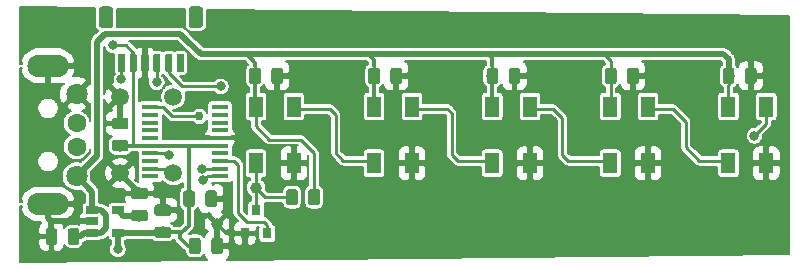
<source format=gbl>
G04 #@! TF.GenerationSoftware,KiCad,Pcbnew,(5.1.0)-1*
G04 #@! TF.CreationDate,2019-03-21T22:28:01+09:00*
G04 #@! TF.ProjectId,JuicyLight32,4a756963-794c-4696-9768-7433322e6b69,rev?*
G04 #@! TF.SameCoordinates,Original*
G04 #@! TF.FileFunction,Copper,L2,Bot*
G04 #@! TF.FilePolarity,Positive*
%FSLAX46Y46*%
G04 Gerber Fmt 4.6, Leading zero omitted, Abs format (unit mm)*
G04 Created by KiCad (PCBNEW (5.1.0)-1) date 2019-03-21 22:28:01*
%MOMM*%
%LPD*%
G04 APERTURE LIST*
%ADD10C,0.750000*%
%ADD11R,0.800000X0.900000*%
%ADD12C,0.100000*%
%ADD13C,0.975000*%
%ADD14C,1.000000*%
%ADD15R,1.450000X0.450000*%
%ADD16R,1.060000X0.650000*%
%ADD17R,1.200000X1.800000*%
%ADD18C,0.600000*%
%ADD19C,1.200000*%
%ADD20C,1.500000*%
%ADD21C,1.600000*%
%ADD22C,1.800000*%
%ADD23O,3.500000X1.900000*%
%ADD24C,0.800000*%
%ADD25C,0.500000*%
%ADD26C,0.250000*%
%ADD27C,0.330000*%
%ADD28C,0.200000*%
G04 APERTURE END LIST*
D10*
X115610000Y-98430000D03*
D11*
X121360000Y-108340000D03*
X119460000Y-108340000D03*
X120410000Y-106340000D03*
D12*
G36*
X125585142Y-104571174D02*
G01*
X125608803Y-104574684D01*
X125632007Y-104580496D01*
X125654529Y-104588554D01*
X125676153Y-104598782D01*
X125696670Y-104611079D01*
X125715883Y-104625329D01*
X125733607Y-104641393D01*
X125749671Y-104659117D01*
X125763921Y-104678330D01*
X125776218Y-104698847D01*
X125786446Y-104720471D01*
X125794504Y-104742993D01*
X125800316Y-104766197D01*
X125803826Y-104789858D01*
X125805000Y-104813750D01*
X125805000Y-105726250D01*
X125803826Y-105750142D01*
X125800316Y-105773803D01*
X125794504Y-105797007D01*
X125786446Y-105819529D01*
X125776218Y-105841153D01*
X125763921Y-105861670D01*
X125749671Y-105880883D01*
X125733607Y-105898607D01*
X125715883Y-105914671D01*
X125696670Y-105928921D01*
X125676153Y-105941218D01*
X125654529Y-105951446D01*
X125632007Y-105959504D01*
X125608803Y-105965316D01*
X125585142Y-105968826D01*
X125561250Y-105970000D01*
X125073750Y-105970000D01*
X125049858Y-105968826D01*
X125026197Y-105965316D01*
X125002993Y-105959504D01*
X124980471Y-105951446D01*
X124958847Y-105941218D01*
X124938330Y-105928921D01*
X124919117Y-105914671D01*
X124901393Y-105898607D01*
X124885329Y-105880883D01*
X124871079Y-105861670D01*
X124858782Y-105841153D01*
X124848554Y-105819529D01*
X124840496Y-105797007D01*
X124834684Y-105773803D01*
X124831174Y-105750142D01*
X124830000Y-105726250D01*
X124830000Y-104813750D01*
X124831174Y-104789858D01*
X124834684Y-104766197D01*
X124840496Y-104742993D01*
X124848554Y-104720471D01*
X124858782Y-104698847D01*
X124871079Y-104678330D01*
X124885329Y-104659117D01*
X124901393Y-104641393D01*
X124919117Y-104625329D01*
X124938330Y-104611079D01*
X124958847Y-104598782D01*
X124980471Y-104588554D01*
X125002993Y-104580496D01*
X125026197Y-104574684D01*
X125049858Y-104571174D01*
X125073750Y-104570000D01*
X125561250Y-104570000D01*
X125585142Y-104571174D01*
X125585142Y-104571174D01*
G37*
D13*
X125317500Y-105270000D03*
D12*
G36*
X123710142Y-104571174D02*
G01*
X123733803Y-104574684D01*
X123757007Y-104580496D01*
X123779529Y-104588554D01*
X123801153Y-104598782D01*
X123821670Y-104611079D01*
X123840883Y-104625329D01*
X123858607Y-104641393D01*
X123874671Y-104659117D01*
X123888921Y-104678330D01*
X123901218Y-104698847D01*
X123911446Y-104720471D01*
X123919504Y-104742993D01*
X123925316Y-104766197D01*
X123928826Y-104789858D01*
X123930000Y-104813750D01*
X123930000Y-105726250D01*
X123928826Y-105750142D01*
X123925316Y-105773803D01*
X123919504Y-105797007D01*
X123911446Y-105819529D01*
X123901218Y-105841153D01*
X123888921Y-105861670D01*
X123874671Y-105880883D01*
X123858607Y-105898607D01*
X123840883Y-105914671D01*
X123821670Y-105928921D01*
X123801153Y-105941218D01*
X123779529Y-105951446D01*
X123757007Y-105959504D01*
X123733803Y-105965316D01*
X123710142Y-105968826D01*
X123686250Y-105970000D01*
X123198750Y-105970000D01*
X123174858Y-105968826D01*
X123151197Y-105965316D01*
X123127993Y-105959504D01*
X123105471Y-105951446D01*
X123083847Y-105941218D01*
X123063330Y-105928921D01*
X123044117Y-105914671D01*
X123026393Y-105898607D01*
X123010329Y-105880883D01*
X122996079Y-105861670D01*
X122983782Y-105841153D01*
X122973554Y-105819529D01*
X122965496Y-105797007D01*
X122959684Y-105773803D01*
X122956174Y-105750142D01*
X122955000Y-105726250D01*
X122955000Y-104813750D01*
X122956174Y-104789858D01*
X122959684Y-104766197D01*
X122965496Y-104742993D01*
X122973554Y-104720471D01*
X122983782Y-104698847D01*
X122996079Y-104678330D01*
X123010329Y-104659117D01*
X123026393Y-104641393D01*
X123044117Y-104625329D01*
X123063330Y-104611079D01*
X123083847Y-104598782D01*
X123105471Y-104588554D01*
X123127993Y-104580496D01*
X123151197Y-104574684D01*
X123174858Y-104571174D01*
X123198750Y-104570000D01*
X123686250Y-104570000D01*
X123710142Y-104571174D01*
X123710142Y-104571174D01*
G37*
D13*
X123442500Y-105270000D03*
D12*
G36*
X114992642Y-104701174D02*
G01*
X115016303Y-104704684D01*
X115039507Y-104710496D01*
X115062029Y-104718554D01*
X115083653Y-104728782D01*
X115104170Y-104741079D01*
X115123383Y-104755329D01*
X115141107Y-104771393D01*
X115157171Y-104789117D01*
X115171421Y-104808330D01*
X115183718Y-104828847D01*
X115193946Y-104850471D01*
X115202004Y-104872993D01*
X115207816Y-104896197D01*
X115211326Y-104919858D01*
X115212500Y-104943750D01*
X115212500Y-105856250D01*
X115211326Y-105880142D01*
X115207816Y-105903803D01*
X115202004Y-105927007D01*
X115193946Y-105949529D01*
X115183718Y-105971153D01*
X115171421Y-105991670D01*
X115157171Y-106010883D01*
X115141107Y-106028607D01*
X115123383Y-106044671D01*
X115104170Y-106058921D01*
X115083653Y-106071218D01*
X115062029Y-106081446D01*
X115039507Y-106089504D01*
X115016303Y-106095316D01*
X114992642Y-106098826D01*
X114968750Y-106100000D01*
X114481250Y-106100000D01*
X114457358Y-106098826D01*
X114433697Y-106095316D01*
X114410493Y-106089504D01*
X114387971Y-106081446D01*
X114366347Y-106071218D01*
X114345830Y-106058921D01*
X114326617Y-106044671D01*
X114308893Y-106028607D01*
X114292829Y-106010883D01*
X114278579Y-105991670D01*
X114266282Y-105971153D01*
X114256054Y-105949529D01*
X114247996Y-105927007D01*
X114242184Y-105903803D01*
X114238674Y-105880142D01*
X114237500Y-105856250D01*
X114237500Y-104943750D01*
X114238674Y-104919858D01*
X114242184Y-104896197D01*
X114247996Y-104872993D01*
X114256054Y-104850471D01*
X114266282Y-104828847D01*
X114278579Y-104808330D01*
X114292829Y-104789117D01*
X114308893Y-104771393D01*
X114326617Y-104755329D01*
X114345830Y-104741079D01*
X114366347Y-104728782D01*
X114387971Y-104718554D01*
X114410493Y-104710496D01*
X114433697Y-104704684D01*
X114457358Y-104701174D01*
X114481250Y-104700000D01*
X114968750Y-104700000D01*
X114992642Y-104701174D01*
X114992642Y-104701174D01*
G37*
D13*
X114725000Y-105400000D03*
D12*
G36*
X116867642Y-104701174D02*
G01*
X116891303Y-104704684D01*
X116914507Y-104710496D01*
X116937029Y-104718554D01*
X116958653Y-104728782D01*
X116979170Y-104741079D01*
X116998383Y-104755329D01*
X117016107Y-104771393D01*
X117032171Y-104789117D01*
X117046421Y-104808330D01*
X117058718Y-104828847D01*
X117068946Y-104850471D01*
X117077004Y-104872993D01*
X117082816Y-104896197D01*
X117086326Y-104919858D01*
X117087500Y-104943750D01*
X117087500Y-105856250D01*
X117086326Y-105880142D01*
X117082816Y-105903803D01*
X117077004Y-105927007D01*
X117068946Y-105949529D01*
X117058718Y-105971153D01*
X117046421Y-105991670D01*
X117032171Y-106010883D01*
X117016107Y-106028607D01*
X116998383Y-106044671D01*
X116979170Y-106058921D01*
X116958653Y-106071218D01*
X116937029Y-106081446D01*
X116914507Y-106089504D01*
X116891303Y-106095316D01*
X116867642Y-106098826D01*
X116843750Y-106100000D01*
X116356250Y-106100000D01*
X116332358Y-106098826D01*
X116308697Y-106095316D01*
X116285493Y-106089504D01*
X116262971Y-106081446D01*
X116241347Y-106071218D01*
X116220830Y-106058921D01*
X116201617Y-106044671D01*
X116183893Y-106028607D01*
X116167829Y-106010883D01*
X116153579Y-105991670D01*
X116141282Y-105971153D01*
X116131054Y-105949529D01*
X116122996Y-105927007D01*
X116117184Y-105903803D01*
X116113674Y-105880142D01*
X116112500Y-105856250D01*
X116112500Y-104943750D01*
X116113674Y-104919858D01*
X116117184Y-104896197D01*
X116122996Y-104872993D01*
X116131054Y-104850471D01*
X116141282Y-104828847D01*
X116153579Y-104808330D01*
X116167829Y-104789117D01*
X116183893Y-104771393D01*
X116201617Y-104755329D01*
X116220830Y-104741079D01*
X116241347Y-104728782D01*
X116262971Y-104718554D01*
X116285493Y-104710496D01*
X116308697Y-104704684D01*
X116332358Y-104701174D01*
X116356250Y-104700000D01*
X116843750Y-104700000D01*
X116867642Y-104701174D01*
X116867642Y-104701174D01*
G37*
D13*
X116600000Y-105400000D03*
D12*
G36*
X115492642Y-108701174D02*
G01*
X115516303Y-108704684D01*
X115539507Y-108710496D01*
X115562029Y-108718554D01*
X115583653Y-108728782D01*
X115604170Y-108741079D01*
X115623383Y-108755329D01*
X115641107Y-108771393D01*
X115657171Y-108789117D01*
X115671421Y-108808330D01*
X115683718Y-108828847D01*
X115693946Y-108850471D01*
X115702004Y-108872993D01*
X115707816Y-108896197D01*
X115711326Y-108919858D01*
X115712500Y-108943750D01*
X115712500Y-109856250D01*
X115711326Y-109880142D01*
X115707816Y-109903803D01*
X115702004Y-109927007D01*
X115693946Y-109949529D01*
X115683718Y-109971153D01*
X115671421Y-109991670D01*
X115657171Y-110010883D01*
X115641107Y-110028607D01*
X115623383Y-110044671D01*
X115604170Y-110058921D01*
X115583653Y-110071218D01*
X115562029Y-110081446D01*
X115539507Y-110089504D01*
X115516303Y-110095316D01*
X115492642Y-110098826D01*
X115468750Y-110100000D01*
X114981250Y-110100000D01*
X114957358Y-110098826D01*
X114933697Y-110095316D01*
X114910493Y-110089504D01*
X114887971Y-110081446D01*
X114866347Y-110071218D01*
X114845830Y-110058921D01*
X114826617Y-110044671D01*
X114808893Y-110028607D01*
X114792829Y-110010883D01*
X114778579Y-109991670D01*
X114766282Y-109971153D01*
X114756054Y-109949529D01*
X114747996Y-109927007D01*
X114742184Y-109903803D01*
X114738674Y-109880142D01*
X114737500Y-109856250D01*
X114737500Y-108943750D01*
X114738674Y-108919858D01*
X114742184Y-108896197D01*
X114747996Y-108872993D01*
X114756054Y-108850471D01*
X114766282Y-108828847D01*
X114778579Y-108808330D01*
X114792829Y-108789117D01*
X114808893Y-108771393D01*
X114826617Y-108755329D01*
X114845830Y-108741079D01*
X114866347Y-108728782D01*
X114887971Y-108718554D01*
X114910493Y-108710496D01*
X114933697Y-108704684D01*
X114957358Y-108701174D01*
X114981250Y-108700000D01*
X115468750Y-108700000D01*
X115492642Y-108701174D01*
X115492642Y-108701174D01*
G37*
D13*
X115225000Y-109400000D03*
D12*
G36*
X117367642Y-108701174D02*
G01*
X117391303Y-108704684D01*
X117414507Y-108710496D01*
X117437029Y-108718554D01*
X117458653Y-108728782D01*
X117479170Y-108741079D01*
X117498383Y-108755329D01*
X117516107Y-108771393D01*
X117532171Y-108789117D01*
X117546421Y-108808330D01*
X117558718Y-108828847D01*
X117568946Y-108850471D01*
X117577004Y-108872993D01*
X117582816Y-108896197D01*
X117586326Y-108919858D01*
X117587500Y-108943750D01*
X117587500Y-109856250D01*
X117586326Y-109880142D01*
X117582816Y-109903803D01*
X117577004Y-109927007D01*
X117568946Y-109949529D01*
X117558718Y-109971153D01*
X117546421Y-109991670D01*
X117532171Y-110010883D01*
X117516107Y-110028607D01*
X117498383Y-110044671D01*
X117479170Y-110058921D01*
X117458653Y-110071218D01*
X117437029Y-110081446D01*
X117414507Y-110089504D01*
X117391303Y-110095316D01*
X117367642Y-110098826D01*
X117343750Y-110100000D01*
X116856250Y-110100000D01*
X116832358Y-110098826D01*
X116808697Y-110095316D01*
X116785493Y-110089504D01*
X116762971Y-110081446D01*
X116741347Y-110071218D01*
X116720830Y-110058921D01*
X116701617Y-110044671D01*
X116683893Y-110028607D01*
X116667829Y-110010883D01*
X116653579Y-109991670D01*
X116641282Y-109971153D01*
X116631054Y-109949529D01*
X116622996Y-109927007D01*
X116617184Y-109903803D01*
X116613674Y-109880142D01*
X116612500Y-109856250D01*
X116612500Y-108943750D01*
X116613674Y-108919858D01*
X116617184Y-108896197D01*
X116622996Y-108872993D01*
X116631054Y-108850471D01*
X116641282Y-108828847D01*
X116653579Y-108808330D01*
X116667829Y-108789117D01*
X116683893Y-108771393D01*
X116701617Y-108755329D01*
X116720830Y-108741079D01*
X116741347Y-108728782D01*
X116762971Y-108718554D01*
X116785493Y-108710496D01*
X116808697Y-108704684D01*
X116832358Y-108701174D01*
X116856250Y-108700000D01*
X117343750Y-108700000D01*
X117367642Y-108701174D01*
X117367642Y-108701174D01*
G37*
D13*
X117100000Y-109400000D03*
D12*
G36*
X112980142Y-105888674D02*
G01*
X113003803Y-105892184D01*
X113027007Y-105897996D01*
X113049529Y-105906054D01*
X113071153Y-105916282D01*
X113091670Y-105928579D01*
X113110883Y-105942829D01*
X113128607Y-105958893D01*
X113144671Y-105976617D01*
X113158921Y-105995830D01*
X113171218Y-106016347D01*
X113181446Y-106037971D01*
X113189504Y-106060493D01*
X113195316Y-106083697D01*
X113198826Y-106107358D01*
X113200000Y-106131250D01*
X113200000Y-106618750D01*
X113198826Y-106642642D01*
X113195316Y-106666303D01*
X113189504Y-106689507D01*
X113181446Y-106712029D01*
X113171218Y-106733653D01*
X113158921Y-106754170D01*
X113144671Y-106773383D01*
X113128607Y-106791107D01*
X113110883Y-106807171D01*
X113091670Y-106821421D01*
X113071153Y-106833718D01*
X113049529Y-106843946D01*
X113027007Y-106852004D01*
X113003803Y-106857816D01*
X112980142Y-106861326D01*
X112956250Y-106862500D01*
X112043750Y-106862500D01*
X112019858Y-106861326D01*
X111996197Y-106857816D01*
X111972993Y-106852004D01*
X111950471Y-106843946D01*
X111928847Y-106833718D01*
X111908330Y-106821421D01*
X111889117Y-106807171D01*
X111871393Y-106791107D01*
X111855329Y-106773383D01*
X111841079Y-106754170D01*
X111828782Y-106733653D01*
X111818554Y-106712029D01*
X111810496Y-106689507D01*
X111804684Y-106666303D01*
X111801174Y-106642642D01*
X111800000Y-106618750D01*
X111800000Y-106131250D01*
X111801174Y-106107358D01*
X111804684Y-106083697D01*
X111810496Y-106060493D01*
X111818554Y-106037971D01*
X111828782Y-106016347D01*
X111841079Y-105995830D01*
X111855329Y-105976617D01*
X111871393Y-105958893D01*
X111889117Y-105942829D01*
X111908330Y-105928579D01*
X111928847Y-105916282D01*
X111950471Y-105906054D01*
X111972993Y-105897996D01*
X111996197Y-105892184D01*
X112019858Y-105888674D01*
X112043750Y-105887500D01*
X112956250Y-105887500D01*
X112980142Y-105888674D01*
X112980142Y-105888674D01*
G37*
D13*
X112500000Y-106375000D03*
D12*
G36*
X112980142Y-107763674D02*
G01*
X113003803Y-107767184D01*
X113027007Y-107772996D01*
X113049529Y-107781054D01*
X113071153Y-107791282D01*
X113091670Y-107803579D01*
X113110883Y-107817829D01*
X113128607Y-107833893D01*
X113144671Y-107851617D01*
X113158921Y-107870830D01*
X113171218Y-107891347D01*
X113181446Y-107912971D01*
X113189504Y-107935493D01*
X113195316Y-107958697D01*
X113198826Y-107982358D01*
X113200000Y-108006250D01*
X113200000Y-108493750D01*
X113198826Y-108517642D01*
X113195316Y-108541303D01*
X113189504Y-108564507D01*
X113181446Y-108587029D01*
X113171218Y-108608653D01*
X113158921Y-108629170D01*
X113144671Y-108648383D01*
X113128607Y-108666107D01*
X113110883Y-108682171D01*
X113091670Y-108696421D01*
X113071153Y-108708718D01*
X113049529Y-108718946D01*
X113027007Y-108727004D01*
X113003803Y-108732816D01*
X112980142Y-108736326D01*
X112956250Y-108737500D01*
X112043750Y-108737500D01*
X112019858Y-108736326D01*
X111996197Y-108732816D01*
X111972993Y-108727004D01*
X111950471Y-108718946D01*
X111928847Y-108708718D01*
X111908330Y-108696421D01*
X111889117Y-108682171D01*
X111871393Y-108666107D01*
X111855329Y-108648383D01*
X111841079Y-108629170D01*
X111828782Y-108608653D01*
X111818554Y-108587029D01*
X111810496Y-108564507D01*
X111804684Y-108541303D01*
X111801174Y-108517642D01*
X111800000Y-108493750D01*
X111800000Y-108006250D01*
X111801174Y-107982358D01*
X111804684Y-107958697D01*
X111810496Y-107935493D01*
X111818554Y-107912971D01*
X111828782Y-107891347D01*
X111841079Y-107870830D01*
X111855329Y-107851617D01*
X111871393Y-107833893D01*
X111889117Y-107817829D01*
X111908330Y-107803579D01*
X111928847Y-107791282D01*
X111950471Y-107781054D01*
X111972993Y-107772996D01*
X111996197Y-107767184D01*
X112019858Y-107763674D01*
X112043750Y-107762500D01*
X112956250Y-107762500D01*
X112980142Y-107763674D01*
X112980142Y-107763674D01*
G37*
D13*
X112500000Y-108250000D03*
D12*
G36*
X111010142Y-106343674D02*
G01*
X111033803Y-106347184D01*
X111057007Y-106352996D01*
X111079529Y-106361054D01*
X111101153Y-106371282D01*
X111121670Y-106383579D01*
X111140883Y-106397829D01*
X111158607Y-106413893D01*
X111174671Y-106431617D01*
X111188921Y-106450830D01*
X111201218Y-106471347D01*
X111211446Y-106492971D01*
X111219504Y-106515493D01*
X111225316Y-106538697D01*
X111228826Y-106562358D01*
X111230000Y-106586250D01*
X111230000Y-107073750D01*
X111228826Y-107097642D01*
X111225316Y-107121303D01*
X111219504Y-107144507D01*
X111211446Y-107167029D01*
X111201218Y-107188653D01*
X111188921Y-107209170D01*
X111174671Y-107228383D01*
X111158607Y-107246107D01*
X111140883Y-107262171D01*
X111121670Y-107276421D01*
X111101153Y-107288718D01*
X111079529Y-107298946D01*
X111057007Y-107307004D01*
X111033803Y-107312816D01*
X111010142Y-107316326D01*
X110986250Y-107317500D01*
X110073750Y-107317500D01*
X110049858Y-107316326D01*
X110026197Y-107312816D01*
X110002993Y-107307004D01*
X109980471Y-107298946D01*
X109958847Y-107288718D01*
X109938330Y-107276421D01*
X109919117Y-107262171D01*
X109901393Y-107246107D01*
X109885329Y-107228383D01*
X109871079Y-107209170D01*
X109858782Y-107188653D01*
X109848554Y-107167029D01*
X109840496Y-107144507D01*
X109834684Y-107121303D01*
X109831174Y-107097642D01*
X109830000Y-107073750D01*
X109830000Y-106586250D01*
X109831174Y-106562358D01*
X109834684Y-106538697D01*
X109840496Y-106515493D01*
X109848554Y-106492971D01*
X109858782Y-106471347D01*
X109871079Y-106450830D01*
X109885329Y-106431617D01*
X109901393Y-106413893D01*
X109919117Y-106397829D01*
X109938330Y-106383579D01*
X109958847Y-106371282D01*
X109980471Y-106361054D01*
X110002993Y-106352996D01*
X110026197Y-106347184D01*
X110049858Y-106343674D01*
X110073750Y-106342500D01*
X110986250Y-106342500D01*
X111010142Y-106343674D01*
X111010142Y-106343674D01*
G37*
D13*
X110530000Y-106830000D03*
D12*
G36*
X111010142Y-104468674D02*
G01*
X111033803Y-104472184D01*
X111057007Y-104477996D01*
X111079529Y-104486054D01*
X111101153Y-104496282D01*
X111121670Y-104508579D01*
X111140883Y-104522829D01*
X111158607Y-104538893D01*
X111174671Y-104556617D01*
X111188921Y-104575830D01*
X111201218Y-104596347D01*
X111211446Y-104617971D01*
X111219504Y-104640493D01*
X111225316Y-104663697D01*
X111228826Y-104687358D01*
X111230000Y-104711250D01*
X111230000Y-105198750D01*
X111228826Y-105222642D01*
X111225316Y-105246303D01*
X111219504Y-105269507D01*
X111211446Y-105292029D01*
X111201218Y-105313653D01*
X111188921Y-105334170D01*
X111174671Y-105353383D01*
X111158607Y-105371107D01*
X111140883Y-105387171D01*
X111121670Y-105401421D01*
X111101153Y-105413718D01*
X111079529Y-105423946D01*
X111057007Y-105432004D01*
X111033803Y-105437816D01*
X111010142Y-105441326D01*
X110986250Y-105442500D01*
X110073750Y-105442500D01*
X110049858Y-105441326D01*
X110026197Y-105437816D01*
X110002993Y-105432004D01*
X109980471Y-105423946D01*
X109958847Y-105413718D01*
X109938330Y-105401421D01*
X109919117Y-105387171D01*
X109901393Y-105371107D01*
X109885329Y-105353383D01*
X109871079Y-105334170D01*
X109858782Y-105313653D01*
X109848554Y-105292029D01*
X109840496Y-105269507D01*
X109834684Y-105246303D01*
X109831174Y-105222642D01*
X109830000Y-105198750D01*
X109830000Y-104711250D01*
X109831174Y-104687358D01*
X109834684Y-104663697D01*
X109840496Y-104640493D01*
X109848554Y-104617971D01*
X109858782Y-104596347D01*
X109871079Y-104575830D01*
X109885329Y-104556617D01*
X109901393Y-104538893D01*
X109919117Y-104522829D01*
X109938330Y-104508579D01*
X109958847Y-104496282D01*
X109980471Y-104486054D01*
X110002993Y-104477996D01*
X110026197Y-104472184D01*
X110049858Y-104468674D01*
X110073750Y-104467500D01*
X110986250Y-104467500D01*
X111010142Y-104468674D01*
X111010142Y-104468674D01*
G37*
D13*
X110530000Y-104955000D03*
D14*
X120400000Y-104470000D03*
X117100000Y-107550000D03*
D15*
X111450000Y-103500000D03*
X111450000Y-102850000D03*
X111450000Y-102200000D03*
X111450000Y-101550000D03*
X111450000Y-100900000D03*
X111450000Y-100250000D03*
X111450000Y-99600000D03*
X111450000Y-98950000D03*
X111450000Y-98300000D03*
X111450000Y-97650000D03*
X117350000Y-97650000D03*
X117350000Y-98300000D03*
X117350000Y-98950000D03*
X117350000Y-99600000D03*
X117350000Y-100250000D03*
X117350000Y-100900000D03*
X117350000Y-101550000D03*
X117350000Y-102200000D03*
X117350000Y-102850000D03*
X117350000Y-103500000D03*
D12*
G36*
X109380142Y-98538674D02*
G01*
X109403803Y-98542184D01*
X109427007Y-98547996D01*
X109449529Y-98556054D01*
X109471153Y-98566282D01*
X109491670Y-98578579D01*
X109510883Y-98592829D01*
X109528607Y-98608893D01*
X109544671Y-98626617D01*
X109558921Y-98645830D01*
X109571218Y-98666347D01*
X109581446Y-98687971D01*
X109589504Y-98710493D01*
X109595316Y-98733697D01*
X109598826Y-98757358D01*
X109600000Y-98781250D01*
X109600000Y-99268750D01*
X109598826Y-99292642D01*
X109595316Y-99316303D01*
X109589504Y-99339507D01*
X109581446Y-99362029D01*
X109571218Y-99383653D01*
X109558921Y-99404170D01*
X109544671Y-99423383D01*
X109528607Y-99441107D01*
X109510883Y-99457171D01*
X109491670Y-99471421D01*
X109471153Y-99483718D01*
X109449529Y-99493946D01*
X109427007Y-99502004D01*
X109403803Y-99507816D01*
X109380142Y-99511326D01*
X109356250Y-99512500D01*
X108443750Y-99512500D01*
X108419858Y-99511326D01*
X108396197Y-99507816D01*
X108372993Y-99502004D01*
X108350471Y-99493946D01*
X108328847Y-99483718D01*
X108308330Y-99471421D01*
X108289117Y-99457171D01*
X108271393Y-99441107D01*
X108255329Y-99423383D01*
X108241079Y-99404170D01*
X108228782Y-99383653D01*
X108218554Y-99362029D01*
X108210496Y-99339507D01*
X108204684Y-99316303D01*
X108201174Y-99292642D01*
X108200000Y-99268750D01*
X108200000Y-98781250D01*
X108201174Y-98757358D01*
X108204684Y-98733697D01*
X108210496Y-98710493D01*
X108218554Y-98687971D01*
X108228782Y-98666347D01*
X108241079Y-98645830D01*
X108255329Y-98626617D01*
X108271393Y-98608893D01*
X108289117Y-98592829D01*
X108308330Y-98578579D01*
X108328847Y-98566282D01*
X108350471Y-98556054D01*
X108372993Y-98547996D01*
X108396197Y-98542184D01*
X108419858Y-98538674D01*
X108443750Y-98537500D01*
X109356250Y-98537500D01*
X109380142Y-98538674D01*
X109380142Y-98538674D01*
G37*
D13*
X108900000Y-99025000D03*
D12*
G36*
X109380142Y-100413674D02*
G01*
X109403803Y-100417184D01*
X109427007Y-100422996D01*
X109449529Y-100431054D01*
X109471153Y-100441282D01*
X109491670Y-100453579D01*
X109510883Y-100467829D01*
X109528607Y-100483893D01*
X109544671Y-100501617D01*
X109558921Y-100520830D01*
X109571218Y-100541347D01*
X109581446Y-100562971D01*
X109589504Y-100585493D01*
X109595316Y-100608697D01*
X109598826Y-100632358D01*
X109600000Y-100656250D01*
X109600000Y-101143750D01*
X109598826Y-101167642D01*
X109595316Y-101191303D01*
X109589504Y-101214507D01*
X109581446Y-101237029D01*
X109571218Y-101258653D01*
X109558921Y-101279170D01*
X109544671Y-101298383D01*
X109528607Y-101316107D01*
X109510883Y-101332171D01*
X109491670Y-101346421D01*
X109471153Y-101358718D01*
X109449529Y-101368946D01*
X109427007Y-101377004D01*
X109403803Y-101382816D01*
X109380142Y-101386326D01*
X109356250Y-101387500D01*
X108443750Y-101387500D01*
X108419858Y-101386326D01*
X108396197Y-101382816D01*
X108372993Y-101377004D01*
X108350471Y-101368946D01*
X108328847Y-101358718D01*
X108308330Y-101346421D01*
X108289117Y-101332171D01*
X108271393Y-101316107D01*
X108255329Y-101298383D01*
X108241079Y-101279170D01*
X108228782Y-101258653D01*
X108218554Y-101237029D01*
X108210496Y-101214507D01*
X108204684Y-101191303D01*
X108201174Y-101167642D01*
X108200000Y-101143750D01*
X108200000Y-100656250D01*
X108201174Y-100632358D01*
X108204684Y-100608697D01*
X108210496Y-100585493D01*
X108218554Y-100562971D01*
X108228782Y-100541347D01*
X108241079Y-100520830D01*
X108255329Y-100501617D01*
X108271393Y-100483893D01*
X108289117Y-100467829D01*
X108308330Y-100453579D01*
X108328847Y-100441282D01*
X108350471Y-100431054D01*
X108372993Y-100422996D01*
X108396197Y-100417184D01*
X108419858Y-100413674D01*
X108443750Y-100412500D01*
X109356250Y-100412500D01*
X109380142Y-100413674D01*
X109380142Y-100413674D01*
G37*
D13*
X108900000Y-100900000D03*
D16*
X106510000Y-108280000D03*
X106510000Y-107330000D03*
X106510000Y-106380000D03*
X108710000Y-106380000D03*
X108710000Y-108280000D03*
D17*
X163600000Y-102400000D03*
X160400000Y-102400000D03*
X163600000Y-97600000D03*
X160400000Y-97600000D03*
X123600000Y-102400000D03*
X120400000Y-102400000D03*
X123600000Y-97600000D03*
X120400000Y-97600000D03*
X130400000Y-97600000D03*
X133600000Y-97600000D03*
X130400000Y-102400000D03*
X133600000Y-102400000D03*
X150400000Y-97600000D03*
X153600000Y-97600000D03*
X150400000Y-102400000D03*
X153600000Y-102400000D03*
X143600000Y-102400000D03*
X140400000Y-102400000D03*
X143600000Y-97600000D03*
X140400000Y-97600000D03*
D12*
G36*
X122455142Y-94301174D02*
G01*
X122478803Y-94304684D01*
X122502007Y-94310496D01*
X122524529Y-94318554D01*
X122546153Y-94328782D01*
X122566670Y-94341079D01*
X122585883Y-94355329D01*
X122603607Y-94371393D01*
X122619671Y-94389117D01*
X122633921Y-94408330D01*
X122646218Y-94428847D01*
X122656446Y-94450471D01*
X122664504Y-94472993D01*
X122670316Y-94496197D01*
X122673826Y-94519858D01*
X122675000Y-94543750D01*
X122675000Y-95456250D01*
X122673826Y-95480142D01*
X122670316Y-95503803D01*
X122664504Y-95527007D01*
X122656446Y-95549529D01*
X122646218Y-95571153D01*
X122633921Y-95591670D01*
X122619671Y-95610883D01*
X122603607Y-95628607D01*
X122585883Y-95644671D01*
X122566670Y-95658921D01*
X122546153Y-95671218D01*
X122524529Y-95681446D01*
X122502007Y-95689504D01*
X122478803Y-95695316D01*
X122455142Y-95698826D01*
X122431250Y-95700000D01*
X121943750Y-95700000D01*
X121919858Y-95698826D01*
X121896197Y-95695316D01*
X121872993Y-95689504D01*
X121850471Y-95681446D01*
X121828847Y-95671218D01*
X121808330Y-95658921D01*
X121789117Y-95644671D01*
X121771393Y-95628607D01*
X121755329Y-95610883D01*
X121741079Y-95591670D01*
X121728782Y-95571153D01*
X121718554Y-95549529D01*
X121710496Y-95527007D01*
X121704684Y-95503803D01*
X121701174Y-95480142D01*
X121700000Y-95456250D01*
X121700000Y-94543750D01*
X121701174Y-94519858D01*
X121704684Y-94496197D01*
X121710496Y-94472993D01*
X121718554Y-94450471D01*
X121728782Y-94428847D01*
X121741079Y-94408330D01*
X121755329Y-94389117D01*
X121771393Y-94371393D01*
X121789117Y-94355329D01*
X121808330Y-94341079D01*
X121828847Y-94328782D01*
X121850471Y-94318554D01*
X121872993Y-94310496D01*
X121896197Y-94304684D01*
X121919858Y-94301174D01*
X121943750Y-94300000D01*
X122431250Y-94300000D01*
X122455142Y-94301174D01*
X122455142Y-94301174D01*
G37*
D13*
X122187500Y-95000000D03*
D12*
G36*
X120580142Y-94301174D02*
G01*
X120603803Y-94304684D01*
X120627007Y-94310496D01*
X120649529Y-94318554D01*
X120671153Y-94328782D01*
X120691670Y-94341079D01*
X120710883Y-94355329D01*
X120728607Y-94371393D01*
X120744671Y-94389117D01*
X120758921Y-94408330D01*
X120771218Y-94428847D01*
X120781446Y-94450471D01*
X120789504Y-94472993D01*
X120795316Y-94496197D01*
X120798826Y-94519858D01*
X120800000Y-94543750D01*
X120800000Y-95456250D01*
X120798826Y-95480142D01*
X120795316Y-95503803D01*
X120789504Y-95527007D01*
X120781446Y-95549529D01*
X120771218Y-95571153D01*
X120758921Y-95591670D01*
X120744671Y-95610883D01*
X120728607Y-95628607D01*
X120710883Y-95644671D01*
X120691670Y-95658921D01*
X120671153Y-95671218D01*
X120649529Y-95681446D01*
X120627007Y-95689504D01*
X120603803Y-95695316D01*
X120580142Y-95698826D01*
X120556250Y-95700000D01*
X120068750Y-95700000D01*
X120044858Y-95698826D01*
X120021197Y-95695316D01*
X119997993Y-95689504D01*
X119975471Y-95681446D01*
X119953847Y-95671218D01*
X119933330Y-95658921D01*
X119914117Y-95644671D01*
X119896393Y-95628607D01*
X119880329Y-95610883D01*
X119866079Y-95591670D01*
X119853782Y-95571153D01*
X119843554Y-95549529D01*
X119835496Y-95527007D01*
X119829684Y-95503803D01*
X119826174Y-95480142D01*
X119825000Y-95456250D01*
X119825000Y-94543750D01*
X119826174Y-94519858D01*
X119829684Y-94496197D01*
X119835496Y-94472993D01*
X119843554Y-94450471D01*
X119853782Y-94428847D01*
X119866079Y-94408330D01*
X119880329Y-94389117D01*
X119896393Y-94371393D01*
X119914117Y-94355329D01*
X119933330Y-94341079D01*
X119953847Y-94328782D01*
X119975471Y-94318554D01*
X119997993Y-94310496D01*
X120021197Y-94304684D01*
X120044858Y-94301174D01*
X120068750Y-94300000D01*
X120556250Y-94300000D01*
X120580142Y-94301174D01*
X120580142Y-94301174D01*
G37*
D13*
X120312500Y-95000000D03*
D12*
G36*
X103342642Y-107901174D02*
G01*
X103366303Y-107904684D01*
X103389507Y-107910496D01*
X103412029Y-107918554D01*
X103433653Y-107928782D01*
X103454170Y-107941079D01*
X103473383Y-107955329D01*
X103491107Y-107971393D01*
X103507171Y-107989117D01*
X103521421Y-108008330D01*
X103533718Y-108028847D01*
X103543946Y-108050471D01*
X103552004Y-108072993D01*
X103557816Y-108096197D01*
X103561326Y-108119858D01*
X103562500Y-108143750D01*
X103562500Y-109056250D01*
X103561326Y-109080142D01*
X103557816Y-109103803D01*
X103552004Y-109127007D01*
X103543946Y-109149529D01*
X103533718Y-109171153D01*
X103521421Y-109191670D01*
X103507171Y-109210883D01*
X103491107Y-109228607D01*
X103473383Y-109244671D01*
X103454170Y-109258921D01*
X103433653Y-109271218D01*
X103412029Y-109281446D01*
X103389507Y-109289504D01*
X103366303Y-109295316D01*
X103342642Y-109298826D01*
X103318750Y-109300000D01*
X102831250Y-109300000D01*
X102807358Y-109298826D01*
X102783697Y-109295316D01*
X102760493Y-109289504D01*
X102737971Y-109281446D01*
X102716347Y-109271218D01*
X102695830Y-109258921D01*
X102676617Y-109244671D01*
X102658893Y-109228607D01*
X102642829Y-109210883D01*
X102628579Y-109191670D01*
X102616282Y-109171153D01*
X102606054Y-109149529D01*
X102597996Y-109127007D01*
X102592184Y-109103803D01*
X102588674Y-109080142D01*
X102587500Y-109056250D01*
X102587500Y-108143750D01*
X102588674Y-108119858D01*
X102592184Y-108096197D01*
X102597996Y-108072993D01*
X102606054Y-108050471D01*
X102616282Y-108028847D01*
X102628579Y-108008330D01*
X102642829Y-107989117D01*
X102658893Y-107971393D01*
X102676617Y-107955329D01*
X102695830Y-107941079D01*
X102716347Y-107928782D01*
X102737971Y-107918554D01*
X102760493Y-107910496D01*
X102783697Y-107904684D01*
X102807358Y-107901174D01*
X102831250Y-107900000D01*
X103318750Y-107900000D01*
X103342642Y-107901174D01*
X103342642Y-107901174D01*
G37*
D13*
X103075000Y-108600000D03*
D12*
G36*
X105217642Y-107901174D02*
G01*
X105241303Y-107904684D01*
X105264507Y-107910496D01*
X105287029Y-107918554D01*
X105308653Y-107928782D01*
X105329170Y-107941079D01*
X105348383Y-107955329D01*
X105366107Y-107971393D01*
X105382171Y-107989117D01*
X105396421Y-108008330D01*
X105408718Y-108028847D01*
X105418946Y-108050471D01*
X105427004Y-108072993D01*
X105432816Y-108096197D01*
X105436326Y-108119858D01*
X105437500Y-108143750D01*
X105437500Y-109056250D01*
X105436326Y-109080142D01*
X105432816Y-109103803D01*
X105427004Y-109127007D01*
X105418946Y-109149529D01*
X105408718Y-109171153D01*
X105396421Y-109191670D01*
X105382171Y-109210883D01*
X105366107Y-109228607D01*
X105348383Y-109244671D01*
X105329170Y-109258921D01*
X105308653Y-109271218D01*
X105287029Y-109281446D01*
X105264507Y-109289504D01*
X105241303Y-109295316D01*
X105217642Y-109298826D01*
X105193750Y-109300000D01*
X104706250Y-109300000D01*
X104682358Y-109298826D01*
X104658697Y-109295316D01*
X104635493Y-109289504D01*
X104612971Y-109281446D01*
X104591347Y-109271218D01*
X104570830Y-109258921D01*
X104551617Y-109244671D01*
X104533893Y-109228607D01*
X104517829Y-109210883D01*
X104503579Y-109191670D01*
X104491282Y-109171153D01*
X104481054Y-109149529D01*
X104472996Y-109127007D01*
X104467184Y-109103803D01*
X104463674Y-109080142D01*
X104462500Y-109056250D01*
X104462500Y-108143750D01*
X104463674Y-108119858D01*
X104467184Y-108096197D01*
X104472996Y-108072993D01*
X104481054Y-108050471D01*
X104491282Y-108028847D01*
X104503579Y-108008330D01*
X104517829Y-107989117D01*
X104533893Y-107971393D01*
X104551617Y-107955329D01*
X104570830Y-107941079D01*
X104591347Y-107928782D01*
X104612971Y-107918554D01*
X104635493Y-107910496D01*
X104658697Y-107904684D01*
X104682358Y-107901174D01*
X104706250Y-107900000D01*
X105193750Y-107900000D01*
X105217642Y-107901174D01*
X105217642Y-107901174D01*
G37*
D13*
X104950000Y-108600000D03*
D12*
G36*
X162555142Y-94301174D02*
G01*
X162578803Y-94304684D01*
X162602007Y-94310496D01*
X162624529Y-94318554D01*
X162646153Y-94328782D01*
X162666670Y-94341079D01*
X162685883Y-94355329D01*
X162703607Y-94371393D01*
X162719671Y-94389117D01*
X162733921Y-94408330D01*
X162746218Y-94428847D01*
X162756446Y-94450471D01*
X162764504Y-94472993D01*
X162770316Y-94496197D01*
X162773826Y-94519858D01*
X162775000Y-94543750D01*
X162775000Y-95456250D01*
X162773826Y-95480142D01*
X162770316Y-95503803D01*
X162764504Y-95527007D01*
X162756446Y-95549529D01*
X162746218Y-95571153D01*
X162733921Y-95591670D01*
X162719671Y-95610883D01*
X162703607Y-95628607D01*
X162685883Y-95644671D01*
X162666670Y-95658921D01*
X162646153Y-95671218D01*
X162624529Y-95681446D01*
X162602007Y-95689504D01*
X162578803Y-95695316D01*
X162555142Y-95698826D01*
X162531250Y-95700000D01*
X162043750Y-95700000D01*
X162019858Y-95698826D01*
X161996197Y-95695316D01*
X161972993Y-95689504D01*
X161950471Y-95681446D01*
X161928847Y-95671218D01*
X161908330Y-95658921D01*
X161889117Y-95644671D01*
X161871393Y-95628607D01*
X161855329Y-95610883D01*
X161841079Y-95591670D01*
X161828782Y-95571153D01*
X161818554Y-95549529D01*
X161810496Y-95527007D01*
X161804684Y-95503803D01*
X161801174Y-95480142D01*
X161800000Y-95456250D01*
X161800000Y-94543750D01*
X161801174Y-94519858D01*
X161804684Y-94496197D01*
X161810496Y-94472993D01*
X161818554Y-94450471D01*
X161828782Y-94428847D01*
X161841079Y-94408330D01*
X161855329Y-94389117D01*
X161871393Y-94371393D01*
X161889117Y-94355329D01*
X161908330Y-94341079D01*
X161928847Y-94328782D01*
X161950471Y-94318554D01*
X161972993Y-94310496D01*
X161996197Y-94304684D01*
X162019858Y-94301174D01*
X162043750Y-94300000D01*
X162531250Y-94300000D01*
X162555142Y-94301174D01*
X162555142Y-94301174D01*
G37*
D13*
X162287500Y-95000000D03*
D12*
G36*
X160680142Y-94301174D02*
G01*
X160703803Y-94304684D01*
X160727007Y-94310496D01*
X160749529Y-94318554D01*
X160771153Y-94328782D01*
X160791670Y-94341079D01*
X160810883Y-94355329D01*
X160828607Y-94371393D01*
X160844671Y-94389117D01*
X160858921Y-94408330D01*
X160871218Y-94428847D01*
X160881446Y-94450471D01*
X160889504Y-94472993D01*
X160895316Y-94496197D01*
X160898826Y-94519858D01*
X160900000Y-94543750D01*
X160900000Y-95456250D01*
X160898826Y-95480142D01*
X160895316Y-95503803D01*
X160889504Y-95527007D01*
X160881446Y-95549529D01*
X160871218Y-95571153D01*
X160858921Y-95591670D01*
X160844671Y-95610883D01*
X160828607Y-95628607D01*
X160810883Y-95644671D01*
X160791670Y-95658921D01*
X160771153Y-95671218D01*
X160749529Y-95681446D01*
X160727007Y-95689504D01*
X160703803Y-95695316D01*
X160680142Y-95698826D01*
X160656250Y-95700000D01*
X160168750Y-95700000D01*
X160144858Y-95698826D01*
X160121197Y-95695316D01*
X160097993Y-95689504D01*
X160075471Y-95681446D01*
X160053847Y-95671218D01*
X160033330Y-95658921D01*
X160014117Y-95644671D01*
X159996393Y-95628607D01*
X159980329Y-95610883D01*
X159966079Y-95591670D01*
X159953782Y-95571153D01*
X159943554Y-95549529D01*
X159935496Y-95527007D01*
X159929684Y-95503803D01*
X159926174Y-95480142D01*
X159925000Y-95456250D01*
X159925000Y-94543750D01*
X159926174Y-94519858D01*
X159929684Y-94496197D01*
X159935496Y-94472993D01*
X159943554Y-94450471D01*
X159953782Y-94428847D01*
X159966079Y-94408330D01*
X159980329Y-94389117D01*
X159996393Y-94371393D01*
X160014117Y-94355329D01*
X160033330Y-94341079D01*
X160053847Y-94328782D01*
X160075471Y-94318554D01*
X160097993Y-94310496D01*
X160121197Y-94304684D01*
X160144858Y-94301174D01*
X160168750Y-94300000D01*
X160656250Y-94300000D01*
X160680142Y-94301174D01*
X160680142Y-94301174D01*
G37*
D13*
X160412500Y-95000000D03*
D12*
G36*
X150705142Y-94301174D02*
G01*
X150728803Y-94304684D01*
X150752007Y-94310496D01*
X150774529Y-94318554D01*
X150796153Y-94328782D01*
X150816670Y-94341079D01*
X150835883Y-94355329D01*
X150853607Y-94371393D01*
X150869671Y-94389117D01*
X150883921Y-94408330D01*
X150896218Y-94428847D01*
X150906446Y-94450471D01*
X150914504Y-94472993D01*
X150920316Y-94496197D01*
X150923826Y-94519858D01*
X150925000Y-94543750D01*
X150925000Y-95456250D01*
X150923826Y-95480142D01*
X150920316Y-95503803D01*
X150914504Y-95527007D01*
X150906446Y-95549529D01*
X150896218Y-95571153D01*
X150883921Y-95591670D01*
X150869671Y-95610883D01*
X150853607Y-95628607D01*
X150835883Y-95644671D01*
X150816670Y-95658921D01*
X150796153Y-95671218D01*
X150774529Y-95681446D01*
X150752007Y-95689504D01*
X150728803Y-95695316D01*
X150705142Y-95698826D01*
X150681250Y-95700000D01*
X150193750Y-95700000D01*
X150169858Y-95698826D01*
X150146197Y-95695316D01*
X150122993Y-95689504D01*
X150100471Y-95681446D01*
X150078847Y-95671218D01*
X150058330Y-95658921D01*
X150039117Y-95644671D01*
X150021393Y-95628607D01*
X150005329Y-95610883D01*
X149991079Y-95591670D01*
X149978782Y-95571153D01*
X149968554Y-95549529D01*
X149960496Y-95527007D01*
X149954684Y-95503803D01*
X149951174Y-95480142D01*
X149950000Y-95456250D01*
X149950000Y-94543750D01*
X149951174Y-94519858D01*
X149954684Y-94496197D01*
X149960496Y-94472993D01*
X149968554Y-94450471D01*
X149978782Y-94428847D01*
X149991079Y-94408330D01*
X150005329Y-94389117D01*
X150021393Y-94371393D01*
X150039117Y-94355329D01*
X150058330Y-94341079D01*
X150078847Y-94328782D01*
X150100471Y-94318554D01*
X150122993Y-94310496D01*
X150146197Y-94304684D01*
X150169858Y-94301174D01*
X150193750Y-94300000D01*
X150681250Y-94300000D01*
X150705142Y-94301174D01*
X150705142Y-94301174D01*
G37*
D13*
X150437500Y-95000000D03*
D12*
G36*
X152580142Y-94301174D02*
G01*
X152603803Y-94304684D01*
X152627007Y-94310496D01*
X152649529Y-94318554D01*
X152671153Y-94328782D01*
X152691670Y-94341079D01*
X152710883Y-94355329D01*
X152728607Y-94371393D01*
X152744671Y-94389117D01*
X152758921Y-94408330D01*
X152771218Y-94428847D01*
X152781446Y-94450471D01*
X152789504Y-94472993D01*
X152795316Y-94496197D01*
X152798826Y-94519858D01*
X152800000Y-94543750D01*
X152800000Y-95456250D01*
X152798826Y-95480142D01*
X152795316Y-95503803D01*
X152789504Y-95527007D01*
X152781446Y-95549529D01*
X152771218Y-95571153D01*
X152758921Y-95591670D01*
X152744671Y-95610883D01*
X152728607Y-95628607D01*
X152710883Y-95644671D01*
X152691670Y-95658921D01*
X152671153Y-95671218D01*
X152649529Y-95681446D01*
X152627007Y-95689504D01*
X152603803Y-95695316D01*
X152580142Y-95698826D01*
X152556250Y-95700000D01*
X152068750Y-95700000D01*
X152044858Y-95698826D01*
X152021197Y-95695316D01*
X151997993Y-95689504D01*
X151975471Y-95681446D01*
X151953847Y-95671218D01*
X151933330Y-95658921D01*
X151914117Y-95644671D01*
X151896393Y-95628607D01*
X151880329Y-95610883D01*
X151866079Y-95591670D01*
X151853782Y-95571153D01*
X151843554Y-95549529D01*
X151835496Y-95527007D01*
X151829684Y-95503803D01*
X151826174Y-95480142D01*
X151825000Y-95456250D01*
X151825000Y-94543750D01*
X151826174Y-94519858D01*
X151829684Y-94496197D01*
X151835496Y-94472993D01*
X151843554Y-94450471D01*
X151853782Y-94428847D01*
X151866079Y-94408330D01*
X151880329Y-94389117D01*
X151896393Y-94371393D01*
X151914117Y-94355329D01*
X151933330Y-94341079D01*
X151953847Y-94328782D01*
X151975471Y-94318554D01*
X151997993Y-94310496D01*
X152021197Y-94304684D01*
X152044858Y-94301174D01*
X152068750Y-94300000D01*
X152556250Y-94300000D01*
X152580142Y-94301174D01*
X152580142Y-94301174D01*
G37*
D13*
X152312500Y-95000000D03*
D12*
G36*
X142555142Y-94301174D02*
G01*
X142578803Y-94304684D01*
X142602007Y-94310496D01*
X142624529Y-94318554D01*
X142646153Y-94328782D01*
X142666670Y-94341079D01*
X142685883Y-94355329D01*
X142703607Y-94371393D01*
X142719671Y-94389117D01*
X142733921Y-94408330D01*
X142746218Y-94428847D01*
X142756446Y-94450471D01*
X142764504Y-94472993D01*
X142770316Y-94496197D01*
X142773826Y-94519858D01*
X142775000Y-94543750D01*
X142775000Y-95456250D01*
X142773826Y-95480142D01*
X142770316Y-95503803D01*
X142764504Y-95527007D01*
X142756446Y-95549529D01*
X142746218Y-95571153D01*
X142733921Y-95591670D01*
X142719671Y-95610883D01*
X142703607Y-95628607D01*
X142685883Y-95644671D01*
X142666670Y-95658921D01*
X142646153Y-95671218D01*
X142624529Y-95681446D01*
X142602007Y-95689504D01*
X142578803Y-95695316D01*
X142555142Y-95698826D01*
X142531250Y-95700000D01*
X142043750Y-95700000D01*
X142019858Y-95698826D01*
X141996197Y-95695316D01*
X141972993Y-95689504D01*
X141950471Y-95681446D01*
X141928847Y-95671218D01*
X141908330Y-95658921D01*
X141889117Y-95644671D01*
X141871393Y-95628607D01*
X141855329Y-95610883D01*
X141841079Y-95591670D01*
X141828782Y-95571153D01*
X141818554Y-95549529D01*
X141810496Y-95527007D01*
X141804684Y-95503803D01*
X141801174Y-95480142D01*
X141800000Y-95456250D01*
X141800000Y-94543750D01*
X141801174Y-94519858D01*
X141804684Y-94496197D01*
X141810496Y-94472993D01*
X141818554Y-94450471D01*
X141828782Y-94428847D01*
X141841079Y-94408330D01*
X141855329Y-94389117D01*
X141871393Y-94371393D01*
X141889117Y-94355329D01*
X141908330Y-94341079D01*
X141928847Y-94328782D01*
X141950471Y-94318554D01*
X141972993Y-94310496D01*
X141996197Y-94304684D01*
X142019858Y-94301174D01*
X142043750Y-94300000D01*
X142531250Y-94300000D01*
X142555142Y-94301174D01*
X142555142Y-94301174D01*
G37*
D13*
X142287500Y-95000000D03*
D12*
G36*
X140680142Y-94301174D02*
G01*
X140703803Y-94304684D01*
X140727007Y-94310496D01*
X140749529Y-94318554D01*
X140771153Y-94328782D01*
X140791670Y-94341079D01*
X140810883Y-94355329D01*
X140828607Y-94371393D01*
X140844671Y-94389117D01*
X140858921Y-94408330D01*
X140871218Y-94428847D01*
X140881446Y-94450471D01*
X140889504Y-94472993D01*
X140895316Y-94496197D01*
X140898826Y-94519858D01*
X140900000Y-94543750D01*
X140900000Y-95456250D01*
X140898826Y-95480142D01*
X140895316Y-95503803D01*
X140889504Y-95527007D01*
X140881446Y-95549529D01*
X140871218Y-95571153D01*
X140858921Y-95591670D01*
X140844671Y-95610883D01*
X140828607Y-95628607D01*
X140810883Y-95644671D01*
X140791670Y-95658921D01*
X140771153Y-95671218D01*
X140749529Y-95681446D01*
X140727007Y-95689504D01*
X140703803Y-95695316D01*
X140680142Y-95698826D01*
X140656250Y-95700000D01*
X140168750Y-95700000D01*
X140144858Y-95698826D01*
X140121197Y-95695316D01*
X140097993Y-95689504D01*
X140075471Y-95681446D01*
X140053847Y-95671218D01*
X140033330Y-95658921D01*
X140014117Y-95644671D01*
X139996393Y-95628607D01*
X139980329Y-95610883D01*
X139966079Y-95591670D01*
X139953782Y-95571153D01*
X139943554Y-95549529D01*
X139935496Y-95527007D01*
X139929684Y-95503803D01*
X139926174Y-95480142D01*
X139925000Y-95456250D01*
X139925000Y-94543750D01*
X139926174Y-94519858D01*
X139929684Y-94496197D01*
X139935496Y-94472993D01*
X139943554Y-94450471D01*
X139953782Y-94428847D01*
X139966079Y-94408330D01*
X139980329Y-94389117D01*
X139996393Y-94371393D01*
X140014117Y-94355329D01*
X140033330Y-94341079D01*
X140053847Y-94328782D01*
X140075471Y-94318554D01*
X140097993Y-94310496D01*
X140121197Y-94304684D01*
X140144858Y-94301174D01*
X140168750Y-94300000D01*
X140656250Y-94300000D01*
X140680142Y-94301174D01*
X140680142Y-94301174D01*
G37*
D13*
X140412500Y-95000000D03*
D12*
G36*
X130655142Y-94301174D02*
G01*
X130678803Y-94304684D01*
X130702007Y-94310496D01*
X130724529Y-94318554D01*
X130746153Y-94328782D01*
X130766670Y-94341079D01*
X130785883Y-94355329D01*
X130803607Y-94371393D01*
X130819671Y-94389117D01*
X130833921Y-94408330D01*
X130846218Y-94428847D01*
X130856446Y-94450471D01*
X130864504Y-94472993D01*
X130870316Y-94496197D01*
X130873826Y-94519858D01*
X130875000Y-94543750D01*
X130875000Y-95456250D01*
X130873826Y-95480142D01*
X130870316Y-95503803D01*
X130864504Y-95527007D01*
X130856446Y-95549529D01*
X130846218Y-95571153D01*
X130833921Y-95591670D01*
X130819671Y-95610883D01*
X130803607Y-95628607D01*
X130785883Y-95644671D01*
X130766670Y-95658921D01*
X130746153Y-95671218D01*
X130724529Y-95681446D01*
X130702007Y-95689504D01*
X130678803Y-95695316D01*
X130655142Y-95698826D01*
X130631250Y-95700000D01*
X130143750Y-95700000D01*
X130119858Y-95698826D01*
X130096197Y-95695316D01*
X130072993Y-95689504D01*
X130050471Y-95681446D01*
X130028847Y-95671218D01*
X130008330Y-95658921D01*
X129989117Y-95644671D01*
X129971393Y-95628607D01*
X129955329Y-95610883D01*
X129941079Y-95591670D01*
X129928782Y-95571153D01*
X129918554Y-95549529D01*
X129910496Y-95527007D01*
X129904684Y-95503803D01*
X129901174Y-95480142D01*
X129900000Y-95456250D01*
X129900000Y-94543750D01*
X129901174Y-94519858D01*
X129904684Y-94496197D01*
X129910496Y-94472993D01*
X129918554Y-94450471D01*
X129928782Y-94428847D01*
X129941079Y-94408330D01*
X129955329Y-94389117D01*
X129971393Y-94371393D01*
X129989117Y-94355329D01*
X130008330Y-94341079D01*
X130028847Y-94328782D01*
X130050471Y-94318554D01*
X130072993Y-94310496D01*
X130096197Y-94304684D01*
X130119858Y-94301174D01*
X130143750Y-94300000D01*
X130631250Y-94300000D01*
X130655142Y-94301174D01*
X130655142Y-94301174D01*
G37*
D13*
X130387500Y-95000000D03*
D12*
G36*
X132530142Y-94301174D02*
G01*
X132553803Y-94304684D01*
X132577007Y-94310496D01*
X132599529Y-94318554D01*
X132621153Y-94328782D01*
X132641670Y-94341079D01*
X132660883Y-94355329D01*
X132678607Y-94371393D01*
X132694671Y-94389117D01*
X132708921Y-94408330D01*
X132721218Y-94428847D01*
X132731446Y-94450471D01*
X132739504Y-94472993D01*
X132745316Y-94496197D01*
X132748826Y-94519858D01*
X132750000Y-94543750D01*
X132750000Y-95456250D01*
X132748826Y-95480142D01*
X132745316Y-95503803D01*
X132739504Y-95527007D01*
X132731446Y-95549529D01*
X132721218Y-95571153D01*
X132708921Y-95591670D01*
X132694671Y-95610883D01*
X132678607Y-95628607D01*
X132660883Y-95644671D01*
X132641670Y-95658921D01*
X132621153Y-95671218D01*
X132599529Y-95681446D01*
X132577007Y-95689504D01*
X132553803Y-95695316D01*
X132530142Y-95698826D01*
X132506250Y-95700000D01*
X132018750Y-95700000D01*
X131994858Y-95698826D01*
X131971197Y-95695316D01*
X131947993Y-95689504D01*
X131925471Y-95681446D01*
X131903847Y-95671218D01*
X131883330Y-95658921D01*
X131864117Y-95644671D01*
X131846393Y-95628607D01*
X131830329Y-95610883D01*
X131816079Y-95591670D01*
X131803782Y-95571153D01*
X131793554Y-95549529D01*
X131785496Y-95527007D01*
X131779684Y-95503803D01*
X131776174Y-95480142D01*
X131775000Y-95456250D01*
X131775000Y-94543750D01*
X131776174Y-94519858D01*
X131779684Y-94496197D01*
X131785496Y-94472993D01*
X131793554Y-94450471D01*
X131803782Y-94428847D01*
X131816079Y-94408330D01*
X131830329Y-94389117D01*
X131846393Y-94371393D01*
X131864117Y-94355329D01*
X131883330Y-94341079D01*
X131903847Y-94328782D01*
X131925471Y-94318554D01*
X131947993Y-94310496D01*
X131971197Y-94304684D01*
X131994858Y-94301174D01*
X132018750Y-94300000D01*
X132506250Y-94300000D01*
X132530142Y-94301174D01*
X132530142Y-94301174D01*
G37*
D13*
X132262500Y-95000000D03*
D12*
G36*
X109164703Y-93125722D02*
G01*
X109179264Y-93127882D01*
X109193543Y-93131459D01*
X109207403Y-93136418D01*
X109220710Y-93142712D01*
X109233336Y-93150280D01*
X109245159Y-93159048D01*
X109256066Y-93168934D01*
X109265952Y-93179841D01*
X109274720Y-93191664D01*
X109282288Y-93204290D01*
X109288582Y-93217597D01*
X109293541Y-93231457D01*
X109297118Y-93245736D01*
X109299278Y-93260297D01*
X109300000Y-93275000D01*
X109300000Y-94525000D01*
X109299278Y-94539703D01*
X109297118Y-94554264D01*
X109293541Y-94568543D01*
X109288582Y-94582403D01*
X109282288Y-94595710D01*
X109274720Y-94608336D01*
X109265952Y-94620159D01*
X109256066Y-94631066D01*
X109245159Y-94640952D01*
X109233336Y-94649720D01*
X109220710Y-94657288D01*
X109207403Y-94663582D01*
X109193543Y-94668541D01*
X109179264Y-94672118D01*
X109164703Y-94674278D01*
X109150000Y-94675000D01*
X108850000Y-94675000D01*
X108835297Y-94674278D01*
X108820736Y-94672118D01*
X108806457Y-94668541D01*
X108792597Y-94663582D01*
X108779290Y-94657288D01*
X108766664Y-94649720D01*
X108754841Y-94640952D01*
X108743934Y-94631066D01*
X108734048Y-94620159D01*
X108725280Y-94608336D01*
X108717712Y-94595710D01*
X108711418Y-94582403D01*
X108706459Y-94568543D01*
X108702882Y-94554264D01*
X108700722Y-94539703D01*
X108700000Y-94525000D01*
X108700000Y-93275000D01*
X108700722Y-93260297D01*
X108702882Y-93245736D01*
X108706459Y-93231457D01*
X108711418Y-93217597D01*
X108717712Y-93204290D01*
X108725280Y-93191664D01*
X108734048Y-93179841D01*
X108743934Y-93168934D01*
X108754841Y-93159048D01*
X108766664Y-93150280D01*
X108779290Y-93142712D01*
X108792597Y-93136418D01*
X108806457Y-93131459D01*
X108820736Y-93127882D01*
X108835297Y-93125722D01*
X108850000Y-93125000D01*
X109150000Y-93125000D01*
X109164703Y-93125722D01*
X109164703Y-93125722D01*
G37*
D18*
X109000000Y-93900000D03*
D12*
G36*
X110164703Y-93125722D02*
G01*
X110179264Y-93127882D01*
X110193543Y-93131459D01*
X110207403Y-93136418D01*
X110220710Y-93142712D01*
X110233336Y-93150280D01*
X110245159Y-93159048D01*
X110256066Y-93168934D01*
X110265952Y-93179841D01*
X110274720Y-93191664D01*
X110282288Y-93204290D01*
X110288582Y-93217597D01*
X110293541Y-93231457D01*
X110297118Y-93245736D01*
X110299278Y-93260297D01*
X110300000Y-93275000D01*
X110300000Y-94525000D01*
X110299278Y-94539703D01*
X110297118Y-94554264D01*
X110293541Y-94568543D01*
X110288582Y-94582403D01*
X110282288Y-94595710D01*
X110274720Y-94608336D01*
X110265952Y-94620159D01*
X110256066Y-94631066D01*
X110245159Y-94640952D01*
X110233336Y-94649720D01*
X110220710Y-94657288D01*
X110207403Y-94663582D01*
X110193543Y-94668541D01*
X110179264Y-94672118D01*
X110164703Y-94674278D01*
X110150000Y-94675000D01*
X109850000Y-94675000D01*
X109835297Y-94674278D01*
X109820736Y-94672118D01*
X109806457Y-94668541D01*
X109792597Y-94663582D01*
X109779290Y-94657288D01*
X109766664Y-94649720D01*
X109754841Y-94640952D01*
X109743934Y-94631066D01*
X109734048Y-94620159D01*
X109725280Y-94608336D01*
X109717712Y-94595710D01*
X109711418Y-94582403D01*
X109706459Y-94568543D01*
X109702882Y-94554264D01*
X109700722Y-94539703D01*
X109700000Y-94525000D01*
X109700000Y-93275000D01*
X109700722Y-93260297D01*
X109702882Y-93245736D01*
X109706459Y-93231457D01*
X109711418Y-93217597D01*
X109717712Y-93204290D01*
X109725280Y-93191664D01*
X109734048Y-93179841D01*
X109743934Y-93168934D01*
X109754841Y-93159048D01*
X109766664Y-93150280D01*
X109779290Y-93142712D01*
X109792597Y-93136418D01*
X109806457Y-93131459D01*
X109820736Y-93127882D01*
X109835297Y-93125722D01*
X109850000Y-93125000D01*
X110150000Y-93125000D01*
X110164703Y-93125722D01*
X110164703Y-93125722D01*
G37*
D18*
X110000000Y-93900000D03*
D12*
G36*
X111164703Y-93125722D02*
G01*
X111179264Y-93127882D01*
X111193543Y-93131459D01*
X111207403Y-93136418D01*
X111220710Y-93142712D01*
X111233336Y-93150280D01*
X111245159Y-93159048D01*
X111256066Y-93168934D01*
X111265952Y-93179841D01*
X111274720Y-93191664D01*
X111282288Y-93204290D01*
X111288582Y-93217597D01*
X111293541Y-93231457D01*
X111297118Y-93245736D01*
X111299278Y-93260297D01*
X111300000Y-93275000D01*
X111300000Y-94525000D01*
X111299278Y-94539703D01*
X111297118Y-94554264D01*
X111293541Y-94568543D01*
X111288582Y-94582403D01*
X111282288Y-94595710D01*
X111274720Y-94608336D01*
X111265952Y-94620159D01*
X111256066Y-94631066D01*
X111245159Y-94640952D01*
X111233336Y-94649720D01*
X111220710Y-94657288D01*
X111207403Y-94663582D01*
X111193543Y-94668541D01*
X111179264Y-94672118D01*
X111164703Y-94674278D01*
X111150000Y-94675000D01*
X110850000Y-94675000D01*
X110835297Y-94674278D01*
X110820736Y-94672118D01*
X110806457Y-94668541D01*
X110792597Y-94663582D01*
X110779290Y-94657288D01*
X110766664Y-94649720D01*
X110754841Y-94640952D01*
X110743934Y-94631066D01*
X110734048Y-94620159D01*
X110725280Y-94608336D01*
X110717712Y-94595710D01*
X110711418Y-94582403D01*
X110706459Y-94568543D01*
X110702882Y-94554264D01*
X110700722Y-94539703D01*
X110700000Y-94525000D01*
X110700000Y-93275000D01*
X110700722Y-93260297D01*
X110702882Y-93245736D01*
X110706459Y-93231457D01*
X110711418Y-93217597D01*
X110717712Y-93204290D01*
X110725280Y-93191664D01*
X110734048Y-93179841D01*
X110743934Y-93168934D01*
X110754841Y-93159048D01*
X110766664Y-93150280D01*
X110779290Y-93142712D01*
X110792597Y-93136418D01*
X110806457Y-93131459D01*
X110820736Y-93127882D01*
X110835297Y-93125722D01*
X110850000Y-93125000D01*
X111150000Y-93125000D01*
X111164703Y-93125722D01*
X111164703Y-93125722D01*
G37*
D18*
X111000000Y-93900000D03*
D12*
G36*
X112164703Y-93125722D02*
G01*
X112179264Y-93127882D01*
X112193543Y-93131459D01*
X112207403Y-93136418D01*
X112220710Y-93142712D01*
X112233336Y-93150280D01*
X112245159Y-93159048D01*
X112256066Y-93168934D01*
X112265952Y-93179841D01*
X112274720Y-93191664D01*
X112282288Y-93204290D01*
X112288582Y-93217597D01*
X112293541Y-93231457D01*
X112297118Y-93245736D01*
X112299278Y-93260297D01*
X112300000Y-93275000D01*
X112300000Y-94525000D01*
X112299278Y-94539703D01*
X112297118Y-94554264D01*
X112293541Y-94568543D01*
X112288582Y-94582403D01*
X112282288Y-94595710D01*
X112274720Y-94608336D01*
X112265952Y-94620159D01*
X112256066Y-94631066D01*
X112245159Y-94640952D01*
X112233336Y-94649720D01*
X112220710Y-94657288D01*
X112207403Y-94663582D01*
X112193543Y-94668541D01*
X112179264Y-94672118D01*
X112164703Y-94674278D01*
X112150000Y-94675000D01*
X111850000Y-94675000D01*
X111835297Y-94674278D01*
X111820736Y-94672118D01*
X111806457Y-94668541D01*
X111792597Y-94663582D01*
X111779290Y-94657288D01*
X111766664Y-94649720D01*
X111754841Y-94640952D01*
X111743934Y-94631066D01*
X111734048Y-94620159D01*
X111725280Y-94608336D01*
X111717712Y-94595710D01*
X111711418Y-94582403D01*
X111706459Y-94568543D01*
X111702882Y-94554264D01*
X111700722Y-94539703D01*
X111700000Y-94525000D01*
X111700000Y-93275000D01*
X111700722Y-93260297D01*
X111702882Y-93245736D01*
X111706459Y-93231457D01*
X111711418Y-93217597D01*
X111717712Y-93204290D01*
X111725280Y-93191664D01*
X111734048Y-93179841D01*
X111743934Y-93168934D01*
X111754841Y-93159048D01*
X111766664Y-93150280D01*
X111779290Y-93142712D01*
X111792597Y-93136418D01*
X111806457Y-93131459D01*
X111820736Y-93127882D01*
X111835297Y-93125722D01*
X111850000Y-93125000D01*
X112150000Y-93125000D01*
X112164703Y-93125722D01*
X112164703Y-93125722D01*
G37*
D18*
X112000000Y-93900000D03*
D12*
G36*
X113164703Y-93125722D02*
G01*
X113179264Y-93127882D01*
X113193543Y-93131459D01*
X113207403Y-93136418D01*
X113220710Y-93142712D01*
X113233336Y-93150280D01*
X113245159Y-93159048D01*
X113256066Y-93168934D01*
X113265952Y-93179841D01*
X113274720Y-93191664D01*
X113282288Y-93204290D01*
X113288582Y-93217597D01*
X113293541Y-93231457D01*
X113297118Y-93245736D01*
X113299278Y-93260297D01*
X113300000Y-93275000D01*
X113300000Y-94525000D01*
X113299278Y-94539703D01*
X113297118Y-94554264D01*
X113293541Y-94568543D01*
X113288582Y-94582403D01*
X113282288Y-94595710D01*
X113274720Y-94608336D01*
X113265952Y-94620159D01*
X113256066Y-94631066D01*
X113245159Y-94640952D01*
X113233336Y-94649720D01*
X113220710Y-94657288D01*
X113207403Y-94663582D01*
X113193543Y-94668541D01*
X113179264Y-94672118D01*
X113164703Y-94674278D01*
X113150000Y-94675000D01*
X112850000Y-94675000D01*
X112835297Y-94674278D01*
X112820736Y-94672118D01*
X112806457Y-94668541D01*
X112792597Y-94663582D01*
X112779290Y-94657288D01*
X112766664Y-94649720D01*
X112754841Y-94640952D01*
X112743934Y-94631066D01*
X112734048Y-94620159D01*
X112725280Y-94608336D01*
X112717712Y-94595710D01*
X112711418Y-94582403D01*
X112706459Y-94568543D01*
X112702882Y-94554264D01*
X112700722Y-94539703D01*
X112700000Y-94525000D01*
X112700000Y-93275000D01*
X112700722Y-93260297D01*
X112702882Y-93245736D01*
X112706459Y-93231457D01*
X112711418Y-93217597D01*
X112717712Y-93204290D01*
X112725280Y-93191664D01*
X112734048Y-93179841D01*
X112743934Y-93168934D01*
X112754841Y-93159048D01*
X112766664Y-93150280D01*
X112779290Y-93142712D01*
X112792597Y-93136418D01*
X112806457Y-93131459D01*
X112820736Y-93127882D01*
X112835297Y-93125722D01*
X112850000Y-93125000D01*
X113150000Y-93125000D01*
X113164703Y-93125722D01*
X113164703Y-93125722D01*
G37*
D18*
X113000000Y-93900000D03*
D12*
G36*
X114164703Y-93125722D02*
G01*
X114179264Y-93127882D01*
X114193543Y-93131459D01*
X114207403Y-93136418D01*
X114220710Y-93142712D01*
X114233336Y-93150280D01*
X114245159Y-93159048D01*
X114256066Y-93168934D01*
X114265952Y-93179841D01*
X114274720Y-93191664D01*
X114282288Y-93204290D01*
X114288582Y-93217597D01*
X114293541Y-93231457D01*
X114297118Y-93245736D01*
X114299278Y-93260297D01*
X114300000Y-93275000D01*
X114300000Y-94525000D01*
X114299278Y-94539703D01*
X114297118Y-94554264D01*
X114293541Y-94568543D01*
X114288582Y-94582403D01*
X114282288Y-94595710D01*
X114274720Y-94608336D01*
X114265952Y-94620159D01*
X114256066Y-94631066D01*
X114245159Y-94640952D01*
X114233336Y-94649720D01*
X114220710Y-94657288D01*
X114207403Y-94663582D01*
X114193543Y-94668541D01*
X114179264Y-94672118D01*
X114164703Y-94674278D01*
X114150000Y-94675000D01*
X113850000Y-94675000D01*
X113835297Y-94674278D01*
X113820736Y-94672118D01*
X113806457Y-94668541D01*
X113792597Y-94663582D01*
X113779290Y-94657288D01*
X113766664Y-94649720D01*
X113754841Y-94640952D01*
X113743934Y-94631066D01*
X113734048Y-94620159D01*
X113725280Y-94608336D01*
X113717712Y-94595710D01*
X113711418Y-94582403D01*
X113706459Y-94568543D01*
X113702882Y-94554264D01*
X113700722Y-94539703D01*
X113700000Y-94525000D01*
X113700000Y-93275000D01*
X113700722Y-93260297D01*
X113702882Y-93245736D01*
X113706459Y-93231457D01*
X113711418Y-93217597D01*
X113717712Y-93204290D01*
X113725280Y-93191664D01*
X113734048Y-93179841D01*
X113743934Y-93168934D01*
X113754841Y-93159048D01*
X113766664Y-93150280D01*
X113779290Y-93142712D01*
X113792597Y-93136418D01*
X113806457Y-93131459D01*
X113820736Y-93127882D01*
X113835297Y-93125722D01*
X113850000Y-93125000D01*
X114150000Y-93125000D01*
X114164703Y-93125722D01*
X114164703Y-93125722D01*
G37*
D18*
X114000000Y-93900000D03*
D12*
G36*
X108074865Y-89126202D02*
G01*
X108099095Y-89129796D01*
X108122855Y-89135748D01*
X108145918Y-89144000D01*
X108168061Y-89154472D01*
X108189070Y-89167065D01*
X108208745Y-89181657D01*
X108226894Y-89198106D01*
X108243343Y-89216255D01*
X108257935Y-89235930D01*
X108270528Y-89256939D01*
X108281000Y-89279082D01*
X108289252Y-89302145D01*
X108295204Y-89325905D01*
X108298798Y-89350135D01*
X108300000Y-89374600D01*
X108300000Y-90675400D01*
X108298798Y-90699865D01*
X108295204Y-90724095D01*
X108289252Y-90747855D01*
X108281000Y-90770918D01*
X108270528Y-90793061D01*
X108257935Y-90814070D01*
X108243343Y-90833745D01*
X108226894Y-90851894D01*
X108208745Y-90868343D01*
X108189070Y-90882935D01*
X108168061Y-90895528D01*
X108145918Y-90906000D01*
X108122855Y-90914252D01*
X108099095Y-90920204D01*
X108074865Y-90923798D01*
X108050400Y-90925000D01*
X107349600Y-90925000D01*
X107325135Y-90923798D01*
X107300905Y-90920204D01*
X107277145Y-90914252D01*
X107254082Y-90906000D01*
X107231939Y-90895528D01*
X107210930Y-90882935D01*
X107191255Y-90868343D01*
X107173106Y-90851894D01*
X107156657Y-90833745D01*
X107142065Y-90814070D01*
X107129472Y-90793061D01*
X107119000Y-90770918D01*
X107110748Y-90747855D01*
X107104796Y-90724095D01*
X107101202Y-90699865D01*
X107100000Y-90675400D01*
X107100000Y-89374600D01*
X107101202Y-89350135D01*
X107104796Y-89325905D01*
X107110748Y-89302145D01*
X107119000Y-89279082D01*
X107129472Y-89256939D01*
X107142065Y-89235930D01*
X107156657Y-89216255D01*
X107173106Y-89198106D01*
X107191255Y-89181657D01*
X107210930Y-89167065D01*
X107231939Y-89154472D01*
X107254082Y-89144000D01*
X107277145Y-89135748D01*
X107300905Y-89129796D01*
X107325135Y-89126202D01*
X107349600Y-89125000D01*
X108050400Y-89125000D01*
X108074865Y-89126202D01*
X108074865Y-89126202D01*
G37*
D19*
X107700000Y-90025000D03*
D12*
G36*
X115674865Y-89126202D02*
G01*
X115699095Y-89129796D01*
X115722855Y-89135748D01*
X115745918Y-89144000D01*
X115768061Y-89154472D01*
X115789070Y-89167065D01*
X115808745Y-89181657D01*
X115826894Y-89198106D01*
X115843343Y-89216255D01*
X115857935Y-89235930D01*
X115870528Y-89256939D01*
X115881000Y-89279082D01*
X115889252Y-89302145D01*
X115895204Y-89325905D01*
X115898798Y-89350135D01*
X115900000Y-89374600D01*
X115900000Y-90675400D01*
X115898798Y-90699865D01*
X115895204Y-90724095D01*
X115889252Y-90747855D01*
X115881000Y-90770918D01*
X115870528Y-90793061D01*
X115857935Y-90814070D01*
X115843343Y-90833745D01*
X115826894Y-90851894D01*
X115808745Y-90868343D01*
X115789070Y-90882935D01*
X115768061Y-90895528D01*
X115745918Y-90906000D01*
X115722855Y-90914252D01*
X115699095Y-90920204D01*
X115674865Y-90923798D01*
X115650400Y-90925000D01*
X114949600Y-90925000D01*
X114925135Y-90923798D01*
X114900905Y-90920204D01*
X114877145Y-90914252D01*
X114854082Y-90906000D01*
X114831939Y-90895528D01*
X114810930Y-90882935D01*
X114791255Y-90868343D01*
X114773106Y-90851894D01*
X114756657Y-90833745D01*
X114742065Y-90814070D01*
X114729472Y-90793061D01*
X114719000Y-90770918D01*
X114710748Y-90747855D01*
X114704796Y-90724095D01*
X114701202Y-90699865D01*
X114700000Y-90675400D01*
X114700000Y-89374600D01*
X114701202Y-89350135D01*
X114704796Y-89325905D01*
X114710748Y-89302145D01*
X114719000Y-89279082D01*
X114729472Y-89256939D01*
X114742065Y-89235930D01*
X114756657Y-89216255D01*
X114773106Y-89198106D01*
X114791255Y-89181657D01*
X114810930Y-89167065D01*
X114831939Y-89154472D01*
X114854082Y-89144000D01*
X114877145Y-89135748D01*
X114900905Y-89129796D01*
X114925135Y-89126202D01*
X114949600Y-89125000D01*
X115650400Y-89125000D01*
X115674865Y-89126202D01*
X115674865Y-89126202D01*
G37*
D19*
X115300000Y-90025000D03*
D20*
X108900000Y-96750000D03*
X113400000Y-96750000D03*
X108900000Y-103250000D03*
X113400000Y-103250000D03*
D21*
X105200000Y-101000000D03*
X105200000Y-99000000D03*
D22*
X105200000Y-103500000D03*
X105200000Y-96500000D03*
D23*
X102800000Y-105850000D03*
X102800000Y-94150000D03*
D24*
X124470000Y-107000000D03*
X130000000Y-107000000D03*
X140000000Y-107000000D03*
X150000000Y-107000000D03*
X160000000Y-107000000D03*
X120000000Y-91000000D03*
X130000000Y-91000000D03*
X140000000Y-91000000D03*
X150000000Y-91000000D03*
X160000000Y-91000000D03*
X114750000Y-99900000D03*
X108300000Y-92400000D03*
X108700000Y-109700000D03*
X109001479Y-95300000D03*
X113000000Y-101700000D03*
X111980000Y-95540000D03*
X115860000Y-102850000D03*
X117400000Y-95900000D03*
X115921422Y-103848114D03*
X162600000Y-100075000D03*
D25*
X102800000Y-107050000D02*
X102800000Y-105850000D01*
X103080000Y-107330000D02*
X102800000Y-107050000D01*
X106510000Y-107330000D02*
X103080000Y-107330000D01*
D26*
X103075000Y-107335000D02*
X103080000Y-107330000D01*
D25*
X103075000Y-108600000D02*
X103075000Y-107335000D01*
X108900000Y-99025000D02*
X108900000Y-96750000D01*
X117100000Y-109500000D02*
X117100000Y-107550000D01*
D26*
X117890000Y-108340000D02*
X117100000Y-107550000D01*
X119460000Y-108340000D02*
X117890000Y-108340000D01*
D25*
X110530000Y-104880000D02*
X108900000Y-103250000D01*
D26*
X110530000Y-104955000D02*
X110530000Y-104880000D01*
X113000000Y-102850000D02*
X111450000Y-102850000D01*
X113400000Y-103250000D02*
X113000000Y-102850000D01*
X120400000Y-102200000D02*
X120400000Y-104470000D01*
X120410000Y-104480000D02*
X120400000Y-104470000D01*
X120410000Y-106340000D02*
X120410000Y-104480000D01*
X121200000Y-105270000D02*
X120400000Y-104470000D01*
X123442500Y-105270000D02*
X121200000Y-105270000D01*
X150437500Y-97762500D02*
X150400000Y-97800000D01*
X150437500Y-95000000D02*
X150437500Y-97762500D01*
D27*
X140400000Y-95812500D02*
X140400000Y-97800000D01*
D26*
X140412500Y-95800000D02*
X140400000Y-95812500D01*
X140412500Y-95000000D02*
X140412500Y-95800000D01*
X130387500Y-97787500D02*
X130400000Y-97800000D01*
D27*
X130387500Y-95000000D02*
X130387500Y-97787500D01*
D26*
X120312500Y-97712500D02*
X120400000Y-97800000D01*
D27*
X120312500Y-95000000D02*
X120312500Y-97712500D01*
D26*
X160400000Y-95812500D02*
X160400000Y-97800000D01*
X160412500Y-95800000D02*
X160400000Y-95812500D01*
X160412500Y-95000000D02*
X160412500Y-95800000D01*
X106099999Y-102600001D02*
X106109999Y-102600001D01*
D25*
X105200000Y-103500000D02*
X106099999Y-102600001D01*
X106109999Y-102600001D02*
X106950000Y-101760000D01*
X106950000Y-101760000D02*
X106950000Y-93160000D01*
X114570000Y-92020000D02*
X115710000Y-93160000D01*
X160412500Y-93602500D02*
X160412500Y-95000000D01*
X159970000Y-93160000D02*
X160412500Y-93602500D01*
D26*
X120312500Y-94200000D02*
X120310000Y-94197500D01*
X120312500Y-95000000D02*
X120312500Y-94200000D01*
D27*
X120310000Y-93870000D02*
X119600000Y-93160000D01*
D25*
X115710000Y-93160000D02*
X119600000Y-93160000D01*
D27*
X120310000Y-94197500D02*
X120310000Y-93870000D01*
D26*
X130387500Y-94200000D02*
X130380000Y-94192500D01*
X130387500Y-95000000D02*
X130387500Y-94200000D01*
D27*
X130380000Y-93690000D02*
X129850000Y-93160000D01*
X130380000Y-94192500D02*
X130380000Y-93690000D01*
D25*
X119600000Y-93160000D02*
X129850000Y-93160000D01*
D26*
X140412500Y-94200000D02*
X140400000Y-94187500D01*
X140412500Y-95000000D02*
X140412500Y-94200000D01*
D27*
X140400000Y-93480000D02*
X140080000Y-93160000D01*
X140400000Y-94187500D02*
X140400000Y-93480000D01*
D25*
X129850000Y-93160000D02*
X140080000Y-93160000D01*
D26*
X150437500Y-93767500D02*
X149830000Y-93160000D01*
X150437500Y-95000000D02*
X150437500Y-93767500D01*
D25*
X140080000Y-93160000D02*
X149830000Y-93160000D01*
X149830000Y-93160000D02*
X159970000Y-93160000D01*
X106950000Y-92110000D02*
X107630000Y-91430000D01*
X106950000Y-93160000D02*
X106950000Y-92110000D01*
X113980000Y-91430000D02*
X114570000Y-92020000D01*
X107630000Y-91430000D02*
X109480000Y-91430000D01*
X109480000Y-91430000D02*
X113980000Y-91430000D01*
X106510000Y-108280000D02*
X107290000Y-108280000D01*
X107290000Y-108280000D02*
X107660000Y-107910000D01*
D26*
X107660000Y-106750000D02*
X107660000Y-106780000D01*
D25*
X107290000Y-106380000D02*
X107660000Y-106750000D01*
X106510000Y-106380000D02*
X107290000Y-106380000D01*
X107660000Y-107910000D02*
X107660000Y-106780000D01*
X106510000Y-104810000D02*
X105200000Y-103500000D01*
X106510000Y-106380000D02*
X106510000Y-104810000D01*
X105537500Y-108600000D02*
X105857500Y-108280000D01*
X104950000Y-108600000D02*
X105537500Y-108600000D01*
X105857500Y-108280000D02*
X106510000Y-108280000D01*
D26*
X120400000Y-97800000D02*
X120400000Y-99280000D01*
X120400000Y-99280000D02*
X121530000Y-100410000D01*
X121530000Y-100410000D02*
X124170000Y-100410000D01*
X125317500Y-101557500D02*
X125317500Y-105270000D01*
X124170000Y-100410000D02*
X125317500Y-101557500D01*
D27*
X111450000Y-100900000D02*
X112425000Y-100900000D01*
D26*
X112370000Y-108280000D02*
X112400000Y-108250000D01*
X110000000Y-93900000D02*
X110000000Y-100900000D01*
D27*
X108900000Y-100900000D02*
X110000000Y-100900000D01*
X110000000Y-100900000D02*
X111450000Y-100900000D01*
D26*
X109375000Y-92400000D02*
X108300000Y-92400000D01*
X110000000Y-93900000D02*
X110000000Y-93025000D01*
X110000000Y-93025000D02*
X109375000Y-92400000D01*
D25*
X108710000Y-108280000D02*
X108710000Y-109690000D01*
D26*
X108710000Y-109690000D02*
X108700000Y-109700000D01*
X112400000Y-108250000D02*
X113650000Y-108250000D01*
D27*
X114700000Y-104196534D02*
X114700000Y-100900000D01*
X112425000Y-100900000D02*
X114500000Y-100900000D01*
X114500000Y-100900000D02*
X117350000Y-100900000D01*
X114700000Y-104196534D02*
X114700000Y-107700000D01*
X114700000Y-107700000D02*
X114150000Y-108250000D01*
X114150000Y-108250000D02*
X114000000Y-108250000D01*
X114000000Y-108250000D02*
X112400000Y-108250000D01*
X115225000Y-109400000D02*
X114637500Y-109400000D01*
X114637500Y-109400000D02*
X114000000Y-108762500D01*
X114000000Y-108762500D02*
X114000000Y-108250000D01*
D26*
X112470000Y-108280000D02*
X112500000Y-108250000D01*
D25*
X108710000Y-108280000D02*
X112470000Y-108280000D01*
D26*
X109000000Y-95298521D02*
X109001479Y-95300000D01*
X109000000Y-93900000D02*
X109000000Y-95298521D01*
X111450000Y-101550000D02*
X112850000Y-101550000D01*
X112850000Y-101550000D02*
X113000000Y-101700000D01*
X112000000Y-93900000D02*
X112000000Y-95520000D01*
X112000000Y-95520000D02*
X111980000Y-95540000D01*
X115860000Y-102850000D02*
X117350000Y-102850000D01*
X113000000Y-93900000D02*
X113000000Y-94775000D01*
X114125000Y-95900000D02*
X117400000Y-95900000D01*
X113000000Y-94775000D02*
X114125000Y-95900000D01*
X116321421Y-103448115D02*
X116548115Y-103448115D01*
X115921422Y-103848114D02*
X116321421Y-103448115D01*
X116600000Y-103500000D02*
X117350000Y-103500000D01*
X116548115Y-103448115D02*
X116600000Y-103500000D01*
X153600000Y-97800000D02*
X155700000Y-97800000D01*
X155700000Y-97800000D02*
X156775000Y-98875000D01*
X156775000Y-98875000D02*
X156775000Y-101050000D01*
X157925000Y-102200000D02*
X160400000Y-102200000D01*
X156775000Y-101050000D02*
X157925000Y-102200000D01*
X163600000Y-97800000D02*
X163600000Y-99075000D01*
X163600000Y-99075000D02*
X162600000Y-100075000D01*
X143600000Y-97800000D02*
X145550000Y-97800000D01*
X145550000Y-97800000D02*
X146325000Y-98575000D01*
X146325000Y-98575000D02*
X146325000Y-101700000D01*
X146825000Y-102200000D02*
X150400000Y-102200000D01*
X146325000Y-101700000D02*
X146825000Y-102200000D01*
X133600000Y-97800000D02*
X136600000Y-97800000D01*
X136600000Y-97800000D02*
X136950000Y-98150000D01*
X136950000Y-98150000D02*
X136950000Y-101675000D01*
X137475000Y-102200000D02*
X140400000Y-102200000D01*
X136950000Y-101675000D02*
X137475000Y-102200000D01*
X123600000Y-97800000D02*
X126625000Y-97800000D01*
X126625000Y-97800000D02*
X127150000Y-98325000D01*
X127150000Y-98325000D02*
X127150000Y-101550000D01*
X127800000Y-102200000D02*
X130400000Y-102200000D01*
X127150000Y-101550000D02*
X127800000Y-102200000D01*
D25*
X109160000Y-106830000D02*
X108710000Y-106380000D01*
X110530000Y-106830000D02*
X109160000Y-106830000D01*
D26*
X121360000Y-107640000D02*
X121360000Y-108340000D01*
X118870000Y-106610000D02*
X119600000Y-107340000D01*
X119600000Y-107340000D02*
X121060000Y-107340000D01*
X121060000Y-107340000D02*
X121360000Y-107640000D01*
X118870000Y-106610000D02*
X118870000Y-102510000D01*
X118560000Y-102200000D02*
X117350000Y-102200000D01*
X118870000Y-102510000D02*
X118560000Y-102200000D01*
X115610000Y-98430000D02*
X113290000Y-98430000D01*
X112510000Y-97650000D02*
X111450000Y-97650000D01*
X113290000Y-98430000D02*
X112510000Y-97650000D01*
D28*
G36*
X100492809Y-106244635D02*
G01*
X100501662Y-106303943D01*
X100619012Y-106587532D01*
X100789433Y-106842778D01*
X101006375Y-107059872D01*
X101261501Y-107230471D01*
X101545008Y-107348020D01*
X101846000Y-107408000D01*
X102228607Y-107408000D01*
X102155499Y-107467999D01*
X102079520Y-107560579D01*
X102023063Y-107666203D01*
X101988297Y-107780811D01*
X101976558Y-107900000D01*
X101979500Y-108294000D01*
X102131500Y-108446000D01*
X102921000Y-108446000D01*
X102921000Y-108426000D01*
X103229000Y-108426000D01*
X103229000Y-108446000D01*
X103249000Y-108446000D01*
X103249000Y-108754000D01*
X103229000Y-108754000D01*
X103229000Y-109756000D01*
X103381000Y-109908000D01*
X103562500Y-109910942D01*
X103681689Y-109899203D01*
X103796297Y-109864437D01*
X103901921Y-109807980D01*
X103994501Y-109732001D01*
X104070480Y-109639421D01*
X104126937Y-109533797D01*
X104161703Y-109419189D01*
X104171364Y-109321097D01*
X104207816Y-109389293D01*
X104282366Y-109480134D01*
X104373207Y-109554684D01*
X104476846Y-109610081D01*
X104589301Y-109644194D01*
X104706250Y-109655712D01*
X105193750Y-109655712D01*
X105310699Y-109644194D01*
X105423154Y-109610081D01*
X105526793Y-109554684D01*
X105617634Y-109480134D01*
X105692184Y-109389293D01*
X105747581Y-109285654D01*
X105781694Y-109173199D01*
X105783654Y-109153296D01*
X105874688Y-109104637D01*
X105966659Y-109029159D01*
X105985578Y-109006106D01*
X106030972Y-108960712D01*
X107040000Y-108960712D01*
X107109396Y-108953877D01*
X107176125Y-108933635D01*
X107237623Y-108900764D01*
X107258050Y-108884000D01*
X107260333Y-108884000D01*
X107290000Y-108886922D01*
X107319667Y-108884000D01*
X107408405Y-108875260D01*
X107522259Y-108840723D01*
X107627188Y-108784637D01*
X107719159Y-108709159D01*
X107738078Y-108686106D01*
X107824288Y-108599896D01*
X107824288Y-108605000D01*
X107831123Y-108674396D01*
X107851365Y-108741125D01*
X107884236Y-108802623D01*
X107928474Y-108856526D01*
X107982377Y-108900764D01*
X108043875Y-108933635D01*
X108106000Y-108952481D01*
X108106001Y-109231819D01*
X108031814Y-109342847D01*
X107974976Y-109480066D01*
X107946000Y-109625738D01*
X107946000Y-109774262D01*
X107974976Y-109919934D01*
X108031814Y-110057153D01*
X108114330Y-110180647D01*
X108219353Y-110285670D01*
X108342847Y-110368186D01*
X108480066Y-110425024D01*
X108625738Y-110454000D01*
X108774262Y-110454000D01*
X108919934Y-110425024D01*
X109057153Y-110368186D01*
X109180647Y-110285670D01*
X109285670Y-110180647D01*
X109368186Y-110057153D01*
X109425024Y-109919934D01*
X109454000Y-109774262D01*
X109454000Y-109625738D01*
X109425024Y-109480066D01*
X109368186Y-109342847D01*
X109314000Y-109261752D01*
X109314000Y-108952480D01*
X109376125Y-108933635D01*
X109437623Y-108900764D01*
X109458050Y-108884000D01*
X111592264Y-108884000D01*
X111619866Y-108917634D01*
X111710707Y-108992184D01*
X111814346Y-109047581D01*
X111926801Y-109081694D01*
X112043750Y-109093212D01*
X112956250Y-109093212D01*
X113073199Y-109081694D01*
X113185654Y-109047581D01*
X113289293Y-108992184D01*
X113380134Y-108917634D01*
X113454684Y-108826793D01*
X113480132Y-108779183D01*
X113488510Y-108864242D01*
X113504874Y-108918187D01*
X113518187Y-108962073D01*
X113566379Y-109052236D01*
X113631236Y-109131264D01*
X113651044Y-109147520D01*
X114252484Y-109748961D01*
X114268736Y-109768764D01*
X114347764Y-109833621D01*
X114381788Y-109851807D01*
X114381788Y-109856250D01*
X114393306Y-109973199D01*
X114427419Y-110085654D01*
X114482816Y-110189293D01*
X114557366Y-110280134D01*
X114648207Y-110354684D01*
X114751846Y-110410081D01*
X114864301Y-110444194D01*
X114981250Y-110455712D01*
X115468750Y-110455712D01*
X115585699Y-110444194D01*
X115698154Y-110410081D01*
X115801793Y-110354684D01*
X115892634Y-110280134D01*
X115967184Y-110189293D01*
X116003636Y-110121097D01*
X116013297Y-110219189D01*
X116048063Y-110333797D01*
X116104520Y-110439421D01*
X116180499Y-110532001D01*
X116273079Y-110607980D01*
X116278702Y-110610986D01*
X100454000Y-110790812D01*
X100454000Y-109300000D01*
X101976558Y-109300000D01*
X101988297Y-109419189D01*
X102023063Y-109533797D01*
X102079520Y-109639421D01*
X102155499Y-109732001D01*
X102248079Y-109807980D01*
X102353703Y-109864437D01*
X102468311Y-109899203D01*
X102587500Y-109910942D01*
X102769000Y-109908000D01*
X102921000Y-109756000D01*
X102921000Y-108754000D01*
X102131500Y-108754000D01*
X101979500Y-108906000D01*
X101976558Y-109300000D01*
X100454000Y-109300000D01*
X100454000Y-106004002D01*
X100602458Y-106004002D01*
X100492809Y-106244635D01*
X100492809Y-106244635D01*
G37*
X100492809Y-106244635D02*
X100501662Y-106303943D01*
X100619012Y-106587532D01*
X100789433Y-106842778D01*
X101006375Y-107059872D01*
X101261501Y-107230471D01*
X101545008Y-107348020D01*
X101846000Y-107408000D01*
X102228607Y-107408000D01*
X102155499Y-107467999D01*
X102079520Y-107560579D01*
X102023063Y-107666203D01*
X101988297Y-107780811D01*
X101976558Y-107900000D01*
X101979500Y-108294000D01*
X102131500Y-108446000D01*
X102921000Y-108446000D01*
X102921000Y-108426000D01*
X103229000Y-108426000D01*
X103229000Y-108446000D01*
X103249000Y-108446000D01*
X103249000Y-108754000D01*
X103229000Y-108754000D01*
X103229000Y-109756000D01*
X103381000Y-109908000D01*
X103562500Y-109910942D01*
X103681689Y-109899203D01*
X103796297Y-109864437D01*
X103901921Y-109807980D01*
X103994501Y-109732001D01*
X104070480Y-109639421D01*
X104126937Y-109533797D01*
X104161703Y-109419189D01*
X104171364Y-109321097D01*
X104207816Y-109389293D01*
X104282366Y-109480134D01*
X104373207Y-109554684D01*
X104476846Y-109610081D01*
X104589301Y-109644194D01*
X104706250Y-109655712D01*
X105193750Y-109655712D01*
X105310699Y-109644194D01*
X105423154Y-109610081D01*
X105526793Y-109554684D01*
X105617634Y-109480134D01*
X105692184Y-109389293D01*
X105747581Y-109285654D01*
X105781694Y-109173199D01*
X105783654Y-109153296D01*
X105874688Y-109104637D01*
X105966659Y-109029159D01*
X105985578Y-109006106D01*
X106030972Y-108960712D01*
X107040000Y-108960712D01*
X107109396Y-108953877D01*
X107176125Y-108933635D01*
X107237623Y-108900764D01*
X107258050Y-108884000D01*
X107260333Y-108884000D01*
X107290000Y-108886922D01*
X107319667Y-108884000D01*
X107408405Y-108875260D01*
X107522259Y-108840723D01*
X107627188Y-108784637D01*
X107719159Y-108709159D01*
X107738078Y-108686106D01*
X107824288Y-108599896D01*
X107824288Y-108605000D01*
X107831123Y-108674396D01*
X107851365Y-108741125D01*
X107884236Y-108802623D01*
X107928474Y-108856526D01*
X107982377Y-108900764D01*
X108043875Y-108933635D01*
X108106000Y-108952481D01*
X108106001Y-109231819D01*
X108031814Y-109342847D01*
X107974976Y-109480066D01*
X107946000Y-109625738D01*
X107946000Y-109774262D01*
X107974976Y-109919934D01*
X108031814Y-110057153D01*
X108114330Y-110180647D01*
X108219353Y-110285670D01*
X108342847Y-110368186D01*
X108480066Y-110425024D01*
X108625738Y-110454000D01*
X108774262Y-110454000D01*
X108919934Y-110425024D01*
X109057153Y-110368186D01*
X109180647Y-110285670D01*
X109285670Y-110180647D01*
X109368186Y-110057153D01*
X109425024Y-109919934D01*
X109454000Y-109774262D01*
X109454000Y-109625738D01*
X109425024Y-109480066D01*
X109368186Y-109342847D01*
X109314000Y-109261752D01*
X109314000Y-108952480D01*
X109376125Y-108933635D01*
X109437623Y-108900764D01*
X109458050Y-108884000D01*
X111592264Y-108884000D01*
X111619866Y-108917634D01*
X111710707Y-108992184D01*
X111814346Y-109047581D01*
X111926801Y-109081694D01*
X112043750Y-109093212D01*
X112956250Y-109093212D01*
X113073199Y-109081694D01*
X113185654Y-109047581D01*
X113289293Y-108992184D01*
X113380134Y-108917634D01*
X113454684Y-108826793D01*
X113480132Y-108779183D01*
X113488510Y-108864242D01*
X113504874Y-108918187D01*
X113518187Y-108962073D01*
X113566379Y-109052236D01*
X113631236Y-109131264D01*
X113651044Y-109147520D01*
X114252484Y-109748961D01*
X114268736Y-109768764D01*
X114347764Y-109833621D01*
X114381788Y-109851807D01*
X114381788Y-109856250D01*
X114393306Y-109973199D01*
X114427419Y-110085654D01*
X114482816Y-110189293D01*
X114557366Y-110280134D01*
X114648207Y-110354684D01*
X114751846Y-110410081D01*
X114864301Y-110444194D01*
X114981250Y-110455712D01*
X115468750Y-110455712D01*
X115585699Y-110444194D01*
X115698154Y-110410081D01*
X115801793Y-110354684D01*
X115892634Y-110280134D01*
X115967184Y-110189293D01*
X116003636Y-110121097D01*
X116013297Y-110219189D01*
X116048063Y-110333797D01*
X116104520Y-110439421D01*
X116180499Y-110532001D01*
X116273079Y-110607980D01*
X116278702Y-110610986D01*
X100454000Y-110790812D01*
X100454000Y-109300000D01*
X101976558Y-109300000D01*
X101988297Y-109419189D01*
X102023063Y-109533797D01*
X102079520Y-109639421D01*
X102155499Y-109732001D01*
X102248079Y-109807980D01*
X102353703Y-109864437D01*
X102468311Y-109899203D01*
X102587500Y-109910942D01*
X102769000Y-109908000D01*
X102921000Y-109756000D01*
X102921000Y-108754000D01*
X102131500Y-108754000D01*
X101979500Y-108906000D01*
X101976558Y-109300000D01*
X100454000Y-109300000D01*
X100454000Y-106004002D01*
X100602458Y-106004002D01*
X100492809Y-106244635D01*
G36*
X114345033Y-89367041D02*
G01*
X114344288Y-89374600D01*
X114344288Y-90675400D01*
X114355919Y-90793491D01*
X114390365Y-90907043D01*
X114446301Y-91011693D01*
X114521580Y-91103420D01*
X114613307Y-91178699D01*
X114717957Y-91234635D01*
X114831509Y-91269081D01*
X114949600Y-91280712D01*
X115650400Y-91280712D01*
X115768491Y-91269081D01*
X115882043Y-91234635D01*
X115986693Y-91178699D01*
X116078420Y-91103420D01*
X116153699Y-91011693D01*
X116209635Y-90907043D01*
X116244081Y-90793491D01*
X116255712Y-90675400D01*
X116255712Y-89388753D01*
X165546000Y-89948870D01*
X165546001Y-110051130D01*
X117946350Y-110592035D01*
X118019501Y-110532001D01*
X118095480Y-110439421D01*
X118151937Y-110333797D01*
X118186703Y-110219189D01*
X118198442Y-110100000D01*
X118195500Y-109706000D01*
X118043500Y-109554000D01*
X117254000Y-109554000D01*
X117254000Y-109574000D01*
X116946000Y-109574000D01*
X116946000Y-109554000D01*
X116926000Y-109554000D01*
X116926000Y-109246000D01*
X116946000Y-109246000D01*
X116946000Y-109226000D01*
X117254000Y-109226000D01*
X117254000Y-109246000D01*
X118043500Y-109246000D01*
X118195500Y-109094000D01*
X118197769Y-108790000D01*
X118449058Y-108790000D01*
X118460797Y-108909189D01*
X118495563Y-109023797D01*
X118552020Y-109129421D01*
X118627999Y-109222001D01*
X118720579Y-109297980D01*
X118826203Y-109354437D01*
X118940811Y-109389203D01*
X119060000Y-109400942D01*
X119154000Y-109398000D01*
X119306000Y-109246000D01*
X119306000Y-108494000D01*
X119614000Y-108494000D01*
X119614000Y-109246000D01*
X119766000Y-109398000D01*
X119860000Y-109400942D01*
X119979189Y-109389203D01*
X120093797Y-109354437D01*
X120199421Y-109297980D01*
X120292001Y-109222001D01*
X120367980Y-109129421D01*
X120424437Y-109023797D01*
X120459203Y-108909189D01*
X120470942Y-108790000D01*
X120468000Y-108646000D01*
X120316000Y-108494000D01*
X119614000Y-108494000D01*
X119306000Y-108494000D01*
X118604000Y-108494000D01*
X118452000Y-108646000D01*
X118449058Y-108790000D01*
X118197769Y-108790000D01*
X118198442Y-108700000D01*
X118186703Y-108580811D01*
X118151937Y-108466203D01*
X118095480Y-108360579D01*
X118019501Y-108267999D01*
X117984539Y-108239307D01*
X117995819Y-108228027D01*
X117879903Y-108112112D01*
X118082589Y-108073538D01*
X118165847Y-107871785D01*
X118208144Y-107657665D01*
X118207855Y-107439408D01*
X118164993Y-107225402D01*
X118082589Y-107026462D01*
X117879901Y-106987888D01*
X117317789Y-107550000D01*
X117331931Y-107564142D01*
X117114142Y-107781931D01*
X117100000Y-107767789D01*
X117085858Y-107781931D01*
X116868069Y-107564142D01*
X116882211Y-107550000D01*
X116320099Y-106987888D01*
X116117411Y-107026462D01*
X116034153Y-107228215D01*
X115991856Y-107442335D01*
X115992145Y-107660592D01*
X116035007Y-107874598D01*
X116117411Y-108073538D01*
X116320097Y-108112112D01*
X116204181Y-108228027D01*
X116215461Y-108239307D01*
X116180499Y-108267999D01*
X116104520Y-108360579D01*
X116048063Y-108466203D01*
X116013297Y-108580811D01*
X116003636Y-108678903D01*
X115967184Y-108610707D01*
X115892634Y-108519866D01*
X115801793Y-108445316D01*
X115698154Y-108389919D01*
X115585699Y-108355806D01*
X115468750Y-108344288D01*
X114981250Y-108344288D01*
X114864301Y-108355806D01*
X114751846Y-108389919D01*
X114735114Y-108398863D01*
X115048961Y-108085016D01*
X115068764Y-108068764D01*
X115133621Y-107989736D01*
X115181813Y-107899574D01*
X115205552Y-107821317D01*
X115211490Y-107801743D01*
X115213171Y-107784679D01*
X115219000Y-107725494D01*
X115219000Y-107725487D01*
X115221510Y-107700001D01*
X115219000Y-107674515D01*
X115219000Y-106398938D01*
X115301793Y-106354684D01*
X115392634Y-106280134D01*
X115467184Y-106189293D01*
X115503636Y-106121097D01*
X115513297Y-106219189D01*
X115548063Y-106333797D01*
X115604520Y-106439421D01*
X115680499Y-106532001D01*
X115773079Y-106607980D01*
X115878703Y-106664437D01*
X115993311Y-106699203D01*
X116112500Y-106710942D01*
X116294000Y-106708000D01*
X116445998Y-106556002D01*
X116445998Y-106708000D01*
X116549706Y-106708000D01*
X116537888Y-106770099D01*
X117100000Y-107332211D01*
X117662112Y-106770099D01*
X117623538Y-106567411D01*
X117524113Y-106526381D01*
X117595480Y-106439421D01*
X117651937Y-106333797D01*
X117686703Y-106219189D01*
X117698442Y-106100000D01*
X117695500Y-105706000D01*
X117543500Y-105554000D01*
X116754000Y-105554000D01*
X116754000Y-105574000D01*
X116446000Y-105574000D01*
X116446000Y-105554000D01*
X116426000Y-105554000D01*
X116426000Y-105246000D01*
X116446000Y-105246000D01*
X116446000Y-105226000D01*
X116754000Y-105226000D01*
X116754000Y-105246000D01*
X117543500Y-105246000D01*
X117695500Y-105094000D01*
X117698442Y-104700000D01*
X117686703Y-104580811D01*
X117651937Y-104466203D01*
X117595480Y-104360579D01*
X117519501Y-104267999D01*
X117426921Y-104192020D01*
X117321297Y-104135563D01*
X117206689Y-104100797D01*
X117087500Y-104089058D01*
X116906000Y-104092000D01*
X116754002Y-104243998D01*
X116754002Y-104092000D01*
X116636524Y-104092000D01*
X116641200Y-104080712D01*
X118075000Y-104080712D01*
X118144396Y-104073877D01*
X118211125Y-104053635D01*
X118272623Y-104020764D01*
X118326526Y-103976526D01*
X118370764Y-103922623D01*
X118391001Y-103884762D01*
X118391000Y-106586477D01*
X118388683Y-106610000D01*
X118391000Y-106633523D01*
X118391000Y-106633525D01*
X118397931Y-106703899D01*
X118425321Y-106794191D01*
X118469800Y-106877405D01*
X118529657Y-106950343D01*
X118547940Y-106965347D01*
X118889082Y-107306489D01*
X118826203Y-107325563D01*
X118720579Y-107382020D01*
X118627999Y-107457999D01*
X118552020Y-107550579D01*
X118495563Y-107656203D01*
X118460797Y-107770811D01*
X118449058Y-107890000D01*
X118452000Y-108034000D01*
X118604000Y-108186000D01*
X119306000Y-108186000D01*
X119306000Y-108166000D01*
X119614000Y-108166000D01*
X119614000Y-108186000D01*
X120316000Y-108186000D01*
X120468000Y-108034000D01*
X120470942Y-107890000D01*
X120463949Y-107819000D01*
X120611610Y-107819000D01*
X120611123Y-107820604D01*
X120604288Y-107890000D01*
X120604288Y-108790000D01*
X120611123Y-108859396D01*
X120631365Y-108926125D01*
X120664236Y-108987623D01*
X120708474Y-109041526D01*
X120762377Y-109085764D01*
X120823875Y-109118635D01*
X120890604Y-109138877D01*
X120960000Y-109145712D01*
X121760000Y-109145712D01*
X121829396Y-109138877D01*
X121896125Y-109118635D01*
X121957623Y-109085764D01*
X122011526Y-109041526D01*
X122055764Y-108987623D01*
X122088635Y-108926125D01*
X122108877Y-108859396D01*
X122115712Y-108790000D01*
X122115712Y-107890000D01*
X122108877Y-107820604D01*
X122088635Y-107753875D01*
X122055764Y-107692377D01*
X122011526Y-107638474D01*
X121957623Y-107594236D01*
X121896125Y-107561365D01*
X121830677Y-107541512D01*
X121804679Y-107455808D01*
X121769890Y-107390723D01*
X121760200Y-107372594D01*
X121737767Y-107345260D01*
X121700343Y-107299657D01*
X121682060Y-107284653D01*
X121415347Y-107017940D01*
X121400343Y-106999657D01*
X121327405Y-106939800D01*
X121244192Y-106895321D01*
X121156087Y-106868594D01*
X121158877Y-106859396D01*
X121165712Y-106790000D01*
X121165712Y-105890000D01*
X121158877Y-105820604D01*
X121138635Y-105753875D01*
X121133782Y-105744795D01*
X121176474Y-105749000D01*
X121176477Y-105749000D01*
X121200000Y-105751317D01*
X121223523Y-105749000D01*
X122601529Y-105749000D01*
X122610806Y-105843199D01*
X122644919Y-105955654D01*
X122700316Y-106059293D01*
X122774866Y-106150134D01*
X122865707Y-106224684D01*
X122969346Y-106280081D01*
X123081801Y-106314194D01*
X123198750Y-106325712D01*
X123686250Y-106325712D01*
X123803199Y-106314194D01*
X123915654Y-106280081D01*
X124019293Y-106224684D01*
X124110134Y-106150134D01*
X124184684Y-106059293D01*
X124240081Y-105955654D01*
X124274194Y-105843199D01*
X124285712Y-105726250D01*
X124285712Y-104813750D01*
X124274194Y-104696801D01*
X124240081Y-104584346D01*
X124184684Y-104480707D01*
X124110134Y-104389866D01*
X124019293Y-104315316D01*
X123915654Y-104259919D01*
X123803199Y-104225806D01*
X123686250Y-104214288D01*
X123198750Y-104214288D01*
X123081801Y-104225806D01*
X122969346Y-104259919D01*
X122865707Y-104315316D01*
X122774866Y-104389866D01*
X122700316Y-104480707D01*
X122644919Y-104584346D01*
X122610806Y-104696801D01*
X122601529Y-104791000D01*
X121398408Y-104791000D01*
X121238656Y-104631249D01*
X121254000Y-104554112D01*
X121254000Y-104385888D01*
X121221181Y-104220897D01*
X121156805Y-104065479D01*
X121063345Y-103925607D01*
X120944393Y-103806655D01*
X120879000Y-103762961D01*
X120879000Y-103655712D01*
X121000000Y-103655712D01*
X121069396Y-103648877D01*
X121136125Y-103628635D01*
X121197623Y-103595764D01*
X121251526Y-103551526D01*
X121295764Y-103497623D01*
X121328635Y-103436125D01*
X121348877Y-103369396D01*
X121355712Y-103300000D01*
X122389058Y-103300000D01*
X122400797Y-103419189D01*
X122435563Y-103533797D01*
X122492020Y-103639421D01*
X122567999Y-103732001D01*
X122660579Y-103807980D01*
X122766203Y-103864437D01*
X122880811Y-103899203D01*
X123000000Y-103910942D01*
X123294000Y-103908000D01*
X123446000Y-103756000D01*
X123446000Y-102554000D01*
X123754000Y-102554000D01*
X123754000Y-103756000D01*
X123906000Y-103908000D01*
X124200000Y-103910942D01*
X124319189Y-103899203D01*
X124433797Y-103864437D01*
X124539421Y-103807980D01*
X124632001Y-103732001D01*
X124707980Y-103639421D01*
X124764437Y-103533797D01*
X124799203Y-103419189D01*
X124810942Y-103300000D01*
X124808000Y-102706000D01*
X124656000Y-102554000D01*
X123754000Y-102554000D01*
X123446000Y-102554000D01*
X122544000Y-102554000D01*
X122392000Y-102706000D01*
X122389058Y-103300000D01*
X121355712Y-103300000D01*
X121355712Y-101500000D01*
X122389058Y-101500000D01*
X122392000Y-102094000D01*
X122544000Y-102246000D01*
X123446000Y-102246000D01*
X123446000Y-101044000D01*
X123294000Y-100892000D01*
X123000000Y-100889058D01*
X122880811Y-100900797D01*
X122766203Y-100935563D01*
X122660579Y-100992020D01*
X122567999Y-101067999D01*
X122492020Y-101160579D01*
X122435563Y-101266203D01*
X122400797Y-101380811D01*
X122389058Y-101500000D01*
X121355712Y-101500000D01*
X121348877Y-101430604D01*
X121328635Y-101363875D01*
X121295764Y-101302377D01*
X121251526Y-101248474D01*
X121197623Y-101204236D01*
X121136125Y-101171365D01*
X121069396Y-101151123D01*
X121000000Y-101144288D01*
X119800000Y-101144288D01*
X119730604Y-101151123D01*
X119663875Y-101171365D01*
X119602377Y-101204236D01*
X119548474Y-101248474D01*
X119504236Y-101302377D01*
X119471365Y-101363875D01*
X119451123Y-101430604D01*
X119444288Y-101500000D01*
X119444288Y-103300000D01*
X119451123Y-103369396D01*
X119471365Y-103436125D01*
X119504236Y-103497623D01*
X119548474Y-103551526D01*
X119602377Y-103595764D01*
X119663875Y-103628635D01*
X119730604Y-103648877D01*
X119800000Y-103655712D01*
X119921001Y-103655712D01*
X119921001Y-103762960D01*
X119855607Y-103806655D01*
X119736655Y-103925607D01*
X119643195Y-104065479D01*
X119578819Y-104220897D01*
X119546000Y-104385888D01*
X119546000Y-104554112D01*
X119578819Y-104719103D01*
X119643195Y-104874521D01*
X119736655Y-105014393D01*
X119855607Y-105133345D01*
X119931001Y-105183722D01*
X119931000Y-105544036D01*
X119873875Y-105561365D01*
X119812377Y-105594236D01*
X119758474Y-105638474D01*
X119714236Y-105692377D01*
X119681365Y-105753875D01*
X119661123Y-105820604D01*
X119654288Y-105890000D01*
X119654288Y-106716880D01*
X119349000Y-106411593D01*
X119349000Y-102533520D01*
X119351317Y-102509999D01*
X119349000Y-102486474D01*
X119342069Y-102416100D01*
X119314679Y-102325808D01*
X119295876Y-102290631D01*
X119270200Y-102242593D01*
X119246660Y-102213910D01*
X119210343Y-102169657D01*
X119192060Y-102154653D01*
X118915347Y-101877940D01*
X118900343Y-101859657D01*
X118827405Y-101799800D01*
X118744192Y-101755321D01*
X118653900Y-101727931D01*
X118583526Y-101721000D01*
X118583523Y-101721000D01*
X118560000Y-101718683D01*
X118536477Y-101721000D01*
X118430712Y-101721000D01*
X118430712Y-101325000D01*
X118423877Y-101255604D01*
X118414593Y-101225000D01*
X118423877Y-101194396D01*
X118430712Y-101125000D01*
X118430712Y-100968613D01*
X118495951Y-100917775D01*
X118574244Y-100827144D01*
X118633351Y-100722980D01*
X118671001Y-100609286D01*
X118683000Y-100527000D01*
X118531000Y-100375000D01*
X118264698Y-100375000D01*
X118211125Y-100346365D01*
X118144396Y-100326123D01*
X118075000Y-100319288D01*
X116625000Y-100319288D01*
X116555604Y-100326123D01*
X116488875Y-100346365D01*
X116435302Y-100375000D01*
X116169000Y-100375000D01*
X116163000Y-100381000D01*
X114725494Y-100381000D01*
X114700000Y-100378489D01*
X114674506Y-100381000D01*
X112530712Y-100381000D01*
X112530712Y-100025000D01*
X112523877Y-99955604D01*
X112514593Y-99925000D01*
X112523877Y-99894396D01*
X112530712Y-99825000D01*
X112530712Y-99375000D01*
X112523877Y-99305604D01*
X112514593Y-99275000D01*
X112523877Y-99244396D01*
X112530712Y-99175000D01*
X112530712Y-98725000D01*
X112523877Y-98655604D01*
X112514593Y-98625000D01*
X112523877Y-98594396D01*
X112530712Y-98525000D01*
X112530712Y-98348119D01*
X112934657Y-98752065D01*
X112949657Y-98770343D01*
X112992417Y-98805435D01*
X113022594Y-98830200D01*
X113098925Y-98871000D01*
X113105808Y-98874679D01*
X113196100Y-98902069D01*
X113266474Y-98909000D01*
X113266477Y-98909000D01*
X113290000Y-98911317D01*
X113313523Y-98909000D01*
X115058039Y-98909000D01*
X115145290Y-98996251D01*
X115264689Y-99076031D01*
X115397359Y-99130985D01*
X115538200Y-99159000D01*
X115681800Y-99159000D01*
X115822641Y-99130985D01*
X115955311Y-99076031D01*
X116074710Y-98996251D01*
X116176251Y-98894710D01*
X116256031Y-98775311D01*
X116269288Y-98743306D01*
X116269288Y-99175000D01*
X116276123Y-99244396D01*
X116285407Y-99275000D01*
X116276123Y-99305604D01*
X116269288Y-99375000D01*
X116269288Y-99531387D01*
X116204049Y-99582225D01*
X116125756Y-99672856D01*
X116066649Y-99777020D01*
X116028999Y-99890714D01*
X116017000Y-99973000D01*
X116169000Y-100125000D01*
X116435302Y-100125000D01*
X116488875Y-100153635D01*
X116555604Y-100173877D01*
X116625000Y-100180712D01*
X118075000Y-100180712D01*
X118144396Y-100173877D01*
X118211125Y-100153635D01*
X118264698Y-100125000D01*
X118531000Y-100125000D01*
X118683000Y-99973000D01*
X118671001Y-99890714D01*
X118633351Y-99777020D01*
X118574244Y-99672856D01*
X118495951Y-99582225D01*
X118430712Y-99531387D01*
X118430712Y-99375000D01*
X118423877Y-99305604D01*
X118414593Y-99275000D01*
X118423877Y-99244396D01*
X118430712Y-99175000D01*
X118430712Y-98725000D01*
X118423877Y-98655604D01*
X118414593Y-98625000D01*
X118423877Y-98594396D01*
X118430712Y-98525000D01*
X118430712Y-98075000D01*
X118423877Y-98005604D01*
X118414593Y-97975000D01*
X118423877Y-97944396D01*
X118430712Y-97875000D01*
X118430712Y-97425000D01*
X118423877Y-97355604D01*
X118403635Y-97288875D01*
X118370764Y-97227377D01*
X118326526Y-97173474D01*
X118272623Y-97129236D01*
X118211125Y-97096365D01*
X118144396Y-97076123D01*
X118075000Y-97069288D01*
X116625000Y-97069288D01*
X116555604Y-97076123D01*
X116488875Y-97096365D01*
X116427377Y-97129236D01*
X116373474Y-97173474D01*
X116329236Y-97227377D01*
X116296365Y-97288875D01*
X116276123Y-97355604D01*
X116269288Y-97425000D01*
X116269288Y-97875000D01*
X116276123Y-97944396D01*
X116285407Y-97975000D01*
X116276123Y-98005604D01*
X116269288Y-98075000D01*
X116269288Y-98116694D01*
X116256031Y-98084689D01*
X116176251Y-97965290D01*
X116074710Y-97863749D01*
X115955311Y-97783969D01*
X115822641Y-97729015D01*
X115681800Y-97701000D01*
X115538200Y-97701000D01*
X115397359Y-97729015D01*
X115264689Y-97783969D01*
X115145290Y-97863749D01*
X115058039Y-97951000D01*
X113488408Y-97951000D01*
X113391408Y-97854000D01*
X113508735Y-97854000D01*
X113722025Y-97811574D01*
X113922940Y-97728352D01*
X114103759Y-97607533D01*
X114257533Y-97453759D01*
X114378352Y-97272940D01*
X114461574Y-97072025D01*
X114504000Y-96858735D01*
X114504000Y-96641265D01*
X114461574Y-96427975D01*
X114441288Y-96379000D01*
X116813230Y-96379000D01*
X116814330Y-96380647D01*
X116919353Y-96485670D01*
X117042847Y-96568186D01*
X117180066Y-96625024D01*
X117325738Y-96654000D01*
X117474262Y-96654000D01*
X117619934Y-96625024D01*
X117757153Y-96568186D01*
X117880647Y-96485670D01*
X117985670Y-96380647D01*
X118068186Y-96257153D01*
X118125024Y-96119934D01*
X118154000Y-95974262D01*
X118154000Y-95825738D01*
X118125024Y-95680066D01*
X118068186Y-95542847D01*
X117985670Y-95419353D01*
X117880647Y-95314330D01*
X117757153Y-95231814D01*
X117619934Y-95174976D01*
X117474262Y-95146000D01*
X117325738Y-95146000D01*
X117180066Y-95174976D01*
X117042847Y-95231814D01*
X116919353Y-95314330D01*
X116814330Y-95419353D01*
X116813230Y-95421000D01*
X114323408Y-95421000D01*
X113933120Y-95030712D01*
X114150000Y-95030712D01*
X114248660Y-95020995D01*
X114343528Y-94992217D01*
X114430959Y-94945484D01*
X114507592Y-94882592D01*
X114570484Y-94805959D01*
X114617217Y-94718528D01*
X114645995Y-94623660D01*
X114655712Y-94525000D01*
X114655712Y-93275000D01*
X114645995Y-93176340D01*
X114617217Y-93081472D01*
X114570484Y-92994041D01*
X114507592Y-92917408D01*
X114430959Y-92854516D01*
X114343528Y-92807783D01*
X114248660Y-92779005D01*
X114150000Y-92769288D01*
X113850000Y-92769288D01*
X113751340Y-92779005D01*
X113656472Y-92807783D01*
X113569041Y-92854516D01*
X113500000Y-92911177D01*
X113430959Y-92854516D01*
X113343528Y-92807783D01*
X113248660Y-92779005D01*
X113150000Y-92769288D01*
X112850000Y-92769288D01*
X112751340Y-92779005D01*
X112656472Y-92807783D01*
X112569041Y-92854516D01*
X112500000Y-92911177D01*
X112430959Y-92854516D01*
X112343528Y-92807783D01*
X112248660Y-92779005D01*
X112150000Y-92769288D01*
X111850000Y-92769288D01*
X111798605Y-92774350D01*
X111733201Y-92694202D01*
X111640832Y-92617966D01*
X111535366Y-92561215D01*
X111420854Y-92526131D01*
X111306000Y-92517000D01*
X111154000Y-92669000D01*
X111154000Y-93746000D01*
X111174000Y-93746000D01*
X111174000Y-94054000D01*
X111154000Y-94054000D01*
X111154000Y-95131000D01*
X111280777Y-95257777D01*
X111254976Y-95320066D01*
X111226000Y-95465738D01*
X111226000Y-95614262D01*
X111254976Y-95759934D01*
X111311814Y-95897153D01*
X111394330Y-96020647D01*
X111499353Y-96125670D01*
X111622847Y-96208186D01*
X111760066Y-96265024D01*
X111905738Y-96294000D01*
X112054262Y-96294000D01*
X112199934Y-96265024D01*
X112337153Y-96208186D01*
X112460647Y-96125670D01*
X112565670Y-96020647D01*
X112648186Y-95897153D01*
X112705024Y-95759934D01*
X112734000Y-95614262D01*
X112734000Y-95465738D01*
X112705024Y-95320066D01*
X112648186Y-95182847D01*
X112565670Y-95059353D01*
X112479000Y-94972683D01*
X112479000Y-94906057D01*
X112500000Y-94888823D01*
X112545238Y-94925949D01*
X112555322Y-94959192D01*
X112599800Y-95042405D01*
X112629978Y-95079176D01*
X112659658Y-95115343D01*
X112677936Y-95130343D01*
X113209797Y-95662205D01*
X113077975Y-95688426D01*
X112877060Y-95771648D01*
X112696241Y-95892467D01*
X112542467Y-96046241D01*
X112421648Y-96227060D01*
X112338426Y-96427975D01*
X112296000Y-96641265D01*
X112296000Y-96858735D01*
X112338426Y-97072025D01*
X112359138Y-97122028D01*
X112311125Y-97096365D01*
X112244396Y-97076123D01*
X112175000Y-97069288D01*
X110725000Y-97069288D01*
X110655604Y-97076123D01*
X110588875Y-97096365D01*
X110527377Y-97129236D01*
X110479000Y-97168939D01*
X110479000Y-95243186D01*
X110579146Y-95273869D01*
X110694000Y-95283000D01*
X110846000Y-95131000D01*
X110846000Y-94054000D01*
X110826000Y-94054000D01*
X110826000Y-93746000D01*
X110846000Y-93746000D01*
X110846000Y-92669000D01*
X110694000Y-92517000D01*
X110579146Y-92526131D01*
X110464634Y-92561215D01*
X110359168Y-92617966D01*
X110310523Y-92658114D01*
X109730347Y-92077940D01*
X109715343Y-92059657D01*
X109684079Y-92034000D01*
X113729816Y-92034000D01*
X114163885Y-92468070D01*
X114163890Y-92468074D01*
X115261927Y-93566112D01*
X115280841Y-93589159D01*
X115372812Y-93664637D01*
X115477741Y-93720723D01*
X115591595Y-93755260D01*
X115680333Y-93764000D01*
X115680335Y-93764000D01*
X115709999Y-93766922D01*
X115739663Y-93764000D01*
X119470024Y-93764000D01*
X119745894Y-94039871D01*
X119735707Y-94045316D01*
X119644866Y-94119866D01*
X119570316Y-94210707D01*
X119514919Y-94314346D01*
X119480806Y-94426801D01*
X119469288Y-94543750D01*
X119469288Y-95456250D01*
X119480806Y-95573199D01*
X119514919Y-95685654D01*
X119570316Y-95789293D01*
X119644866Y-95880134D01*
X119735707Y-95954684D01*
X119793500Y-95985576D01*
X119793500Y-96344928D01*
X119730604Y-96351123D01*
X119663875Y-96371365D01*
X119602377Y-96404236D01*
X119548474Y-96448474D01*
X119504236Y-96502377D01*
X119471365Y-96563875D01*
X119451123Y-96630604D01*
X119444288Y-96700000D01*
X119444288Y-98500000D01*
X119451123Y-98569396D01*
X119471365Y-98636125D01*
X119504236Y-98697623D01*
X119548474Y-98751526D01*
X119602377Y-98795764D01*
X119663875Y-98828635D01*
X119730604Y-98848877D01*
X119800000Y-98855712D01*
X119921001Y-98855712D01*
X119921001Y-99256467D01*
X119918683Y-99280000D01*
X119927932Y-99373900D01*
X119955322Y-99464192D01*
X119999800Y-99547405D01*
X120017523Y-99569000D01*
X120059658Y-99620343D01*
X120077936Y-99635343D01*
X121174657Y-100732065D01*
X121189657Y-100750343D01*
X121214541Y-100770764D01*
X121262593Y-100810200D01*
X121320565Y-100841186D01*
X121345808Y-100854679D01*
X121436100Y-100882069D01*
X121506474Y-100889000D01*
X121506478Y-100889000D01*
X121529999Y-100891317D01*
X121553520Y-100889000D01*
X123971593Y-100889000D01*
X123973913Y-100891320D01*
X123906000Y-100892000D01*
X123754000Y-101044000D01*
X123754000Y-102246000D01*
X124656000Y-102246000D01*
X124808000Y-102094000D01*
X124809817Y-101727224D01*
X124838500Y-101755908D01*
X124838501Y-104263043D01*
X124740707Y-104315316D01*
X124649866Y-104389866D01*
X124575316Y-104480707D01*
X124519919Y-104584346D01*
X124485806Y-104696801D01*
X124474288Y-104813750D01*
X124474288Y-105726250D01*
X124485806Y-105843199D01*
X124519919Y-105955654D01*
X124575316Y-106059293D01*
X124649866Y-106150134D01*
X124740707Y-106224684D01*
X124844346Y-106280081D01*
X124956801Y-106314194D01*
X125073750Y-106325712D01*
X125561250Y-106325712D01*
X125678199Y-106314194D01*
X125790654Y-106280081D01*
X125894293Y-106224684D01*
X125985134Y-106150134D01*
X126059684Y-106059293D01*
X126115081Y-105955654D01*
X126149194Y-105843199D01*
X126160712Y-105726250D01*
X126160712Y-104813750D01*
X126149194Y-104696801D01*
X126115081Y-104584346D01*
X126059684Y-104480707D01*
X125985134Y-104389866D01*
X125894293Y-104315316D01*
X125796500Y-104263044D01*
X125796500Y-101581020D01*
X125798817Y-101557499D01*
X125795327Y-101522069D01*
X125789569Y-101463600D01*
X125762179Y-101373308D01*
X125739480Y-101330842D01*
X125717700Y-101290094D01*
X125683543Y-101248474D01*
X125657843Y-101217157D01*
X125639565Y-101202157D01*
X124525347Y-100087940D01*
X124510343Y-100069657D01*
X124437405Y-100009800D01*
X124354192Y-99965321D01*
X124263900Y-99937931D01*
X124193526Y-99931000D01*
X124193523Y-99931000D01*
X124170000Y-99928683D01*
X124146477Y-99931000D01*
X121728408Y-99931000D01*
X120879000Y-99081593D01*
X120879000Y-98855712D01*
X121000000Y-98855712D01*
X121069396Y-98848877D01*
X121136125Y-98828635D01*
X121197623Y-98795764D01*
X121251526Y-98751526D01*
X121295764Y-98697623D01*
X121328635Y-98636125D01*
X121348877Y-98569396D01*
X121355712Y-98500000D01*
X121355712Y-96700000D01*
X122644288Y-96700000D01*
X122644288Y-98500000D01*
X122651123Y-98569396D01*
X122671365Y-98636125D01*
X122704236Y-98697623D01*
X122748474Y-98751526D01*
X122802377Y-98795764D01*
X122863875Y-98828635D01*
X122930604Y-98848877D01*
X123000000Y-98855712D01*
X124200000Y-98855712D01*
X124269396Y-98848877D01*
X124336125Y-98828635D01*
X124397623Y-98795764D01*
X124451526Y-98751526D01*
X124495764Y-98697623D01*
X124528635Y-98636125D01*
X124548877Y-98569396D01*
X124555712Y-98500000D01*
X124555712Y-98279000D01*
X126426593Y-98279000D01*
X126671000Y-98523408D01*
X126671001Y-101526467D01*
X126668683Y-101550000D01*
X126677932Y-101643900D01*
X126705322Y-101734192D01*
X126749800Y-101817405D01*
X126767420Y-101838875D01*
X126809658Y-101890343D01*
X126827935Y-101905342D01*
X127444657Y-102522065D01*
X127459657Y-102540343D01*
X127484981Y-102561125D01*
X127532594Y-102600200D01*
X127615806Y-102644678D01*
X127615808Y-102644679D01*
X127706100Y-102672069D01*
X127776474Y-102679000D01*
X127776477Y-102679000D01*
X127800000Y-102681317D01*
X127823523Y-102679000D01*
X129444288Y-102679000D01*
X129444288Y-103300000D01*
X129451123Y-103369396D01*
X129471365Y-103436125D01*
X129504236Y-103497623D01*
X129548474Y-103551526D01*
X129602377Y-103595764D01*
X129663875Y-103628635D01*
X129730604Y-103648877D01*
X129800000Y-103655712D01*
X131000000Y-103655712D01*
X131069396Y-103648877D01*
X131136125Y-103628635D01*
X131197623Y-103595764D01*
X131251526Y-103551526D01*
X131295764Y-103497623D01*
X131328635Y-103436125D01*
X131348877Y-103369396D01*
X131355712Y-103300000D01*
X132389058Y-103300000D01*
X132400797Y-103419189D01*
X132435563Y-103533797D01*
X132492020Y-103639421D01*
X132567999Y-103732001D01*
X132660579Y-103807980D01*
X132766203Y-103864437D01*
X132880811Y-103899203D01*
X133000000Y-103910942D01*
X133294000Y-103908000D01*
X133446000Y-103756000D01*
X133446000Y-102554000D01*
X133754000Y-102554000D01*
X133754000Y-103756000D01*
X133906000Y-103908000D01*
X134200000Y-103910942D01*
X134319189Y-103899203D01*
X134433797Y-103864437D01*
X134539421Y-103807980D01*
X134632001Y-103732001D01*
X134707980Y-103639421D01*
X134764437Y-103533797D01*
X134799203Y-103419189D01*
X134810942Y-103300000D01*
X134808000Y-102706000D01*
X134656000Y-102554000D01*
X133754000Y-102554000D01*
X133446000Y-102554000D01*
X132544000Y-102554000D01*
X132392000Y-102706000D01*
X132389058Y-103300000D01*
X131355712Y-103300000D01*
X131355712Y-101500000D01*
X132389058Y-101500000D01*
X132392000Y-102094000D01*
X132544000Y-102246000D01*
X133446000Y-102246000D01*
X133446000Y-101044000D01*
X133754000Y-101044000D01*
X133754000Y-102246000D01*
X134656000Y-102246000D01*
X134808000Y-102094000D01*
X134810942Y-101500000D01*
X134799203Y-101380811D01*
X134764437Y-101266203D01*
X134707980Y-101160579D01*
X134632001Y-101067999D01*
X134539421Y-100992020D01*
X134433797Y-100935563D01*
X134319189Y-100900797D01*
X134200000Y-100889058D01*
X133906000Y-100892000D01*
X133754000Y-101044000D01*
X133446000Y-101044000D01*
X133294000Y-100892000D01*
X133000000Y-100889058D01*
X132880811Y-100900797D01*
X132766203Y-100935563D01*
X132660579Y-100992020D01*
X132567999Y-101067999D01*
X132492020Y-101160579D01*
X132435563Y-101266203D01*
X132400797Y-101380811D01*
X132389058Y-101500000D01*
X131355712Y-101500000D01*
X131348877Y-101430604D01*
X131328635Y-101363875D01*
X131295764Y-101302377D01*
X131251526Y-101248474D01*
X131197623Y-101204236D01*
X131136125Y-101171365D01*
X131069396Y-101151123D01*
X131000000Y-101144288D01*
X129800000Y-101144288D01*
X129730604Y-101151123D01*
X129663875Y-101171365D01*
X129602377Y-101204236D01*
X129548474Y-101248474D01*
X129504236Y-101302377D01*
X129471365Y-101363875D01*
X129451123Y-101430604D01*
X129444288Y-101500000D01*
X129444288Y-101721000D01*
X127998408Y-101721000D01*
X127629000Y-101351593D01*
X127629000Y-98348520D01*
X127631317Y-98324999D01*
X127628755Y-98298990D01*
X127622069Y-98231100D01*
X127594679Y-98140808D01*
X127560699Y-98077236D01*
X127550200Y-98057594D01*
X127525435Y-98027417D01*
X127490343Y-97984657D01*
X127472065Y-97969657D01*
X126980347Y-97477940D01*
X126965343Y-97459657D01*
X126892405Y-97399800D01*
X126809192Y-97355321D01*
X126718900Y-97327931D01*
X126648526Y-97321000D01*
X126648523Y-97321000D01*
X126625000Y-97318683D01*
X126601477Y-97321000D01*
X124555712Y-97321000D01*
X124555712Y-96700000D01*
X124548877Y-96630604D01*
X124528635Y-96563875D01*
X124495764Y-96502377D01*
X124451526Y-96448474D01*
X124397623Y-96404236D01*
X124336125Y-96371365D01*
X124269396Y-96351123D01*
X124200000Y-96344288D01*
X123000000Y-96344288D01*
X122930604Y-96351123D01*
X122863875Y-96371365D01*
X122802377Y-96404236D01*
X122748474Y-96448474D01*
X122704236Y-96502377D01*
X122671365Y-96563875D01*
X122651123Y-96630604D01*
X122644288Y-96700000D01*
X121355712Y-96700000D01*
X121348877Y-96630604D01*
X121328635Y-96563875D01*
X121295764Y-96502377D01*
X121251526Y-96448474D01*
X121197623Y-96404236D01*
X121136125Y-96371365D01*
X121069396Y-96351123D01*
X121000000Y-96344288D01*
X120831500Y-96344288D01*
X120831500Y-95985575D01*
X120889293Y-95954684D01*
X120980134Y-95880134D01*
X121054684Y-95789293D01*
X121091136Y-95721097D01*
X121100797Y-95819189D01*
X121135563Y-95933797D01*
X121192020Y-96039421D01*
X121267999Y-96132001D01*
X121360579Y-96207980D01*
X121466203Y-96264437D01*
X121580811Y-96299203D01*
X121700000Y-96310942D01*
X121881500Y-96308000D01*
X122033500Y-96156000D01*
X122033500Y-95154000D01*
X122341500Y-95154000D01*
X122341500Y-96156000D01*
X122493500Y-96308000D01*
X122675000Y-96310942D01*
X122794189Y-96299203D01*
X122908797Y-96264437D01*
X123014421Y-96207980D01*
X123107001Y-96132001D01*
X123182980Y-96039421D01*
X123239437Y-95933797D01*
X123274203Y-95819189D01*
X123285942Y-95700000D01*
X123283000Y-95306000D01*
X123131000Y-95154000D01*
X122341500Y-95154000D01*
X122033500Y-95154000D01*
X122013500Y-95154000D01*
X122013500Y-94846000D01*
X122033500Y-94846000D01*
X122033500Y-94826000D01*
X122341500Y-94826000D01*
X122341500Y-94846000D01*
X123131000Y-94846000D01*
X123283000Y-94694000D01*
X123285942Y-94300000D01*
X123274203Y-94180811D01*
X123239437Y-94066203D01*
X123182980Y-93960579D01*
X123107001Y-93867999D01*
X123014421Y-93792020D01*
X122961999Y-93764000D01*
X129720024Y-93764000D01*
X129861001Y-93904977D01*
X129861000Y-94018433D01*
X129810707Y-94045316D01*
X129719866Y-94119866D01*
X129645316Y-94210707D01*
X129589919Y-94314346D01*
X129555806Y-94426801D01*
X129544288Y-94543750D01*
X129544288Y-95456250D01*
X129555806Y-95573199D01*
X129589919Y-95685654D01*
X129645316Y-95789293D01*
X129719866Y-95880134D01*
X129810707Y-95954684D01*
X129868500Y-95985576D01*
X129868500Y-96344288D01*
X129800000Y-96344288D01*
X129730604Y-96351123D01*
X129663875Y-96371365D01*
X129602377Y-96404236D01*
X129548474Y-96448474D01*
X129504236Y-96502377D01*
X129471365Y-96563875D01*
X129451123Y-96630604D01*
X129444288Y-96700000D01*
X129444288Y-98500000D01*
X129451123Y-98569396D01*
X129471365Y-98636125D01*
X129504236Y-98697623D01*
X129548474Y-98751526D01*
X129602377Y-98795764D01*
X129663875Y-98828635D01*
X129730604Y-98848877D01*
X129800000Y-98855712D01*
X131000000Y-98855712D01*
X131069396Y-98848877D01*
X131136125Y-98828635D01*
X131197623Y-98795764D01*
X131251526Y-98751526D01*
X131295764Y-98697623D01*
X131328635Y-98636125D01*
X131348877Y-98569396D01*
X131355712Y-98500000D01*
X131355712Y-96700000D01*
X132644288Y-96700000D01*
X132644288Y-98500000D01*
X132651123Y-98569396D01*
X132671365Y-98636125D01*
X132704236Y-98697623D01*
X132748474Y-98751526D01*
X132802377Y-98795764D01*
X132863875Y-98828635D01*
X132930604Y-98848877D01*
X133000000Y-98855712D01*
X134200000Y-98855712D01*
X134269396Y-98848877D01*
X134336125Y-98828635D01*
X134397623Y-98795764D01*
X134451526Y-98751526D01*
X134495764Y-98697623D01*
X134528635Y-98636125D01*
X134548877Y-98569396D01*
X134555712Y-98500000D01*
X134555712Y-98279000D01*
X136401593Y-98279000D01*
X136471000Y-98348408D01*
X136471001Y-101651467D01*
X136468683Y-101675000D01*
X136477932Y-101768900D01*
X136505322Y-101859192D01*
X136549800Y-101942405D01*
X136576550Y-101975000D01*
X136609658Y-102015343D01*
X136627935Y-102030342D01*
X137119657Y-102522065D01*
X137134657Y-102540343D01*
X137159981Y-102561125D01*
X137207594Y-102600200D01*
X137249545Y-102622623D01*
X137290808Y-102644679D01*
X137381100Y-102672069D01*
X137451474Y-102679000D01*
X137451478Y-102679000D01*
X137474999Y-102681317D01*
X137498520Y-102679000D01*
X139444288Y-102679000D01*
X139444288Y-103300000D01*
X139451123Y-103369396D01*
X139471365Y-103436125D01*
X139504236Y-103497623D01*
X139548474Y-103551526D01*
X139602377Y-103595764D01*
X139663875Y-103628635D01*
X139730604Y-103648877D01*
X139800000Y-103655712D01*
X141000000Y-103655712D01*
X141069396Y-103648877D01*
X141136125Y-103628635D01*
X141197623Y-103595764D01*
X141251526Y-103551526D01*
X141295764Y-103497623D01*
X141328635Y-103436125D01*
X141348877Y-103369396D01*
X141355712Y-103300000D01*
X142389058Y-103300000D01*
X142400797Y-103419189D01*
X142435563Y-103533797D01*
X142492020Y-103639421D01*
X142567999Y-103732001D01*
X142660579Y-103807980D01*
X142766203Y-103864437D01*
X142880811Y-103899203D01*
X143000000Y-103910942D01*
X143294000Y-103908000D01*
X143446000Y-103756000D01*
X143446000Y-102554000D01*
X143754000Y-102554000D01*
X143754000Y-103756000D01*
X143906000Y-103908000D01*
X144200000Y-103910942D01*
X144319189Y-103899203D01*
X144433797Y-103864437D01*
X144539421Y-103807980D01*
X144632001Y-103732001D01*
X144707980Y-103639421D01*
X144764437Y-103533797D01*
X144799203Y-103419189D01*
X144810942Y-103300000D01*
X144808000Y-102706000D01*
X144656000Y-102554000D01*
X143754000Y-102554000D01*
X143446000Y-102554000D01*
X142544000Y-102554000D01*
X142392000Y-102706000D01*
X142389058Y-103300000D01*
X141355712Y-103300000D01*
X141355712Y-101500000D01*
X142389058Y-101500000D01*
X142392000Y-102094000D01*
X142544000Y-102246000D01*
X143446000Y-102246000D01*
X143446000Y-101044000D01*
X143754000Y-101044000D01*
X143754000Y-102246000D01*
X144656000Y-102246000D01*
X144808000Y-102094000D01*
X144810942Y-101500000D01*
X144799203Y-101380811D01*
X144764437Y-101266203D01*
X144707980Y-101160579D01*
X144632001Y-101067999D01*
X144539421Y-100992020D01*
X144433797Y-100935563D01*
X144319189Y-100900797D01*
X144200000Y-100889058D01*
X143906000Y-100892000D01*
X143754000Y-101044000D01*
X143446000Y-101044000D01*
X143294000Y-100892000D01*
X143000000Y-100889058D01*
X142880811Y-100900797D01*
X142766203Y-100935563D01*
X142660579Y-100992020D01*
X142567999Y-101067999D01*
X142492020Y-101160579D01*
X142435563Y-101266203D01*
X142400797Y-101380811D01*
X142389058Y-101500000D01*
X141355712Y-101500000D01*
X141348877Y-101430604D01*
X141328635Y-101363875D01*
X141295764Y-101302377D01*
X141251526Y-101248474D01*
X141197623Y-101204236D01*
X141136125Y-101171365D01*
X141069396Y-101151123D01*
X141000000Y-101144288D01*
X139800000Y-101144288D01*
X139730604Y-101151123D01*
X139663875Y-101171365D01*
X139602377Y-101204236D01*
X139548474Y-101248474D01*
X139504236Y-101302377D01*
X139471365Y-101363875D01*
X139451123Y-101430604D01*
X139444288Y-101500000D01*
X139444288Y-101721000D01*
X137673408Y-101721000D01*
X137429000Y-101476593D01*
X137429000Y-98173523D01*
X137431317Y-98150000D01*
X137428566Y-98122068D01*
X137422069Y-98056100D01*
X137394679Y-97965808D01*
X137373699Y-97926558D01*
X137350200Y-97882594D01*
X137320168Y-97846000D01*
X137290343Y-97809657D01*
X137272065Y-97794657D01*
X136955347Y-97477940D01*
X136940343Y-97459657D01*
X136867405Y-97399800D01*
X136784192Y-97355321D01*
X136693900Y-97327931D01*
X136623526Y-97321000D01*
X136623523Y-97321000D01*
X136600000Y-97318683D01*
X136576477Y-97321000D01*
X134555712Y-97321000D01*
X134555712Y-96700000D01*
X134548877Y-96630604D01*
X134528635Y-96563875D01*
X134495764Y-96502377D01*
X134451526Y-96448474D01*
X134397623Y-96404236D01*
X134336125Y-96371365D01*
X134269396Y-96351123D01*
X134200000Y-96344288D01*
X133000000Y-96344288D01*
X132930604Y-96351123D01*
X132863875Y-96371365D01*
X132802377Y-96404236D01*
X132748474Y-96448474D01*
X132704236Y-96502377D01*
X132671365Y-96563875D01*
X132651123Y-96630604D01*
X132644288Y-96700000D01*
X131355712Y-96700000D01*
X131348877Y-96630604D01*
X131328635Y-96563875D01*
X131295764Y-96502377D01*
X131251526Y-96448474D01*
X131197623Y-96404236D01*
X131136125Y-96371365D01*
X131069396Y-96351123D01*
X131000000Y-96344288D01*
X130906500Y-96344288D01*
X130906500Y-95985575D01*
X130964293Y-95954684D01*
X131055134Y-95880134D01*
X131129684Y-95789293D01*
X131166136Y-95721097D01*
X131175797Y-95819189D01*
X131210563Y-95933797D01*
X131267020Y-96039421D01*
X131342999Y-96132001D01*
X131435579Y-96207980D01*
X131541203Y-96264437D01*
X131655811Y-96299203D01*
X131775000Y-96310942D01*
X131956500Y-96308000D01*
X132108500Y-96156000D01*
X132108500Y-95154000D01*
X132416500Y-95154000D01*
X132416500Y-96156000D01*
X132568500Y-96308000D01*
X132750000Y-96310942D01*
X132869189Y-96299203D01*
X132983797Y-96264437D01*
X133089421Y-96207980D01*
X133182001Y-96132001D01*
X133257980Y-96039421D01*
X133314437Y-95933797D01*
X133349203Y-95819189D01*
X133360942Y-95700000D01*
X133358000Y-95306000D01*
X133206000Y-95154000D01*
X132416500Y-95154000D01*
X132108500Y-95154000D01*
X132088500Y-95154000D01*
X132088500Y-94846000D01*
X132108500Y-94846000D01*
X132108500Y-94826000D01*
X132416500Y-94826000D01*
X132416500Y-94846000D01*
X133206000Y-94846000D01*
X133358000Y-94694000D01*
X133360942Y-94300000D01*
X133349203Y-94180811D01*
X133314437Y-94066203D01*
X133257980Y-93960579D01*
X133182001Y-93867999D01*
X133089421Y-93792020D01*
X133036999Y-93764000D01*
X139881001Y-93764000D01*
X139881000Y-94021106D01*
X139835707Y-94045316D01*
X139744866Y-94119866D01*
X139670316Y-94210707D01*
X139614919Y-94314346D01*
X139580806Y-94426801D01*
X139569288Y-94543750D01*
X139569288Y-95456250D01*
X139580806Y-95573199D01*
X139614919Y-95685654D01*
X139670316Y-95789293D01*
X139744866Y-95880134D01*
X139835707Y-95954684D01*
X139881000Y-95978894D01*
X139881000Y-96344288D01*
X139800000Y-96344288D01*
X139730604Y-96351123D01*
X139663875Y-96371365D01*
X139602377Y-96404236D01*
X139548474Y-96448474D01*
X139504236Y-96502377D01*
X139471365Y-96563875D01*
X139451123Y-96630604D01*
X139444288Y-96700000D01*
X139444288Y-98500000D01*
X139451123Y-98569396D01*
X139471365Y-98636125D01*
X139504236Y-98697623D01*
X139548474Y-98751526D01*
X139602377Y-98795764D01*
X139663875Y-98828635D01*
X139730604Y-98848877D01*
X139800000Y-98855712D01*
X141000000Y-98855712D01*
X141069396Y-98848877D01*
X141136125Y-98828635D01*
X141197623Y-98795764D01*
X141251526Y-98751526D01*
X141295764Y-98697623D01*
X141328635Y-98636125D01*
X141348877Y-98569396D01*
X141355712Y-98500000D01*
X141355712Y-96700000D01*
X142644288Y-96700000D01*
X142644288Y-98500000D01*
X142651123Y-98569396D01*
X142671365Y-98636125D01*
X142704236Y-98697623D01*
X142748474Y-98751526D01*
X142802377Y-98795764D01*
X142863875Y-98828635D01*
X142930604Y-98848877D01*
X143000000Y-98855712D01*
X144200000Y-98855712D01*
X144269396Y-98848877D01*
X144336125Y-98828635D01*
X144397623Y-98795764D01*
X144451526Y-98751526D01*
X144495764Y-98697623D01*
X144528635Y-98636125D01*
X144548877Y-98569396D01*
X144555712Y-98500000D01*
X144555712Y-98279000D01*
X145351593Y-98279000D01*
X145846000Y-98773408D01*
X145846001Y-101676467D01*
X145843683Y-101700000D01*
X145852932Y-101793900D01*
X145880322Y-101884192D01*
X145924800Y-101967405D01*
X145949144Y-101997068D01*
X145984658Y-102040343D01*
X146002935Y-102055342D01*
X146469657Y-102522065D01*
X146484657Y-102540343D01*
X146509981Y-102561125D01*
X146557594Y-102600200D01*
X146640806Y-102644678D01*
X146640808Y-102644679D01*
X146731100Y-102672069D01*
X146801474Y-102679000D01*
X146801477Y-102679000D01*
X146825000Y-102681317D01*
X146848523Y-102679000D01*
X149444288Y-102679000D01*
X149444288Y-103300000D01*
X149451123Y-103369396D01*
X149471365Y-103436125D01*
X149504236Y-103497623D01*
X149548474Y-103551526D01*
X149602377Y-103595764D01*
X149663875Y-103628635D01*
X149730604Y-103648877D01*
X149800000Y-103655712D01*
X151000000Y-103655712D01*
X151069396Y-103648877D01*
X151136125Y-103628635D01*
X151197623Y-103595764D01*
X151251526Y-103551526D01*
X151295764Y-103497623D01*
X151328635Y-103436125D01*
X151348877Y-103369396D01*
X151355712Y-103300000D01*
X152389058Y-103300000D01*
X152400797Y-103419189D01*
X152435563Y-103533797D01*
X152492020Y-103639421D01*
X152567999Y-103732001D01*
X152660579Y-103807980D01*
X152766203Y-103864437D01*
X152880811Y-103899203D01*
X153000000Y-103910942D01*
X153294000Y-103908000D01*
X153446000Y-103756000D01*
X153446000Y-102554000D01*
X153754000Y-102554000D01*
X153754000Y-103756000D01*
X153906000Y-103908000D01*
X154200000Y-103910942D01*
X154319189Y-103899203D01*
X154433797Y-103864437D01*
X154539421Y-103807980D01*
X154632001Y-103732001D01*
X154707980Y-103639421D01*
X154764437Y-103533797D01*
X154799203Y-103419189D01*
X154810942Y-103300000D01*
X154808000Y-102706000D01*
X154656000Y-102554000D01*
X153754000Y-102554000D01*
X153446000Y-102554000D01*
X152544000Y-102554000D01*
X152392000Y-102706000D01*
X152389058Y-103300000D01*
X151355712Y-103300000D01*
X151355712Y-101500000D01*
X152389058Y-101500000D01*
X152392000Y-102094000D01*
X152544000Y-102246000D01*
X153446000Y-102246000D01*
X153446000Y-101044000D01*
X153754000Y-101044000D01*
X153754000Y-102246000D01*
X154656000Y-102246000D01*
X154808000Y-102094000D01*
X154810942Y-101500000D01*
X154799203Y-101380811D01*
X154764437Y-101266203D01*
X154707980Y-101160579D01*
X154632001Y-101067999D01*
X154539421Y-100992020D01*
X154433797Y-100935563D01*
X154319189Y-100900797D01*
X154200000Y-100889058D01*
X153906000Y-100892000D01*
X153754000Y-101044000D01*
X153446000Y-101044000D01*
X153294000Y-100892000D01*
X153000000Y-100889058D01*
X152880811Y-100900797D01*
X152766203Y-100935563D01*
X152660579Y-100992020D01*
X152567999Y-101067999D01*
X152492020Y-101160579D01*
X152435563Y-101266203D01*
X152400797Y-101380811D01*
X152389058Y-101500000D01*
X151355712Y-101500000D01*
X151348877Y-101430604D01*
X151328635Y-101363875D01*
X151295764Y-101302377D01*
X151251526Y-101248474D01*
X151197623Y-101204236D01*
X151136125Y-101171365D01*
X151069396Y-101151123D01*
X151000000Y-101144288D01*
X149800000Y-101144288D01*
X149730604Y-101151123D01*
X149663875Y-101171365D01*
X149602377Y-101204236D01*
X149548474Y-101248474D01*
X149504236Y-101302377D01*
X149471365Y-101363875D01*
X149451123Y-101430604D01*
X149444288Y-101500000D01*
X149444288Y-101721000D01*
X147023408Y-101721000D01*
X146804000Y-101501593D01*
X146804000Y-98598531D01*
X146806318Y-98575000D01*
X146801284Y-98523900D01*
X146797069Y-98481100D01*
X146769679Y-98390808D01*
X146758176Y-98369288D01*
X146725200Y-98307594D01*
X146696045Y-98272069D01*
X146665343Y-98234657D01*
X146647065Y-98219657D01*
X145905347Y-97477940D01*
X145890343Y-97459657D01*
X145817405Y-97399800D01*
X145734192Y-97355321D01*
X145643900Y-97327931D01*
X145573526Y-97321000D01*
X145573523Y-97321000D01*
X145550000Y-97318683D01*
X145526477Y-97321000D01*
X144555712Y-97321000D01*
X144555712Y-96700000D01*
X144548877Y-96630604D01*
X144528635Y-96563875D01*
X144495764Y-96502377D01*
X144451526Y-96448474D01*
X144397623Y-96404236D01*
X144336125Y-96371365D01*
X144269396Y-96351123D01*
X144200000Y-96344288D01*
X143000000Y-96344288D01*
X142930604Y-96351123D01*
X142863875Y-96371365D01*
X142802377Y-96404236D01*
X142748474Y-96448474D01*
X142704236Y-96502377D01*
X142671365Y-96563875D01*
X142651123Y-96630604D01*
X142644288Y-96700000D01*
X141355712Y-96700000D01*
X141348877Y-96630604D01*
X141328635Y-96563875D01*
X141295764Y-96502377D01*
X141251526Y-96448474D01*
X141197623Y-96404236D01*
X141136125Y-96371365D01*
X141069396Y-96351123D01*
X141000000Y-96344288D01*
X140919000Y-96344288D01*
X140919000Y-95992257D01*
X140989293Y-95954684D01*
X141080134Y-95880134D01*
X141154684Y-95789293D01*
X141191136Y-95721097D01*
X141200797Y-95819189D01*
X141235563Y-95933797D01*
X141292020Y-96039421D01*
X141367999Y-96132001D01*
X141460579Y-96207980D01*
X141566203Y-96264437D01*
X141680811Y-96299203D01*
X141800000Y-96310942D01*
X141981500Y-96308000D01*
X142133500Y-96156000D01*
X142133500Y-95154000D01*
X142441500Y-95154000D01*
X142441500Y-96156000D01*
X142593500Y-96308000D01*
X142775000Y-96310942D01*
X142894189Y-96299203D01*
X143008797Y-96264437D01*
X143114421Y-96207980D01*
X143207001Y-96132001D01*
X143282980Y-96039421D01*
X143339437Y-95933797D01*
X143374203Y-95819189D01*
X143385942Y-95700000D01*
X143383000Y-95306000D01*
X143231000Y-95154000D01*
X142441500Y-95154000D01*
X142133500Y-95154000D01*
X142113500Y-95154000D01*
X142113500Y-94846000D01*
X142133500Y-94846000D01*
X142133500Y-94826000D01*
X142441500Y-94826000D01*
X142441500Y-94846000D01*
X143231000Y-94846000D01*
X143383000Y-94694000D01*
X143385942Y-94300000D01*
X143374203Y-94180811D01*
X143339437Y-94066203D01*
X143282980Y-93960579D01*
X143207001Y-93867999D01*
X143114421Y-93792020D01*
X143061999Y-93764000D01*
X149756593Y-93764000D01*
X149958501Y-93965909D01*
X149958501Y-93993043D01*
X149860707Y-94045316D01*
X149769866Y-94119866D01*
X149695316Y-94210707D01*
X149639919Y-94314346D01*
X149605806Y-94426801D01*
X149594288Y-94543750D01*
X149594288Y-95456250D01*
X149605806Y-95573199D01*
X149639919Y-95685654D01*
X149695316Y-95789293D01*
X149769866Y-95880134D01*
X149860707Y-95954684D01*
X149958500Y-96006956D01*
X149958500Y-96344288D01*
X149800000Y-96344288D01*
X149730604Y-96351123D01*
X149663875Y-96371365D01*
X149602377Y-96404236D01*
X149548474Y-96448474D01*
X149504236Y-96502377D01*
X149471365Y-96563875D01*
X149451123Y-96630604D01*
X149444288Y-96700000D01*
X149444288Y-98500000D01*
X149451123Y-98569396D01*
X149471365Y-98636125D01*
X149504236Y-98697623D01*
X149548474Y-98751526D01*
X149602377Y-98795764D01*
X149663875Y-98828635D01*
X149730604Y-98848877D01*
X149800000Y-98855712D01*
X151000000Y-98855712D01*
X151069396Y-98848877D01*
X151136125Y-98828635D01*
X151197623Y-98795764D01*
X151251526Y-98751526D01*
X151295764Y-98697623D01*
X151328635Y-98636125D01*
X151348877Y-98569396D01*
X151355712Y-98500000D01*
X151355712Y-96700000D01*
X152644288Y-96700000D01*
X152644288Y-98500000D01*
X152651123Y-98569396D01*
X152671365Y-98636125D01*
X152704236Y-98697623D01*
X152748474Y-98751526D01*
X152802377Y-98795764D01*
X152863875Y-98828635D01*
X152930604Y-98848877D01*
X153000000Y-98855712D01*
X154200000Y-98855712D01*
X154269396Y-98848877D01*
X154336125Y-98828635D01*
X154397623Y-98795764D01*
X154451526Y-98751526D01*
X154495764Y-98697623D01*
X154528635Y-98636125D01*
X154548877Y-98569396D01*
X154555712Y-98500000D01*
X154555712Y-98279000D01*
X155501593Y-98279000D01*
X156296000Y-99073408D01*
X156296001Y-101026467D01*
X156293683Y-101050000D01*
X156302932Y-101143900D01*
X156330322Y-101234192D01*
X156374800Y-101317405D01*
X156404978Y-101354176D01*
X156434658Y-101390343D01*
X156452936Y-101405343D01*
X157569657Y-102522065D01*
X157584657Y-102540343D01*
X157609981Y-102561125D01*
X157657594Y-102600200D01*
X157740806Y-102644678D01*
X157740808Y-102644679D01*
X157831100Y-102672069D01*
X157901474Y-102679000D01*
X157901477Y-102679000D01*
X157925000Y-102681317D01*
X157948523Y-102679000D01*
X159444288Y-102679000D01*
X159444288Y-103300000D01*
X159451123Y-103369396D01*
X159471365Y-103436125D01*
X159504236Y-103497623D01*
X159548474Y-103551526D01*
X159602377Y-103595764D01*
X159663875Y-103628635D01*
X159730604Y-103648877D01*
X159800000Y-103655712D01*
X161000000Y-103655712D01*
X161069396Y-103648877D01*
X161136125Y-103628635D01*
X161197623Y-103595764D01*
X161251526Y-103551526D01*
X161295764Y-103497623D01*
X161328635Y-103436125D01*
X161348877Y-103369396D01*
X161355712Y-103300000D01*
X162389058Y-103300000D01*
X162400797Y-103419189D01*
X162435563Y-103533797D01*
X162492020Y-103639421D01*
X162567999Y-103732001D01*
X162660579Y-103807980D01*
X162766203Y-103864437D01*
X162880811Y-103899203D01*
X163000000Y-103910942D01*
X163294000Y-103908000D01*
X163446000Y-103756000D01*
X163446000Y-102554000D01*
X163754000Y-102554000D01*
X163754000Y-103756000D01*
X163906000Y-103908000D01*
X164200000Y-103910942D01*
X164319189Y-103899203D01*
X164433797Y-103864437D01*
X164539421Y-103807980D01*
X164632001Y-103732001D01*
X164707980Y-103639421D01*
X164764437Y-103533797D01*
X164799203Y-103419189D01*
X164810942Y-103300000D01*
X164808000Y-102706000D01*
X164656000Y-102554000D01*
X163754000Y-102554000D01*
X163446000Y-102554000D01*
X162544000Y-102554000D01*
X162392000Y-102706000D01*
X162389058Y-103300000D01*
X161355712Y-103300000D01*
X161355712Y-101500000D01*
X162389058Y-101500000D01*
X162392000Y-102094000D01*
X162544000Y-102246000D01*
X163446000Y-102246000D01*
X163446000Y-101044000D01*
X163754000Y-101044000D01*
X163754000Y-102246000D01*
X164656000Y-102246000D01*
X164808000Y-102094000D01*
X164810942Y-101500000D01*
X164799203Y-101380811D01*
X164764437Y-101266203D01*
X164707980Y-101160579D01*
X164632001Y-101067999D01*
X164539421Y-100992020D01*
X164433797Y-100935563D01*
X164319189Y-100900797D01*
X164200000Y-100889058D01*
X163906000Y-100892000D01*
X163754000Y-101044000D01*
X163446000Y-101044000D01*
X163294000Y-100892000D01*
X163000000Y-100889058D01*
X162880811Y-100900797D01*
X162766203Y-100935563D01*
X162660579Y-100992020D01*
X162567999Y-101067999D01*
X162492020Y-101160579D01*
X162435563Y-101266203D01*
X162400797Y-101380811D01*
X162389058Y-101500000D01*
X161355712Y-101500000D01*
X161348877Y-101430604D01*
X161328635Y-101363875D01*
X161295764Y-101302377D01*
X161251526Y-101248474D01*
X161197623Y-101204236D01*
X161136125Y-101171365D01*
X161069396Y-101151123D01*
X161000000Y-101144288D01*
X159800000Y-101144288D01*
X159730604Y-101151123D01*
X159663875Y-101171365D01*
X159602377Y-101204236D01*
X159548474Y-101248474D01*
X159504236Y-101302377D01*
X159471365Y-101363875D01*
X159451123Y-101430604D01*
X159444288Y-101500000D01*
X159444288Y-101721000D01*
X158123408Y-101721000D01*
X157254000Y-100851593D01*
X157254000Y-100000738D01*
X161846000Y-100000738D01*
X161846000Y-100149262D01*
X161874976Y-100294934D01*
X161931814Y-100432153D01*
X162014330Y-100555647D01*
X162119353Y-100660670D01*
X162242847Y-100743186D01*
X162380066Y-100800024D01*
X162525738Y-100829000D01*
X162674262Y-100829000D01*
X162819934Y-100800024D01*
X162957153Y-100743186D01*
X163080647Y-100660670D01*
X163185670Y-100555647D01*
X163268186Y-100432153D01*
X163325024Y-100294934D01*
X163354000Y-100149262D01*
X163354000Y-100000738D01*
X163353613Y-99998794D01*
X163922065Y-99430343D01*
X163940343Y-99415343D01*
X163993987Y-99349976D01*
X164000200Y-99342406D01*
X164044679Y-99259192D01*
X164050842Y-99238875D01*
X164072069Y-99168900D01*
X164079000Y-99098526D01*
X164079000Y-99098523D01*
X164081317Y-99075000D01*
X164079000Y-99051477D01*
X164079000Y-98855712D01*
X164200000Y-98855712D01*
X164269396Y-98848877D01*
X164336125Y-98828635D01*
X164397623Y-98795764D01*
X164451526Y-98751526D01*
X164495764Y-98697623D01*
X164528635Y-98636125D01*
X164548877Y-98569396D01*
X164555712Y-98500000D01*
X164555712Y-96700000D01*
X164548877Y-96630604D01*
X164528635Y-96563875D01*
X164495764Y-96502377D01*
X164451526Y-96448474D01*
X164397623Y-96404236D01*
X164336125Y-96371365D01*
X164269396Y-96351123D01*
X164200000Y-96344288D01*
X163000000Y-96344288D01*
X162930604Y-96351123D01*
X162863875Y-96371365D01*
X162802377Y-96404236D01*
X162748474Y-96448474D01*
X162704236Y-96502377D01*
X162671365Y-96563875D01*
X162651123Y-96630604D01*
X162644288Y-96700000D01*
X162644288Y-98500000D01*
X162651123Y-98569396D01*
X162671365Y-98636125D01*
X162704236Y-98697623D01*
X162748474Y-98751526D01*
X162802377Y-98795764D01*
X162863875Y-98828635D01*
X162930604Y-98848877D01*
X163000000Y-98855712D01*
X163121001Y-98855712D01*
X163121001Y-98876591D01*
X162676206Y-99321387D01*
X162674262Y-99321000D01*
X162525738Y-99321000D01*
X162380066Y-99349976D01*
X162242847Y-99406814D01*
X162119353Y-99489330D01*
X162014330Y-99594353D01*
X161931814Y-99717847D01*
X161874976Y-99855066D01*
X161846000Y-100000738D01*
X157254000Y-100000738D01*
X157254000Y-98898523D01*
X157256317Y-98875000D01*
X157252409Y-98835322D01*
X157247069Y-98781100D01*
X157219679Y-98690808D01*
X157214083Y-98680339D01*
X157175200Y-98607594D01*
X157143852Y-98569396D01*
X157115343Y-98534657D01*
X157097065Y-98519657D01*
X156055347Y-97477940D01*
X156040343Y-97459657D01*
X155967405Y-97399800D01*
X155884192Y-97355321D01*
X155793900Y-97327931D01*
X155723526Y-97321000D01*
X155723523Y-97321000D01*
X155700000Y-97318683D01*
X155676477Y-97321000D01*
X154555712Y-97321000D01*
X154555712Y-96700000D01*
X154548877Y-96630604D01*
X154528635Y-96563875D01*
X154495764Y-96502377D01*
X154451526Y-96448474D01*
X154397623Y-96404236D01*
X154336125Y-96371365D01*
X154269396Y-96351123D01*
X154200000Y-96344288D01*
X153000000Y-96344288D01*
X152930604Y-96351123D01*
X152863875Y-96371365D01*
X152802377Y-96404236D01*
X152748474Y-96448474D01*
X152704236Y-96502377D01*
X152671365Y-96563875D01*
X152651123Y-96630604D01*
X152644288Y-96700000D01*
X151355712Y-96700000D01*
X151348877Y-96630604D01*
X151328635Y-96563875D01*
X151295764Y-96502377D01*
X151251526Y-96448474D01*
X151197623Y-96404236D01*
X151136125Y-96371365D01*
X151069396Y-96351123D01*
X151000000Y-96344288D01*
X150916500Y-96344288D01*
X150916500Y-96006956D01*
X151014293Y-95954684D01*
X151105134Y-95880134D01*
X151179684Y-95789293D01*
X151216136Y-95721097D01*
X151225797Y-95819189D01*
X151260563Y-95933797D01*
X151317020Y-96039421D01*
X151392999Y-96132001D01*
X151485579Y-96207980D01*
X151591203Y-96264437D01*
X151705811Y-96299203D01*
X151825000Y-96310942D01*
X152006500Y-96308000D01*
X152158500Y-96156000D01*
X152158500Y-95154000D01*
X152466500Y-95154000D01*
X152466500Y-96156000D01*
X152618500Y-96308000D01*
X152800000Y-96310942D01*
X152919189Y-96299203D01*
X153033797Y-96264437D01*
X153139421Y-96207980D01*
X153232001Y-96132001D01*
X153307980Y-96039421D01*
X153364437Y-95933797D01*
X153399203Y-95819189D01*
X153410942Y-95700000D01*
X153408000Y-95306000D01*
X153256000Y-95154000D01*
X152466500Y-95154000D01*
X152158500Y-95154000D01*
X152138500Y-95154000D01*
X152138500Y-94846000D01*
X152158500Y-94846000D01*
X152158500Y-94826000D01*
X152466500Y-94826000D01*
X152466500Y-94846000D01*
X153256000Y-94846000D01*
X153408000Y-94694000D01*
X153410942Y-94300000D01*
X153399203Y-94180811D01*
X153364437Y-94066203D01*
X153307980Y-93960579D01*
X153232001Y-93867999D01*
X153139421Y-93792020D01*
X153086999Y-93764000D01*
X159719816Y-93764000D01*
X159808500Y-93852685D01*
X159808500Y-94067644D01*
X159744866Y-94119866D01*
X159670316Y-94210707D01*
X159614919Y-94314346D01*
X159580806Y-94426801D01*
X159569288Y-94543750D01*
X159569288Y-95456250D01*
X159580806Y-95573199D01*
X159614919Y-95685654D01*
X159670316Y-95789293D01*
X159744866Y-95880134D01*
X159835707Y-95954684D01*
X159921000Y-96000275D01*
X159921000Y-96344288D01*
X159800000Y-96344288D01*
X159730604Y-96351123D01*
X159663875Y-96371365D01*
X159602377Y-96404236D01*
X159548474Y-96448474D01*
X159504236Y-96502377D01*
X159471365Y-96563875D01*
X159451123Y-96630604D01*
X159444288Y-96700000D01*
X159444288Y-98500000D01*
X159451123Y-98569396D01*
X159471365Y-98636125D01*
X159504236Y-98697623D01*
X159548474Y-98751526D01*
X159602377Y-98795764D01*
X159663875Y-98828635D01*
X159730604Y-98848877D01*
X159800000Y-98855712D01*
X161000000Y-98855712D01*
X161069396Y-98848877D01*
X161136125Y-98828635D01*
X161197623Y-98795764D01*
X161251526Y-98751526D01*
X161295764Y-98697623D01*
X161328635Y-98636125D01*
X161348877Y-98569396D01*
X161355712Y-98500000D01*
X161355712Y-96700000D01*
X161348877Y-96630604D01*
X161328635Y-96563875D01*
X161295764Y-96502377D01*
X161251526Y-96448474D01*
X161197623Y-96404236D01*
X161136125Y-96371365D01*
X161069396Y-96351123D01*
X161000000Y-96344288D01*
X160879000Y-96344288D01*
X160879000Y-96012099D01*
X160885654Y-96010081D01*
X160989293Y-95954684D01*
X161080134Y-95880134D01*
X161154684Y-95789293D01*
X161191136Y-95721097D01*
X161200797Y-95819189D01*
X161235563Y-95933797D01*
X161292020Y-96039421D01*
X161367999Y-96132001D01*
X161460579Y-96207980D01*
X161566203Y-96264437D01*
X161680811Y-96299203D01*
X161800000Y-96310942D01*
X161981500Y-96308000D01*
X162133500Y-96156000D01*
X162133500Y-95154000D01*
X162441500Y-95154000D01*
X162441500Y-96156000D01*
X162593500Y-96308000D01*
X162775000Y-96310942D01*
X162894189Y-96299203D01*
X163008797Y-96264437D01*
X163114421Y-96207980D01*
X163207001Y-96132001D01*
X163282980Y-96039421D01*
X163339437Y-95933797D01*
X163374203Y-95819189D01*
X163385942Y-95700000D01*
X163383000Y-95306000D01*
X163231000Y-95154000D01*
X162441500Y-95154000D01*
X162133500Y-95154000D01*
X162113500Y-95154000D01*
X162113500Y-94846000D01*
X162133500Y-94846000D01*
X162133500Y-93844000D01*
X162441500Y-93844000D01*
X162441500Y-94846000D01*
X163231000Y-94846000D01*
X163383000Y-94694000D01*
X163385942Y-94300000D01*
X163374203Y-94180811D01*
X163339437Y-94066203D01*
X163282980Y-93960579D01*
X163207001Y-93867999D01*
X163114421Y-93792020D01*
X163008797Y-93735563D01*
X162894189Y-93700797D01*
X162775000Y-93689058D01*
X162593500Y-93692000D01*
X162441500Y-93844000D01*
X162133500Y-93844000D01*
X161981500Y-93692000D01*
X161800000Y-93689058D01*
X161680811Y-93700797D01*
X161566203Y-93735563D01*
X161460579Y-93792020D01*
X161367999Y-93867999D01*
X161292020Y-93960579D01*
X161235563Y-94066203D01*
X161200797Y-94180811D01*
X161191136Y-94278903D01*
X161154684Y-94210707D01*
X161080134Y-94119866D01*
X161016500Y-94067644D01*
X161016500Y-93632167D01*
X161019422Y-93602500D01*
X161009307Y-93499800D01*
X161007760Y-93484095D01*
X160973223Y-93370241D01*
X160917137Y-93265312D01*
X160841659Y-93173341D01*
X160818613Y-93154428D01*
X160418077Y-92753893D01*
X160399159Y-92730841D01*
X160307188Y-92655363D01*
X160202259Y-92599277D01*
X160088405Y-92564740D01*
X159999667Y-92556000D01*
X159970000Y-92553078D01*
X159940333Y-92556000D01*
X115960185Y-92556000D01*
X115018074Y-91613890D01*
X115018070Y-91613885D01*
X114428077Y-91023893D01*
X114409159Y-91000841D01*
X114317188Y-90925363D01*
X114212259Y-90869277D01*
X114098405Y-90834740D01*
X114009667Y-90826000D01*
X113980000Y-90823078D01*
X113950333Y-90826000D01*
X108634219Y-90826000D01*
X108644081Y-90793491D01*
X108655712Y-90675400D01*
X108655712Y-89374600D01*
X108648592Y-89302308D01*
X114345033Y-89367041D01*
X114345033Y-89367041D01*
G37*
X114345033Y-89367041D02*
X114344288Y-89374600D01*
X114344288Y-90675400D01*
X114355919Y-90793491D01*
X114390365Y-90907043D01*
X114446301Y-91011693D01*
X114521580Y-91103420D01*
X114613307Y-91178699D01*
X114717957Y-91234635D01*
X114831509Y-91269081D01*
X114949600Y-91280712D01*
X115650400Y-91280712D01*
X115768491Y-91269081D01*
X115882043Y-91234635D01*
X115986693Y-91178699D01*
X116078420Y-91103420D01*
X116153699Y-91011693D01*
X116209635Y-90907043D01*
X116244081Y-90793491D01*
X116255712Y-90675400D01*
X116255712Y-89388753D01*
X165546000Y-89948870D01*
X165546001Y-110051130D01*
X117946350Y-110592035D01*
X118019501Y-110532001D01*
X118095480Y-110439421D01*
X118151937Y-110333797D01*
X118186703Y-110219189D01*
X118198442Y-110100000D01*
X118195500Y-109706000D01*
X118043500Y-109554000D01*
X117254000Y-109554000D01*
X117254000Y-109574000D01*
X116946000Y-109574000D01*
X116946000Y-109554000D01*
X116926000Y-109554000D01*
X116926000Y-109246000D01*
X116946000Y-109246000D01*
X116946000Y-109226000D01*
X117254000Y-109226000D01*
X117254000Y-109246000D01*
X118043500Y-109246000D01*
X118195500Y-109094000D01*
X118197769Y-108790000D01*
X118449058Y-108790000D01*
X118460797Y-108909189D01*
X118495563Y-109023797D01*
X118552020Y-109129421D01*
X118627999Y-109222001D01*
X118720579Y-109297980D01*
X118826203Y-109354437D01*
X118940811Y-109389203D01*
X119060000Y-109400942D01*
X119154000Y-109398000D01*
X119306000Y-109246000D01*
X119306000Y-108494000D01*
X119614000Y-108494000D01*
X119614000Y-109246000D01*
X119766000Y-109398000D01*
X119860000Y-109400942D01*
X119979189Y-109389203D01*
X120093797Y-109354437D01*
X120199421Y-109297980D01*
X120292001Y-109222001D01*
X120367980Y-109129421D01*
X120424437Y-109023797D01*
X120459203Y-108909189D01*
X120470942Y-108790000D01*
X120468000Y-108646000D01*
X120316000Y-108494000D01*
X119614000Y-108494000D01*
X119306000Y-108494000D01*
X118604000Y-108494000D01*
X118452000Y-108646000D01*
X118449058Y-108790000D01*
X118197769Y-108790000D01*
X118198442Y-108700000D01*
X118186703Y-108580811D01*
X118151937Y-108466203D01*
X118095480Y-108360579D01*
X118019501Y-108267999D01*
X117984539Y-108239307D01*
X117995819Y-108228027D01*
X117879903Y-108112112D01*
X118082589Y-108073538D01*
X118165847Y-107871785D01*
X118208144Y-107657665D01*
X118207855Y-107439408D01*
X118164993Y-107225402D01*
X118082589Y-107026462D01*
X117879901Y-106987888D01*
X117317789Y-107550000D01*
X117331931Y-107564142D01*
X117114142Y-107781931D01*
X117100000Y-107767789D01*
X117085858Y-107781931D01*
X116868069Y-107564142D01*
X116882211Y-107550000D01*
X116320099Y-106987888D01*
X116117411Y-107026462D01*
X116034153Y-107228215D01*
X115991856Y-107442335D01*
X115992145Y-107660592D01*
X116035007Y-107874598D01*
X116117411Y-108073538D01*
X116320097Y-108112112D01*
X116204181Y-108228027D01*
X116215461Y-108239307D01*
X116180499Y-108267999D01*
X116104520Y-108360579D01*
X116048063Y-108466203D01*
X116013297Y-108580811D01*
X116003636Y-108678903D01*
X115967184Y-108610707D01*
X115892634Y-108519866D01*
X115801793Y-108445316D01*
X115698154Y-108389919D01*
X115585699Y-108355806D01*
X115468750Y-108344288D01*
X114981250Y-108344288D01*
X114864301Y-108355806D01*
X114751846Y-108389919D01*
X114735114Y-108398863D01*
X115048961Y-108085016D01*
X115068764Y-108068764D01*
X115133621Y-107989736D01*
X115181813Y-107899574D01*
X115205552Y-107821317D01*
X115211490Y-107801743D01*
X115213171Y-107784679D01*
X115219000Y-107725494D01*
X115219000Y-107725487D01*
X115221510Y-107700001D01*
X115219000Y-107674515D01*
X115219000Y-106398938D01*
X115301793Y-106354684D01*
X115392634Y-106280134D01*
X115467184Y-106189293D01*
X115503636Y-106121097D01*
X115513297Y-106219189D01*
X115548063Y-106333797D01*
X115604520Y-106439421D01*
X115680499Y-106532001D01*
X115773079Y-106607980D01*
X115878703Y-106664437D01*
X115993311Y-106699203D01*
X116112500Y-106710942D01*
X116294000Y-106708000D01*
X116445998Y-106556002D01*
X116445998Y-106708000D01*
X116549706Y-106708000D01*
X116537888Y-106770099D01*
X117100000Y-107332211D01*
X117662112Y-106770099D01*
X117623538Y-106567411D01*
X117524113Y-106526381D01*
X117595480Y-106439421D01*
X117651937Y-106333797D01*
X117686703Y-106219189D01*
X117698442Y-106100000D01*
X117695500Y-105706000D01*
X117543500Y-105554000D01*
X116754000Y-105554000D01*
X116754000Y-105574000D01*
X116446000Y-105574000D01*
X116446000Y-105554000D01*
X116426000Y-105554000D01*
X116426000Y-105246000D01*
X116446000Y-105246000D01*
X116446000Y-105226000D01*
X116754000Y-105226000D01*
X116754000Y-105246000D01*
X117543500Y-105246000D01*
X117695500Y-105094000D01*
X117698442Y-104700000D01*
X117686703Y-104580811D01*
X117651937Y-104466203D01*
X117595480Y-104360579D01*
X117519501Y-104267999D01*
X117426921Y-104192020D01*
X117321297Y-104135563D01*
X117206689Y-104100797D01*
X117087500Y-104089058D01*
X116906000Y-104092000D01*
X116754002Y-104243998D01*
X116754002Y-104092000D01*
X116636524Y-104092000D01*
X116641200Y-104080712D01*
X118075000Y-104080712D01*
X118144396Y-104073877D01*
X118211125Y-104053635D01*
X118272623Y-104020764D01*
X118326526Y-103976526D01*
X118370764Y-103922623D01*
X118391001Y-103884762D01*
X118391000Y-106586477D01*
X118388683Y-106610000D01*
X118391000Y-106633523D01*
X118391000Y-106633525D01*
X118397931Y-106703899D01*
X118425321Y-106794191D01*
X118469800Y-106877405D01*
X118529657Y-106950343D01*
X118547940Y-106965347D01*
X118889082Y-107306489D01*
X118826203Y-107325563D01*
X118720579Y-107382020D01*
X118627999Y-107457999D01*
X118552020Y-107550579D01*
X118495563Y-107656203D01*
X118460797Y-107770811D01*
X118449058Y-107890000D01*
X118452000Y-108034000D01*
X118604000Y-108186000D01*
X119306000Y-108186000D01*
X119306000Y-108166000D01*
X119614000Y-108166000D01*
X119614000Y-108186000D01*
X120316000Y-108186000D01*
X120468000Y-108034000D01*
X120470942Y-107890000D01*
X120463949Y-107819000D01*
X120611610Y-107819000D01*
X120611123Y-107820604D01*
X120604288Y-107890000D01*
X120604288Y-108790000D01*
X120611123Y-108859396D01*
X120631365Y-108926125D01*
X120664236Y-108987623D01*
X120708474Y-109041526D01*
X120762377Y-109085764D01*
X120823875Y-109118635D01*
X120890604Y-109138877D01*
X120960000Y-109145712D01*
X121760000Y-109145712D01*
X121829396Y-109138877D01*
X121896125Y-109118635D01*
X121957623Y-109085764D01*
X122011526Y-109041526D01*
X122055764Y-108987623D01*
X122088635Y-108926125D01*
X122108877Y-108859396D01*
X122115712Y-108790000D01*
X122115712Y-107890000D01*
X122108877Y-107820604D01*
X122088635Y-107753875D01*
X122055764Y-107692377D01*
X122011526Y-107638474D01*
X121957623Y-107594236D01*
X121896125Y-107561365D01*
X121830677Y-107541512D01*
X121804679Y-107455808D01*
X121769890Y-107390723D01*
X121760200Y-107372594D01*
X121737767Y-107345260D01*
X121700343Y-107299657D01*
X121682060Y-107284653D01*
X121415347Y-107017940D01*
X121400343Y-106999657D01*
X121327405Y-106939800D01*
X121244192Y-106895321D01*
X121156087Y-106868594D01*
X121158877Y-106859396D01*
X121165712Y-106790000D01*
X121165712Y-105890000D01*
X121158877Y-105820604D01*
X121138635Y-105753875D01*
X121133782Y-105744795D01*
X121176474Y-105749000D01*
X121176477Y-105749000D01*
X121200000Y-105751317D01*
X121223523Y-105749000D01*
X122601529Y-105749000D01*
X122610806Y-105843199D01*
X122644919Y-105955654D01*
X122700316Y-106059293D01*
X122774866Y-106150134D01*
X122865707Y-106224684D01*
X122969346Y-106280081D01*
X123081801Y-106314194D01*
X123198750Y-106325712D01*
X123686250Y-106325712D01*
X123803199Y-106314194D01*
X123915654Y-106280081D01*
X124019293Y-106224684D01*
X124110134Y-106150134D01*
X124184684Y-106059293D01*
X124240081Y-105955654D01*
X124274194Y-105843199D01*
X124285712Y-105726250D01*
X124285712Y-104813750D01*
X124274194Y-104696801D01*
X124240081Y-104584346D01*
X124184684Y-104480707D01*
X124110134Y-104389866D01*
X124019293Y-104315316D01*
X123915654Y-104259919D01*
X123803199Y-104225806D01*
X123686250Y-104214288D01*
X123198750Y-104214288D01*
X123081801Y-104225806D01*
X122969346Y-104259919D01*
X122865707Y-104315316D01*
X122774866Y-104389866D01*
X122700316Y-104480707D01*
X122644919Y-104584346D01*
X122610806Y-104696801D01*
X122601529Y-104791000D01*
X121398408Y-104791000D01*
X121238656Y-104631249D01*
X121254000Y-104554112D01*
X121254000Y-104385888D01*
X121221181Y-104220897D01*
X121156805Y-104065479D01*
X121063345Y-103925607D01*
X120944393Y-103806655D01*
X120879000Y-103762961D01*
X120879000Y-103655712D01*
X121000000Y-103655712D01*
X121069396Y-103648877D01*
X121136125Y-103628635D01*
X121197623Y-103595764D01*
X121251526Y-103551526D01*
X121295764Y-103497623D01*
X121328635Y-103436125D01*
X121348877Y-103369396D01*
X121355712Y-103300000D01*
X122389058Y-103300000D01*
X122400797Y-103419189D01*
X122435563Y-103533797D01*
X122492020Y-103639421D01*
X122567999Y-103732001D01*
X122660579Y-103807980D01*
X122766203Y-103864437D01*
X122880811Y-103899203D01*
X123000000Y-103910942D01*
X123294000Y-103908000D01*
X123446000Y-103756000D01*
X123446000Y-102554000D01*
X123754000Y-102554000D01*
X123754000Y-103756000D01*
X123906000Y-103908000D01*
X124200000Y-103910942D01*
X124319189Y-103899203D01*
X124433797Y-103864437D01*
X124539421Y-103807980D01*
X124632001Y-103732001D01*
X124707980Y-103639421D01*
X124764437Y-103533797D01*
X124799203Y-103419189D01*
X124810942Y-103300000D01*
X124808000Y-102706000D01*
X124656000Y-102554000D01*
X123754000Y-102554000D01*
X123446000Y-102554000D01*
X122544000Y-102554000D01*
X122392000Y-102706000D01*
X122389058Y-103300000D01*
X121355712Y-103300000D01*
X121355712Y-101500000D01*
X122389058Y-101500000D01*
X122392000Y-102094000D01*
X122544000Y-102246000D01*
X123446000Y-102246000D01*
X123446000Y-101044000D01*
X123294000Y-100892000D01*
X123000000Y-100889058D01*
X122880811Y-100900797D01*
X122766203Y-100935563D01*
X122660579Y-100992020D01*
X122567999Y-101067999D01*
X122492020Y-101160579D01*
X122435563Y-101266203D01*
X122400797Y-101380811D01*
X122389058Y-101500000D01*
X121355712Y-101500000D01*
X121348877Y-101430604D01*
X121328635Y-101363875D01*
X121295764Y-101302377D01*
X121251526Y-101248474D01*
X121197623Y-101204236D01*
X121136125Y-101171365D01*
X121069396Y-101151123D01*
X121000000Y-101144288D01*
X119800000Y-101144288D01*
X119730604Y-101151123D01*
X119663875Y-101171365D01*
X119602377Y-101204236D01*
X119548474Y-101248474D01*
X119504236Y-101302377D01*
X119471365Y-101363875D01*
X119451123Y-101430604D01*
X119444288Y-101500000D01*
X119444288Y-103300000D01*
X119451123Y-103369396D01*
X119471365Y-103436125D01*
X119504236Y-103497623D01*
X119548474Y-103551526D01*
X119602377Y-103595764D01*
X119663875Y-103628635D01*
X119730604Y-103648877D01*
X119800000Y-103655712D01*
X119921001Y-103655712D01*
X119921001Y-103762960D01*
X119855607Y-103806655D01*
X119736655Y-103925607D01*
X119643195Y-104065479D01*
X119578819Y-104220897D01*
X119546000Y-104385888D01*
X119546000Y-104554112D01*
X119578819Y-104719103D01*
X119643195Y-104874521D01*
X119736655Y-105014393D01*
X119855607Y-105133345D01*
X119931001Y-105183722D01*
X119931000Y-105544036D01*
X119873875Y-105561365D01*
X119812377Y-105594236D01*
X119758474Y-105638474D01*
X119714236Y-105692377D01*
X119681365Y-105753875D01*
X119661123Y-105820604D01*
X119654288Y-105890000D01*
X119654288Y-106716880D01*
X119349000Y-106411593D01*
X119349000Y-102533520D01*
X119351317Y-102509999D01*
X119349000Y-102486474D01*
X119342069Y-102416100D01*
X119314679Y-102325808D01*
X119295876Y-102290631D01*
X119270200Y-102242593D01*
X119246660Y-102213910D01*
X119210343Y-102169657D01*
X119192060Y-102154653D01*
X118915347Y-101877940D01*
X118900343Y-101859657D01*
X118827405Y-101799800D01*
X118744192Y-101755321D01*
X118653900Y-101727931D01*
X118583526Y-101721000D01*
X118583523Y-101721000D01*
X118560000Y-101718683D01*
X118536477Y-101721000D01*
X118430712Y-101721000D01*
X118430712Y-101325000D01*
X118423877Y-101255604D01*
X118414593Y-101225000D01*
X118423877Y-101194396D01*
X118430712Y-101125000D01*
X118430712Y-100968613D01*
X118495951Y-100917775D01*
X118574244Y-100827144D01*
X118633351Y-100722980D01*
X118671001Y-100609286D01*
X118683000Y-100527000D01*
X118531000Y-100375000D01*
X118264698Y-100375000D01*
X118211125Y-100346365D01*
X118144396Y-100326123D01*
X118075000Y-100319288D01*
X116625000Y-100319288D01*
X116555604Y-100326123D01*
X116488875Y-100346365D01*
X116435302Y-100375000D01*
X116169000Y-100375000D01*
X116163000Y-100381000D01*
X114725494Y-100381000D01*
X114700000Y-100378489D01*
X114674506Y-100381000D01*
X112530712Y-100381000D01*
X112530712Y-100025000D01*
X112523877Y-99955604D01*
X112514593Y-99925000D01*
X112523877Y-99894396D01*
X112530712Y-99825000D01*
X112530712Y-99375000D01*
X112523877Y-99305604D01*
X112514593Y-99275000D01*
X112523877Y-99244396D01*
X112530712Y-99175000D01*
X112530712Y-98725000D01*
X112523877Y-98655604D01*
X112514593Y-98625000D01*
X112523877Y-98594396D01*
X112530712Y-98525000D01*
X112530712Y-98348119D01*
X112934657Y-98752065D01*
X112949657Y-98770343D01*
X112992417Y-98805435D01*
X113022594Y-98830200D01*
X113098925Y-98871000D01*
X113105808Y-98874679D01*
X113196100Y-98902069D01*
X113266474Y-98909000D01*
X113266477Y-98909000D01*
X113290000Y-98911317D01*
X113313523Y-98909000D01*
X115058039Y-98909000D01*
X115145290Y-98996251D01*
X115264689Y-99076031D01*
X115397359Y-99130985D01*
X115538200Y-99159000D01*
X115681800Y-99159000D01*
X115822641Y-99130985D01*
X115955311Y-99076031D01*
X116074710Y-98996251D01*
X116176251Y-98894710D01*
X116256031Y-98775311D01*
X116269288Y-98743306D01*
X116269288Y-99175000D01*
X116276123Y-99244396D01*
X116285407Y-99275000D01*
X116276123Y-99305604D01*
X116269288Y-99375000D01*
X116269288Y-99531387D01*
X116204049Y-99582225D01*
X116125756Y-99672856D01*
X116066649Y-99777020D01*
X116028999Y-99890714D01*
X116017000Y-99973000D01*
X116169000Y-100125000D01*
X116435302Y-100125000D01*
X116488875Y-100153635D01*
X116555604Y-100173877D01*
X116625000Y-100180712D01*
X118075000Y-100180712D01*
X118144396Y-100173877D01*
X118211125Y-100153635D01*
X118264698Y-100125000D01*
X118531000Y-100125000D01*
X118683000Y-99973000D01*
X118671001Y-99890714D01*
X118633351Y-99777020D01*
X118574244Y-99672856D01*
X118495951Y-99582225D01*
X118430712Y-99531387D01*
X118430712Y-99375000D01*
X118423877Y-99305604D01*
X118414593Y-99275000D01*
X118423877Y-99244396D01*
X118430712Y-99175000D01*
X118430712Y-98725000D01*
X118423877Y-98655604D01*
X118414593Y-98625000D01*
X118423877Y-98594396D01*
X118430712Y-98525000D01*
X118430712Y-98075000D01*
X118423877Y-98005604D01*
X118414593Y-97975000D01*
X118423877Y-97944396D01*
X118430712Y-97875000D01*
X118430712Y-97425000D01*
X118423877Y-97355604D01*
X118403635Y-97288875D01*
X118370764Y-97227377D01*
X118326526Y-97173474D01*
X118272623Y-97129236D01*
X118211125Y-97096365D01*
X118144396Y-97076123D01*
X118075000Y-97069288D01*
X116625000Y-97069288D01*
X116555604Y-97076123D01*
X116488875Y-97096365D01*
X116427377Y-97129236D01*
X116373474Y-97173474D01*
X116329236Y-97227377D01*
X116296365Y-97288875D01*
X116276123Y-97355604D01*
X116269288Y-97425000D01*
X116269288Y-97875000D01*
X116276123Y-97944396D01*
X116285407Y-97975000D01*
X116276123Y-98005604D01*
X116269288Y-98075000D01*
X116269288Y-98116694D01*
X116256031Y-98084689D01*
X116176251Y-97965290D01*
X116074710Y-97863749D01*
X115955311Y-97783969D01*
X115822641Y-97729015D01*
X115681800Y-97701000D01*
X115538200Y-97701000D01*
X115397359Y-97729015D01*
X115264689Y-97783969D01*
X115145290Y-97863749D01*
X115058039Y-97951000D01*
X113488408Y-97951000D01*
X113391408Y-97854000D01*
X113508735Y-97854000D01*
X113722025Y-97811574D01*
X113922940Y-97728352D01*
X114103759Y-97607533D01*
X114257533Y-97453759D01*
X114378352Y-97272940D01*
X114461574Y-97072025D01*
X114504000Y-96858735D01*
X114504000Y-96641265D01*
X114461574Y-96427975D01*
X114441288Y-96379000D01*
X116813230Y-96379000D01*
X116814330Y-96380647D01*
X116919353Y-96485670D01*
X117042847Y-96568186D01*
X117180066Y-96625024D01*
X117325738Y-96654000D01*
X117474262Y-96654000D01*
X117619934Y-96625024D01*
X117757153Y-96568186D01*
X117880647Y-96485670D01*
X117985670Y-96380647D01*
X118068186Y-96257153D01*
X118125024Y-96119934D01*
X118154000Y-95974262D01*
X118154000Y-95825738D01*
X118125024Y-95680066D01*
X118068186Y-95542847D01*
X117985670Y-95419353D01*
X117880647Y-95314330D01*
X117757153Y-95231814D01*
X117619934Y-95174976D01*
X117474262Y-95146000D01*
X117325738Y-95146000D01*
X117180066Y-95174976D01*
X117042847Y-95231814D01*
X116919353Y-95314330D01*
X116814330Y-95419353D01*
X116813230Y-95421000D01*
X114323408Y-95421000D01*
X113933120Y-95030712D01*
X114150000Y-95030712D01*
X114248660Y-95020995D01*
X114343528Y-94992217D01*
X114430959Y-94945484D01*
X114507592Y-94882592D01*
X114570484Y-94805959D01*
X114617217Y-94718528D01*
X114645995Y-94623660D01*
X114655712Y-94525000D01*
X114655712Y-93275000D01*
X114645995Y-93176340D01*
X114617217Y-93081472D01*
X114570484Y-92994041D01*
X114507592Y-92917408D01*
X114430959Y-92854516D01*
X114343528Y-92807783D01*
X114248660Y-92779005D01*
X114150000Y-92769288D01*
X113850000Y-92769288D01*
X113751340Y-92779005D01*
X113656472Y-92807783D01*
X113569041Y-92854516D01*
X113500000Y-92911177D01*
X113430959Y-92854516D01*
X113343528Y-92807783D01*
X113248660Y-92779005D01*
X113150000Y-92769288D01*
X112850000Y-92769288D01*
X112751340Y-92779005D01*
X112656472Y-92807783D01*
X112569041Y-92854516D01*
X112500000Y-92911177D01*
X112430959Y-92854516D01*
X112343528Y-92807783D01*
X112248660Y-92779005D01*
X112150000Y-92769288D01*
X111850000Y-92769288D01*
X111798605Y-92774350D01*
X111733201Y-92694202D01*
X111640832Y-92617966D01*
X111535366Y-92561215D01*
X111420854Y-92526131D01*
X111306000Y-92517000D01*
X111154000Y-92669000D01*
X111154000Y-93746000D01*
X111174000Y-93746000D01*
X111174000Y-94054000D01*
X111154000Y-94054000D01*
X111154000Y-95131000D01*
X111280777Y-95257777D01*
X111254976Y-95320066D01*
X111226000Y-95465738D01*
X111226000Y-95614262D01*
X111254976Y-95759934D01*
X111311814Y-95897153D01*
X111394330Y-96020647D01*
X111499353Y-96125670D01*
X111622847Y-96208186D01*
X111760066Y-96265024D01*
X111905738Y-96294000D01*
X112054262Y-96294000D01*
X112199934Y-96265024D01*
X112337153Y-96208186D01*
X112460647Y-96125670D01*
X112565670Y-96020647D01*
X112648186Y-95897153D01*
X112705024Y-95759934D01*
X112734000Y-95614262D01*
X112734000Y-95465738D01*
X112705024Y-95320066D01*
X112648186Y-95182847D01*
X112565670Y-95059353D01*
X112479000Y-94972683D01*
X112479000Y-94906057D01*
X112500000Y-94888823D01*
X112545238Y-94925949D01*
X112555322Y-94959192D01*
X112599800Y-95042405D01*
X112629978Y-95079176D01*
X112659658Y-95115343D01*
X112677936Y-95130343D01*
X113209797Y-95662205D01*
X113077975Y-95688426D01*
X112877060Y-95771648D01*
X112696241Y-95892467D01*
X112542467Y-96046241D01*
X112421648Y-96227060D01*
X112338426Y-96427975D01*
X112296000Y-96641265D01*
X112296000Y-96858735D01*
X112338426Y-97072025D01*
X112359138Y-97122028D01*
X112311125Y-97096365D01*
X112244396Y-97076123D01*
X112175000Y-97069288D01*
X110725000Y-97069288D01*
X110655604Y-97076123D01*
X110588875Y-97096365D01*
X110527377Y-97129236D01*
X110479000Y-97168939D01*
X110479000Y-95243186D01*
X110579146Y-95273869D01*
X110694000Y-95283000D01*
X110846000Y-95131000D01*
X110846000Y-94054000D01*
X110826000Y-94054000D01*
X110826000Y-93746000D01*
X110846000Y-93746000D01*
X110846000Y-92669000D01*
X110694000Y-92517000D01*
X110579146Y-92526131D01*
X110464634Y-92561215D01*
X110359168Y-92617966D01*
X110310523Y-92658114D01*
X109730347Y-92077940D01*
X109715343Y-92059657D01*
X109684079Y-92034000D01*
X113729816Y-92034000D01*
X114163885Y-92468070D01*
X114163890Y-92468074D01*
X115261927Y-93566112D01*
X115280841Y-93589159D01*
X115372812Y-93664637D01*
X115477741Y-93720723D01*
X115591595Y-93755260D01*
X115680333Y-93764000D01*
X115680335Y-93764000D01*
X115709999Y-93766922D01*
X115739663Y-93764000D01*
X119470024Y-93764000D01*
X119745894Y-94039871D01*
X119735707Y-94045316D01*
X119644866Y-94119866D01*
X119570316Y-94210707D01*
X119514919Y-94314346D01*
X119480806Y-94426801D01*
X119469288Y-94543750D01*
X119469288Y-95456250D01*
X119480806Y-95573199D01*
X119514919Y-95685654D01*
X119570316Y-95789293D01*
X119644866Y-95880134D01*
X119735707Y-95954684D01*
X119793500Y-95985576D01*
X119793500Y-96344928D01*
X119730604Y-96351123D01*
X119663875Y-96371365D01*
X119602377Y-96404236D01*
X119548474Y-96448474D01*
X119504236Y-96502377D01*
X119471365Y-96563875D01*
X119451123Y-96630604D01*
X119444288Y-96700000D01*
X119444288Y-98500000D01*
X119451123Y-98569396D01*
X119471365Y-98636125D01*
X119504236Y-98697623D01*
X119548474Y-98751526D01*
X119602377Y-98795764D01*
X119663875Y-98828635D01*
X119730604Y-98848877D01*
X119800000Y-98855712D01*
X119921001Y-98855712D01*
X119921001Y-99256467D01*
X119918683Y-99280000D01*
X119927932Y-99373900D01*
X119955322Y-99464192D01*
X119999800Y-99547405D01*
X120017523Y-99569000D01*
X120059658Y-99620343D01*
X120077936Y-99635343D01*
X121174657Y-100732065D01*
X121189657Y-100750343D01*
X121214541Y-100770764D01*
X121262593Y-100810200D01*
X121320565Y-100841186D01*
X121345808Y-100854679D01*
X121436100Y-100882069D01*
X121506474Y-100889000D01*
X121506478Y-100889000D01*
X121529999Y-100891317D01*
X121553520Y-100889000D01*
X123971593Y-100889000D01*
X123973913Y-100891320D01*
X123906000Y-100892000D01*
X123754000Y-101044000D01*
X123754000Y-102246000D01*
X124656000Y-102246000D01*
X124808000Y-102094000D01*
X124809817Y-101727224D01*
X124838500Y-101755908D01*
X124838501Y-104263043D01*
X124740707Y-104315316D01*
X124649866Y-104389866D01*
X124575316Y-104480707D01*
X124519919Y-104584346D01*
X124485806Y-104696801D01*
X124474288Y-104813750D01*
X124474288Y-105726250D01*
X124485806Y-105843199D01*
X124519919Y-105955654D01*
X124575316Y-106059293D01*
X124649866Y-106150134D01*
X124740707Y-106224684D01*
X124844346Y-106280081D01*
X124956801Y-106314194D01*
X125073750Y-106325712D01*
X125561250Y-106325712D01*
X125678199Y-106314194D01*
X125790654Y-106280081D01*
X125894293Y-106224684D01*
X125985134Y-106150134D01*
X126059684Y-106059293D01*
X126115081Y-105955654D01*
X126149194Y-105843199D01*
X126160712Y-105726250D01*
X126160712Y-104813750D01*
X126149194Y-104696801D01*
X126115081Y-104584346D01*
X126059684Y-104480707D01*
X125985134Y-104389866D01*
X125894293Y-104315316D01*
X125796500Y-104263044D01*
X125796500Y-101581020D01*
X125798817Y-101557499D01*
X125795327Y-101522069D01*
X125789569Y-101463600D01*
X125762179Y-101373308D01*
X125739480Y-101330842D01*
X125717700Y-101290094D01*
X125683543Y-101248474D01*
X125657843Y-101217157D01*
X125639565Y-101202157D01*
X124525347Y-100087940D01*
X124510343Y-100069657D01*
X124437405Y-100009800D01*
X124354192Y-99965321D01*
X124263900Y-99937931D01*
X124193526Y-99931000D01*
X124193523Y-99931000D01*
X124170000Y-99928683D01*
X124146477Y-99931000D01*
X121728408Y-99931000D01*
X120879000Y-99081593D01*
X120879000Y-98855712D01*
X121000000Y-98855712D01*
X121069396Y-98848877D01*
X121136125Y-98828635D01*
X121197623Y-98795764D01*
X121251526Y-98751526D01*
X121295764Y-98697623D01*
X121328635Y-98636125D01*
X121348877Y-98569396D01*
X121355712Y-98500000D01*
X121355712Y-96700000D01*
X122644288Y-96700000D01*
X122644288Y-98500000D01*
X122651123Y-98569396D01*
X122671365Y-98636125D01*
X122704236Y-98697623D01*
X122748474Y-98751526D01*
X122802377Y-98795764D01*
X122863875Y-98828635D01*
X122930604Y-98848877D01*
X123000000Y-98855712D01*
X124200000Y-98855712D01*
X124269396Y-98848877D01*
X124336125Y-98828635D01*
X124397623Y-98795764D01*
X124451526Y-98751526D01*
X124495764Y-98697623D01*
X124528635Y-98636125D01*
X124548877Y-98569396D01*
X124555712Y-98500000D01*
X124555712Y-98279000D01*
X126426593Y-98279000D01*
X126671000Y-98523408D01*
X126671001Y-101526467D01*
X126668683Y-101550000D01*
X126677932Y-101643900D01*
X126705322Y-101734192D01*
X126749800Y-101817405D01*
X126767420Y-101838875D01*
X126809658Y-101890343D01*
X126827935Y-101905342D01*
X127444657Y-102522065D01*
X127459657Y-102540343D01*
X127484981Y-102561125D01*
X127532594Y-102600200D01*
X127615806Y-102644678D01*
X127615808Y-102644679D01*
X127706100Y-102672069D01*
X127776474Y-102679000D01*
X127776477Y-102679000D01*
X127800000Y-102681317D01*
X127823523Y-102679000D01*
X129444288Y-102679000D01*
X129444288Y-103300000D01*
X129451123Y-103369396D01*
X129471365Y-103436125D01*
X129504236Y-103497623D01*
X129548474Y-103551526D01*
X129602377Y-103595764D01*
X129663875Y-103628635D01*
X129730604Y-103648877D01*
X129800000Y-103655712D01*
X131000000Y-103655712D01*
X131069396Y-103648877D01*
X131136125Y-103628635D01*
X131197623Y-103595764D01*
X131251526Y-103551526D01*
X131295764Y-103497623D01*
X131328635Y-103436125D01*
X131348877Y-103369396D01*
X131355712Y-103300000D01*
X132389058Y-103300000D01*
X132400797Y-103419189D01*
X132435563Y-103533797D01*
X132492020Y-103639421D01*
X132567999Y-103732001D01*
X132660579Y-103807980D01*
X132766203Y-103864437D01*
X132880811Y-103899203D01*
X133000000Y-103910942D01*
X133294000Y-103908000D01*
X133446000Y-103756000D01*
X133446000Y-102554000D01*
X133754000Y-102554000D01*
X133754000Y-103756000D01*
X133906000Y-103908000D01*
X134200000Y-103910942D01*
X134319189Y-103899203D01*
X134433797Y-103864437D01*
X134539421Y-103807980D01*
X134632001Y-103732001D01*
X134707980Y-103639421D01*
X134764437Y-103533797D01*
X134799203Y-103419189D01*
X134810942Y-103300000D01*
X134808000Y-102706000D01*
X134656000Y-102554000D01*
X133754000Y-102554000D01*
X133446000Y-102554000D01*
X132544000Y-102554000D01*
X132392000Y-102706000D01*
X132389058Y-103300000D01*
X131355712Y-103300000D01*
X131355712Y-101500000D01*
X132389058Y-101500000D01*
X132392000Y-102094000D01*
X132544000Y-102246000D01*
X133446000Y-102246000D01*
X133446000Y-101044000D01*
X133754000Y-101044000D01*
X133754000Y-102246000D01*
X134656000Y-102246000D01*
X134808000Y-102094000D01*
X134810942Y-101500000D01*
X134799203Y-101380811D01*
X134764437Y-101266203D01*
X134707980Y-101160579D01*
X134632001Y-101067999D01*
X134539421Y-100992020D01*
X134433797Y-100935563D01*
X134319189Y-100900797D01*
X134200000Y-100889058D01*
X133906000Y-100892000D01*
X133754000Y-101044000D01*
X133446000Y-101044000D01*
X133294000Y-100892000D01*
X133000000Y-100889058D01*
X132880811Y-100900797D01*
X132766203Y-100935563D01*
X132660579Y-100992020D01*
X132567999Y-101067999D01*
X132492020Y-101160579D01*
X132435563Y-101266203D01*
X132400797Y-101380811D01*
X132389058Y-101500000D01*
X131355712Y-101500000D01*
X131348877Y-101430604D01*
X131328635Y-101363875D01*
X131295764Y-101302377D01*
X131251526Y-101248474D01*
X131197623Y-101204236D01*
X131136125Y-101171365D01*
X131069396Y-101151123D01*
X131000000Y-101144288D01*
X129800000Y-101144288D01*
X129730604Y-101151123D01*
X129663875Y-101171365D01*
X129602377Y-101204236D01*
X129548474Y-101248474D01*
X129504236Y-101302377D01*
X129471365Y-101363875D01*
X129451123Y-101430604D01*
X129444288Y-101500000D01*
X129444288Y-101721000D01*
X127998408Y-101721000D01*
X127629000Y-101351593D01*
X127629000Y-98348520D01*
X127631317Y-98324999D01*
X127628755Y-98298990D01*
X127622069Y-98231100D01*
X127594679Y-98140808D01*
X127560699Y-98077236D01*
X127550200Y-98057594D01*
X127525435Y-98027417D01*
X127490343Y-97984657D01*
X127472065Y-97969657D01*
X126980347Y-97477940D01*
X126965343Y-97459657D01*
X126892405Y-97399800D01*
X126809192Y-97355321D01*
X126718900Y-97327931D01*
X126648526Y-97321000D01*
X126648523Y-97321000D01*
X126625000Y-97318683D01*
X126601477Y-97321000D01*
X124555712Y-97321000D01*
X124555712Y-96700000D01*
X124548877Y-96630604D01*
X124528635Y-96563875D01*
X124495764Y-96502377D01*
X124451526Y-96448474D01*
X124397623Y-96404236D01*
X124336125Y-96371365D01*
X124269396Y-96351123D01*
X124200000Y-96344288D01*
X123000000Y-96344288D01*
X122930604Y-96351123D01*
X122863875Y-96371365D01*
X122802377Y-96404236D01*
X122748474Y-96448474D01*
X122704236Y-96502377D01*
X122671365Y-96563875D01*
X122651123Y-96630604D01*
X122644288Y-96700000D01*
X121355712Y-96700000D01*
X121348877Y-96630604D01*
X121328635Y-96563875D01*
X121295764Y-96502377D01*
X121251526Y-96448474D01*
X121197623Y-96404236D01*
X121136125Y-96371365D01*
X121069396Y-96351123D01*
X121000000Y-96344288D01*
X120831500Y-96344288D01*
X120831500Y-95985575D01*
X120889293Y-95954684D01*
X120980134Y-95880134D01*
X121054684Y-95789293D01*
X121091136Y-95721097D01*
X121100797Y-95819189D01*
X121135563Y-95933797D01*
X121192020Y-96039421D01*
X121267999Y-96132001D01*
X121360579Y-96207980D01*
X121466203Y-96264437D01*
X121580811Y-96299203D01*
X121700000Y-96310942D01*
X121881500Y-96308000D01*
X122033500Y-96156000D01*
X122033500Y-95154000D01*
X122341500Y-95154000D01*
X122341500Y-96156000D01*
X122493500Y-96308000D01*
X122675000Y-96310942D01*
X122794189Y-96299203D01*
X122908797Y-96264437D01*
X123014421Y-96207980D01*
X123107001Y-96132001D01*
X123182980Y-96039421D01*
X123239437Y-95933797D01*
X123274203Y-95819189D01*
X123285942Y-95700000D01*
X123283000Y-95306000D01*
X123131000Y-95154000D01*
X122341500Y-95154000D01*
X122033500Y-95154000D01*
X122013500Y-95154000D01*
X122013500Y-94846000D01*
X122033500Y-94846000D01*
X122033500Y-94826000D01*
X122341500Y-94826000D01*
X122341500Y-94846000D01*
X123131000Y-94846000D01*
X123283000Y-94694000D01*
X123285942Y-94300000D01*
X123274203Y-94180811D01*
X123239437Y-94066203D01*
X123182980Y-93960579D01*
X123107001Y-93867999D01*
X123014421Y-93792020D01*
X122961999Y-93764000D01*
X129720024Y-93764000D01*
X129861001Y-93904977D01*
X129861000Y-94018433D01*
X129810707Y-94045316D01*
X129719866Y-94119866D01*
X129645316Y-94210707D01*
X129589919Y-94314346D01*
X129555806Y-94426801D01*
X129544288Y-94543750D01*
X129544288Y-95456250D01*
X129555806Y-95573199D01*
X129589919Y-95685654D01*
X129645316Y-95789293D01*
X129719866Y-95880134D01*
X129810707Y-95954684D01*
X129868500Y-95985576D01*
X129868500Y-96344288D01*
X129800000Y-96344288D01*
X129730604Y-96351123D01*
X129663875Y-96371365D01*
X129602377Y-96404236D01*
X129548474Y-96448474D01*
X129504236Y-96502377D01*
X129471365Y-96563875D01*
X129451123Y-96630604D01*
X129444288Y-96700000D01*
X129444288Y-98500000D01*
X129451123Y-98569396D01*
X129471365Y-98636125D01*
X129504236Y-98697623D01*
X129548474Y-98751526D01*
X129602377Y-98795764D01*
X129663875Y-98828635D01*
X129730604Y-98848877D01*
X129800000Y-98855712D01*
X131000000Y-98855712D01*
X131069396Y-98848877D01*
X131136125Y-98828635D01*
X131197623Y-98795764D01*
X131251526Y-98751526D01*
X131295764Y-98697623D01*
X131328635Y-98636125D01*
X131348877Y-98569396D01*
X131355712Y-98500000D01*
X131355712Y-96700000D01*
X132644288Y-96700000D01*
X132644288Y-98500000D01*
X132651123Y-98569396D01*
X132671365Y-98636125D01*
X132704236Y-98697623D01*
X132748474Y-98751526D01*
X132802377Y-98795764D01*
X132863875Y-98828635D01*
X132930604Y-98848877D01*
X133000000Y-98855712D01*
X134200000Y-98855712D01*
X134269396Y-98848877D01*
X134336125Y-98828635D01*
X134397623Y-98795764D01*
X134451526Y-98751526D01*
X134495764Y-98697623D01*
X134528635Y-98636125D01*
X134548877Y-98569396D01*
X134555712Y-98500000D01*
X134555712Y-98279000D01*
X136401593Y-98279000D01*
X136471000Y-98348408D01*
X136471001Y-101651467D01*
X136468683Y-101675000D01*
X136477932Y-101768900D01*
X136505322Y-101859192D01*
X136549800Y-101942405D01*
X136576550Y-101975000D01*
X136609658Y-102015343D01*
X136627935Y-102030342D01*
X137119657Y-102522065D01*
X137134657Y-102540343D01*
X137159981Y-102561125D01*
X137207594Y-102600200D01*
X137249545Y-102622623D01*
X137290808Y-102644679D01*
X137381100Y-102672069D01*
X137451474Y-102679000D01*
X137451478Y-102679000D01*
X137474999Y-102681317D01*
X137498520Y-102679000D01*
X139444288Y-102679000D01*
X139444288Y-103300000D01*
X139451123Y-103369396D01*
X139471365Y-103436125D01*
X139504236Y-103497623D01*
X139548474Y-103551526D01*
X139602377Y-103595764D01*
X139663875Y-103628635D01*
X139730604Y-103648877D01*
X139800000Y-103655712D01*
X141000000Y-103655712D01*
X141069396Y-103648877D01*
X141136125Y-103628635D01*
X141197623Y-103595764D01*
X141251526Y-103551526D01*
X141295764Y-103497623D01*
X141328635Y-103436125D01*
X141348877Y-103369396D01*
X141355712Y-103300000D01*
X142389058Y-103300000D01*
X142400797Y-103419189D01*
X142435563Y-103533797D01*
X142492020Y-103639421D01*
X142567999Y-103732001D01*
X142660579Y-103807980D01*
X142766203Y-103864437D01*
X142880811Y-103899203D01*
X143000000Y-103910942D01*
X143294000Y-103908000D01*
X143446000Y-103756000D01*
X143446000Y-102554000D01*
X143754000Y-102554000D01*
X143754000Y-103756000D01*
X143906000Y-103908000D01*
X144200000Y-103910942D01*
X144319189Y-103899203D01*
X144433797Y-103864437D01*
X144539421Y-103807980D01*
X144632001Y-103732001D01*
X144707980Y-103639421D01*
X144764437Y-103533797D01*
X144799203Y-103419189D01*
X144810942Y-103300000D01*
X144808000Y-102706000D01*
X144656000Y-102554000D01*
X143754000Y-102554000D01*
X143446000Y-102554000D01*
X142544000Y-102554000D01*
X142392000Y-102706000D01*
X142389058Y-103300000D01*
X141355712Y-103300000D01*
X141355712Y-101500000D01*
X142389058Y-101500000D01*
X142392000Y-102094000D01*
X142544000Y-102246000D01*
X143446000Y-102246000D01*
X143446000Y-101044000D01*
X143754000Y-101044000D01*
X143754000Y-102246000D01*
X144656000Y-102246000D01*
X144808000Y-102094000D01*
X144810942Y-101500000D01*
X144799203Y-101380811D01*
X144764437Y-101266203D01*
X144707980Y-101160579D01*
X144632001Y-101067999D01*
X144539421Y-100992020D01*
X144433797Y-100935563D01*
X144319189Y-100900797D01*
X144200000Y-100889058D01*
X143906000Y-100892000D01*
X143754000Y-101044000D01*
X143446000Y-101044000D01*
X143294000Y-100892000D01*
X143000000Y-100889058D01*
X142880811Y-100900797D01*
X142766203Y-100935563D01*
X142660579Y-100992020D01*
X142567999Y-101067999D01*
X142492020Y-101160579D01*
X142435563Y-101266203D01*
X142400797Y-101380811D01*
X142389058Y-101500000D01*
X141355712Y-101500000D01*
X141348877Y-101430604D01*
X141328635Y-101363875D01*
X141295764Y-101302377D01*
X141251526Y-101248474D01*
X141197623Y-101204236D01*
X141136125Y-101171365D01*
X141069396Y-101151123D01*
X141000000Y-101144288D01*
X139800000Y-101144288D01*
X139730604Y-101151123D01*
X139663875Y-101171365D01*
X139602377Y-101204236D01*
X139548474Y-101248474D01*
X139504236Y-101302377D01*
X139471365Y-101363875D01*
X139451123Y-101430604D01*
X139444288Y-101500000D01*
X139444288Y-101721000D01*
X137673408Y-101721000D01*
X137429000Y-101476593D01*
X137429000Y-98173523D01*
X137431317Y-98150000D01*
X137428566Y-98122068D01*
X137422069Y-98056100D01*
X137394679Y-97965808D01*
X137373699Y-97926558D01*
X137350200Y-97882594D01*
X137320168Y-97846000D01*
X137290343Y-97809657D01*
X137272065Y-97794657D01*
X136955347Y-97477940D01*
X136940343Y-97459657D01*
X136867405Y-97399800D01*
X136784192Y-97355321D01*
X136693900Y-97327931D01*
X136623526Y-97321000D01*
X136623523Y-97321000D01*
X136600000Y-97318683D01*
X136576477Y-97321000D01*
X134555712Y-97321000D01*
X134555712Y-96700000D01*
X134548877Y-96630604D01*
X134528635Y-96563875D01*
X134495764Y-96502377D01*
X134451526Y-96448474D01*
X134397623Y-96404236D01*
X134336125Y-96371365D01*
X134269396Y-96351123D01*
X134200000Y-96344288D01*
X133000000Y-96344288D01*
X132930604Y-96351123D01*
X132863875Y-96371365D01*
X132802377Y-96404236D01*
X132748474Y-96448474D01*
X132704236Y-96502377D01*
X132671365Y-96563875D01*
X132651123Y-96630604D01*
X132644288Y-96700000D01*
X131355712Y-96700000D01*
X131348877Y-96630604D01*
X131328635Y-96563875D01*
X131295764Y-96502377D01*
X131251526Y-96448474D01*
X131197623Y-96404236D01*
X131136125Y-96371365D01*
X131069396Y-96351123D01*
X131000000Y-96344288D01*
X130906500Y-96344288D01*
X130906500Y-95985575D01*
X130964293Y-95954684D01*
X131055134Y-95880134D01*
X131129684Y-95789293D01*
X131166136Y-95721097D01*
X131175797Y-95819189D01*
X131210563Y-95933797D01*
X131267020Y-96039421D01*
X131342999Y-96132001D01*
X131435579Y-96207980D01*
X131541203Y-96264437D01*
X131655811Y-96299203D01*
X131775000Y-96310942D01*
X131956500Y-96308000D01*
X132108500Y-96156000D01*
X132108500Y-95154000D01*
X132416500Y-95154000D01*
X132416500Y-96156000D01*
X132568500Y-96308000D01*
X132750000Y-96310942D01*
X132869189Y-96299203D01*
X132983797Y-96264437D01*
X133089421Y-96207980D01*
X133182001Y-96132001D01*
X133257980Y-96039421D01*
X133314437Y-95933797D01*
X133349203Y-95819189D01*
X133360942Y-95700000D01*
X133358000Y-95306000D01*
X133206000Y-95154000D01*
X132416500Y-95154000D01*
X132108500Y-95154000D01*
X132088500Y-95154000D01*
X132088500Y-94846000D01*
X132108500Y-94846000D01*
X132108500Y-94826000D01*
X132416500Y-94826000D01*
X132416500Y-94846000D01*
X133206000Y-94846000D01*
X133358000Y-94694000D01*
X133360942Y-94300000D01*
X133349203Y-94180811D01*
X133314437Y-94066203D01*
X133257980Y-93960579D01*
X133182001Y-93867999D01*
X133089421Y-93792020D01*
X133036999Y-93764000D01*
X139881001Y-93764000D01*
X139881000Y-94021106D01*
X139835707Y-94045316D01*
X139744866Y-94119866D01*
X139670316Y-94210707D01*
X139614919Y-94314346D01*
X139580806Y-94426801D01*
X139569288Y-94543750D01*
X139569288Y-95456250D01*
X139580806Y-95573199D01*
X139614919Y-95685654D01*
X139670316Y-95789293D01*
X139744866Y-95880134D01*
X139835707Y-95954684D01*
X139881000Y-95978894D01*
X139881000Y-96344288D01*
X139800000Y-96344288D01*
X139730604Y-96351123D01*
X139663875Y-96371365D01*
X139602377Y-96404236D01*
X139548474Y-96448474D01*
X139504236Y-96502377D01*
X139471365Y-96563875D01*
X139451123Y-96630604D01*
X139444288Y-96700000D01*
X139444288Y-98500000D01*
X139451123Y-98569396D01*
X139471365Y-98636125D01*
X139504236Y-98697623D01*
X139548474Y-98751526D01*
X139602377Y-98795764D01*
X139663875Y-98828635D01*
X139730604Y-98848877D01*
X139800000Y-98855712D01*
X141000000Y-98855712D01*
X141069396Y-98848877D01*
X141136125Y-98828635D01*
X141197623Y-98795764D01*
X141251526Y-98751526D01*
X141295764Y-98697623D01*
X141328635Y-98636125D01*
X141348877Y-98569396D01*
X141355712Y-98500000D01*
X141355712Y-96700000D01*
X142644288Y-96700000D01*
X142644288Y-98500000D01*
X142651123Y-98569396D01*
X142671365Y-98636125D01*
X142704236Y-98697623D01*
X142748474Y-98751526D01*
X142802377Y-98795764D01*
X142863875Y-98828635D01*
X142930604Y-98848877D01*
X143000000Y-98855712D01*
X144200000Y-98855712D01*
X144269396Y-98848877D01*
X144336125Y-98828635D01*
X144397623Y-98795764D01*
X144451526Y-98751526D01*
X144495764Y-98697623D01*
X144528635Y-98636125D01*
X144548877Y-98569396D01*
X144555712Y-98500000D01*
X144555712Y-98279000D01*
X145351593Y-98279000D01*
X145846000Y-98773408D01*
X145846001Y-101676467D01*
X145843683Y-101700000D01*
X145852932Y-101793900D01*
X145880322Y-101884192D01*
X145924800Y-101967405D01*
X145949144Y-101997068D01*
X145984658Y-102040343D01*
X146002935Y-102055342D01*
X146469657Y-102522065D01*
X146484657Y-102540343D01*
X146509981Y-102561125D01*
X146557594Y-102600200D01*
X146640806Y-102644678D01*
X146640808Y-102644679D01*
X146731100Y-102672069D01*
X146801474Y-102679000D01*
X146801477Y-102679000D01*
X146825000Y-102681317D01*
X146848523Y-102679000D01*
X149444288Y-102679000D01*
X149444288Y-103300000D01*
X149451123Y-103369396D01*
X149471365Y-103436125D01*
X149504236Y-103497623D01*
X149548474Y-103551526D01*
X149602377Y-103595764D01*
X149663875Y-103628635D01*
X149730604Y-103648877D01*
X149800000Y-103655712D01*
X151000000Y-103655712D01*
X151069396Y-103648877D01*
X151136125Y-103628635D01*
X151197623Y-103595764D01*
X151251526Y-103551526D01*
X151295764Y-103497623D01*
X151328635Y-103436125D01*
X151348877Y-103369396D01*
X151355712Y-103300000D01*
X152389058Y-103300000D01*
X152400797Y-103419189D01*
X152435563Y-103533797D01*
X152492020Y-103639421D01*
X152567999Y-103732001D01*
X152660579Y-103807980D01*
X152766203Y-103864437D01*
X152880811Y-103899203D01*
X153000000Y-103910942D01*
X153294000Y-103908000D01*
X153446000Y-103756000D01*
X153446000Y-102554000D01*
X153754000Y-102554000D01*
X153754000Y-103756000D01*
X153906000Y-103908000D01*
X154200000Y-103910942D01*
X154319189Y-103899203D01*
X154433797Y-103864437D01*
X154539421Y-103807980D01*
X154632001Y-103732001D01*
X154707980Y-103639421D01*
X154764437Y-103533797D01*
X154799203Y-103419189D01*
X154810942Y-103300000D01*
X154808000Y-102706000D01*
X154656000Y-102554000D01*
X153754000Y-102554000D01*
X153446000Y-102554000D01*
X152544000Y-102554000D01*
X152392000Y-102706000D01*
X152389058Y-103300000D01*
X151355712Y-103300000D01*
X151355712Y-101500000D01*
X152389058Y-101500000D01*
X152392000Y-102094000D01*
X152544000Y-102246000D01*
X153446000Y-102246000D01*
X153446000Y-101044000D01*
X153754000Y-101044000D01*
X153754000Y-102246000D01*
X154656000Y-102246000D01*
X154808000Y-102094000D01*
X154810942Y-101500000D01*
X154799203Y-101380811D01*
X154764437Y-101266203D01*
X154707980Y-101160579D01*
X154632001Y-101067999D01*
X154539421Y-100992020D01*
X154433797Y-100935563D01*
X154319189Y-100900797D01*
X154200000Y-100889058D01*
X153906000Y-100892000D01*
X153754000Y-101044000D01*
X153446000Y-101044000D01*
X153294000Y-100892000D01*
X153000000Y-100889058D01*
X152880811Y-100900797D01*
X152766203Y-100935563D01*
X152660579Y-100992020D01*
X152567999Y-101067999D01*
X152492020Y-101160579D01*
X152435563Y-101266203D01*
X152400797Y-101380811D01*
X152389058Y-101500000D01*
X151355712Y-101500000D01*
X151348877Y-101430604D01*
X151328635Y-101363875D01*
X151295764Y-101302377D01*
X151251526Y-101248474D01*
X151197623Y-101204236D01*
X151136125Y-101171365D01*
X151069396Y-101151123D01*
X151000000Y-101144288D01*
X149800000Y-101144288D01*
X149730604Y-101151123D01*
X149663875Y-101171365D01*
X149602377Y-101204236D01*
X149548474Y-101248474D01*
X149504236Y-101302377D01*
X149471365Y-101363875D01*
X149451123Y-101430604D01*
X149444288Y-101500000D01*
X149444288Y-101721000D01*
X147023408Y-101721000D01*
X146804000Y-101501593D01*
X146804000Y-98598531D01*
X146806318Y-98575000D01*
X146801284Y-98523900D01*
X146797069Y-98481100D01*
X146769679Y-98390808D01*
X146758176Y-98369288D01*
X146725200Y-98307594D01*
X146696045Y-98272069D01*
X146665343Y-98234657D01*
X146647065Y-98219657D01*
X145905347Y-97477940D01*
X145890343Y-97459657D01*
X145817405Y-97399800D01*
X145734192Y-97355321D01*
X145643900Y-97327931D01*
X145573526Y-97321000D01*
X145573523Y-97321000D01*
X145550000Y-97318683D01*
X145526477Y-97321000D01*
X144555712Y-97321000D01*
X144555712Y-96700000D01*
X144548877Y-96630604D01*
X144528635Y-96563875D01*
X144495764Y-96502377D01*
X144451526Y-96448474D01*
X144397623Y-96404236D01*
X144336125Y-96371365D01*
X144269396Y-96351123D01*
X144200000Y-96344288D01*
X143000000Y-96344288D01*
X142930604Y-96351123D01*
X142863875Y-96371365D01*
X142802377Y-96404236D01*
X142748474Y-96448474D01*
X142704236Y-96502377D01*
X142671365Y-96563875D01*
X142651123Y-96630604D01*
X142644288Y-96700000D01*
X141355712Y-96700000D01*
X141348877Y-96630604D01*
X141328635Y-96563875D01*
X141295764Y-96502377D01*
X141251526Y-96448474D01*
X141197623Y-96404236D01*
X141136125Y-96371365D01*
X141069396Y-96351123D01*
X141000000Y-96344288D01*
X140919000Y-96344288D01*
X140919000Y-95992257D01*
X140989293Y-95954684D01*
X141080134Y-95880134D01*
X141154684Y-95789293D01*
X141191136Y-95721097D01*
X141200797Y-95819189D01*
X141235563Y-95933797D01*
X141292020Y-96039421D01*
X141367999Y-96132001D01*
X141460579Y-96207980D01*
X141566203Y-96264437D01*
X141680811Y-96299203D01*
X141800000Y-96310942D01*
X141981500Y-96308000D01*
X142133500Y-96156000D01*
X142133500Y-95154000D01*
X142441500Y-95154000D01*
X142441500Y-96156000D01*
X142593500Y-96308000D01*
X142775000Y-96310942D01*
X142894189Y-96299203D01*
X143008797Y-96264437D01*
X143114421Y-96207980D01*
X143207001Y-96132001D01*
X143282980Y-96039421D01*
X143339437Y-95933797D01*
X143374203Y-95819189D01*
X143385942Y-95700000D01*
X143383000Y-95306000D01*
X143231000Y-95154000D01*
X142441500Y-95154000D01*
X142133500Y-95154000D01*
X142113500Y-95154000D01*
X142113500Y-94846000D01*
X142133500Y-94846000D01*
X142133500Y-94826000D01*
X142441500Y-94826000D01*
X142441500Y-94846000D01*
X143231000Y-94846000D01*
X143383000Y-94694000D01*
X143385942Y-94300000D01*
X143374203Y-94180811D01*
X143339437Y-94066203D01*
X143282980Y-93960579D01*
X143207001Y-93867999D01*
X143114421Y-93792020D01*
X143061999Y-93764000D01*
X149756593Y-93764000D01*
X149958501Y-93965909D01*
X149958501Y-93993043D01*
X149860707Y-94045316D01*
X149769866Y-94119866D01*
X149695316Y-94210707D01*
X149639919Y-94314346D01*
X149605806Y-94426801D01*
X149594288Y-94543750D01*
X149594288Y-95456250D01*
X149605806Y-95573199D01*
X149639919Y-95685654D01*
X149695316Y-95789293D01*
X149769866Y-95880134D01*
X149860707Y-95954684D01*
X149958500Y-96006956D01*
X149958500Y-96344288D01*
X149800000Y-96344288D01*
X149730604Y-96351123D01*
X149663875Y-96371365D01*
X149602377Y-96404236D01*
X149548474Y-96448474D01*
X149504236Y-96502377D01*
X149471365Y-96563875D01*
X149451123Y-96630604D01*
X149444288Y-96700000D01*
X149444288Y-98500000D01*
X149451123Y-98569396D01*
X149471365Y-98636125D01*
X149504236Y-98697623D01*
X149548474Y-98751526D01*
X149602377Y-98795764D01*
X149663875Y-98828635D01*
X149730604Y-98848877D01*
X149800000Y-98855712D01*
X151000000Y-98855712D01*
X151069396Y-98848877D01*
X151136125Y-98828635D01*
X151197623Y-98795764D01*
X151251526Y-98751526D01*
X151295764Y-98697623D01*
X151328635Y-98636125D01*
X151348877Y-98569396D01*
X151355712Y-98500000D01*
X151355712Y-96700000D01*
X152644288Y-96700000D01*
X152644288Y-98500000D01*
X152651123Y-98569396D01*
X152671365Y-98636125D01*
X152704236Y-98697623D01*
X152748474Y-98751526D01*
X152802377Y-98795764D01*
X152863875Y-98828635D01*
X152930604Y-98848877D01*
X153000000Y-98855712D01*
X154200000Y-98855712D01*
X154269396Y-98848877D01*
X154336125Y-98828635D01*
X154397623Y-98795764D01*
X154451526Y-98751526D01*
X154495764Y-98697623D01*
X154528635Y-98636125D01*
X154548877Y-98569396D01*
X154555712Y-98500000D01*
X154555712Y-98279000D01*
X155501593Y-98279000D01*
X156296000Y-99073408D01*
X156296001Y-101026467D01*
X156293683Y-101050000D01*
X156302932Y-101143900D01*
X156330322Y-101234192D01*
X156374800Y-101317405D01*
X156404978Y-101354176D01*
X156434658Y-101390343D01*
X156452936Y-101405343D01*
X157569657Y-102522065D01*
X157584657Y-102540343D01*
X157609981Y-102561125D01*
X157657594Y-102600200D01*
X157740806Y-102644678D01*
X157740808Y-102644679D01*
X157831100Y-102672069D01*
X157901474Y-102679000D01*
X157901477Y-102679000D01*
X157925000Y-102681317D01*
X157948523Y-102679000D01*
X159444288Y-102679000D01*
X159444288Y-103300000D01*
X159451123Y-103369396D01*
X159471365Y-103436125D01*
X159504236Y-103497623D01*
X159548474Y-103551526D01*
X159602377Y-103595764D01*
X159663875Y-103628635D01*
X159730604Y-103648877D01*
X159800000Y-103655712D01*
X161000000Y-103655712D01*
X161069396Y-103648877D01*
X161136125Y-103628635D01*
X161197623Y-103595764D01*
X161251526Y-103551526D01*
X161295764Y-103497623D01*
X161328635Y-103436125D01*
X161348877Y-103369396D01*
X161355712Y-103300000D01*
X162389058Y-103300000D01*
X162400797Y-103419189D01*
X162435563Y-103533797D01*
X162492020Y-103639421D01*
X162567999Y-103732001D01*
X162660579Y-103807980D01*
X162766203Y-103864437D01*
X162880811Y-103899203D01*
X163000000Y-103910942D01*
X163294000Y-103908000D01*
X163446000Y-103756000D01*
X163446000Y-102554000D01*
X163754000Y-102554000D01*
X163754000Y-103756000D01*
X163906000Y-103908000D01*
X164200000Y-103910942D01*
X164319189Y-103899203D01*
X164433797Y-103864437D01*
X164539421Y-103807980D01*
X164632001Y-103732001D01*
X164707980Y-103639421D01*
X164764437Y-103533797D01*
X164799203Y-103419189D01*
X164810942Y-103300000D01*
X164808000Y-102706000D01*
X164656000Y-102554000D01*
X163754000Y-102554000D01*
X163446000Y-102554000D01*
X162544000Y-102554000D01*
X162392000Y-102706000D01*
X162389058Y-103300000D01*
X161355712Y-103300000D01*
X161355712Y-101500000D01*
X162389058Y-101500000D01*
X162392000Y-102094000D01*
X162544000Y-102246000D01*
X163446000Y-102246000D01*
X163446000Y-101044000D01*
X163754000Y-101044000D01*
X163754000Y-102246000D01*
X164656000Y-102246000D01*
X164808000Y-102094000D01*
X164810942Y-101500000D01*
X164799203Y-101380811D01*
X164764437Y-101266203D01*
X164707980Y-101160579D01*
X164632001Y-101067999D01*
X164539421Y-100992020D01*
X164433797Y-100935563D01*
X164319189Y-100900797D01*
X164200000Y-100889058D01*
X163906000Y-100892000D01*
X163754000Y-101044000D01*
X163446000Y-101044000D01*
X163294000Y-100892000D01*
X163000000Y-100889058D01*
X162880811Y-100900797D01*
X162766203Y-100935563D01*
X162660579Y-100992020D01*
X162567999Y-101067999D01*
X162492020Y-101160579D01*
X162435563Y-101266203D01*
X162400797Y-101380811D01*
X162389058Y-101500000D01*
X161355712Y-101500000D01*
X161348877Y-101430604D01*
X161328635Y-101363875D01*
X161295764Y-101302377D01*
X161251526Y-101248474D01*
X161197623Y-101204236D01*
X161136125Y-101171365D01*
X161069396Y-101151123D01*
X161000000Y-101144288D01*
X159800000Y-101144288D01*
X159730604Y-101151123D01*
X159663875Y-101171365D01*
X159602377Y-101204236D01*
X159548474Y-101248474D01*
X159504236Y-101302377D01*
X159471365Y-101363875D01*
X159451123Y-101430604D01*
X159444288Y-101500000D01*
X159444288Y-101721000D01*
X158123408Y-101721000D01*
X157254000Y-100851593D01*
X157254000Y-100000738D01*
X161846000Y-100000738D01*
X161846000Y-100149262D01*
X161874976Y-100294934D01*
X161931814Y-100432153D01*
X162014330Y-100555647D01*
X162119353Y-100660670D01*
X162242847Y-100743186D01*
X162380066Y-100800024D01*
X162525738Y-100829000D01*
X162674262Y-100829000D01*
X162819934Y-100800024D01*
X162957153Y-100743186D01*
X163080647Y-100660670D01*
X163185670Y-100555647D01*
X163268186Y-100432153D01*
X163325024Y-100294934D01*
X163354000Y-100149262D01*
X163354000Y-100000738D01*
X163353613Y-99998794D01*
X163922065Y-99430343D01*
X163940343Y-99415343D01*
X163993987Y-99349976D01*
X164000200Y-99342406D01*
X164044679Y-99259192D01*
X164050842Y-99238875D01*
X164072069Y-99168900D01*
X164079000Y-99098526D01*
X164079000Y-99098523D01*
X164081317Y-99075000D01*
X164079000Y-99051477D01*
X164079000Y-98855712D01*
X164200000Y-98855712D01*
X164269396Y-98848877D01*
X164336125Y-98828635D01*
X164397623Y-98795764D01*
X164451526Y-98751526D01*
X164495764Y-98697623D01*
X164528635Y-98636125D01*
X164548877Y-98569396D01*
X164555712Y-98500000D01*
X164555712Y-96700000D01*
X164548877Y-96630604D01*
X164528635Y-96563875D01*
X164495764Y-96502377D01*
X164451526Y-96448474D01*
X164397623Y-96404236D01*
X164336125Y-96371365D01*
X164269396Y-96351123D01*
X164200000Y-96344288D01*
X163000000Y-96344288D01*
X162930604Y-96351123D01*
X162863875Y-96371365D01*
X162802377Y-96404236D01*
X162748474Y-96448474D01*
X162704236Y-96502377D01*
X162671365Y-96563875D01*
X162651123Y-96630604D01*
X162644288Y-96700000D01*
X162644288Y-98500000D01*
X162651123Y-98569396D01*
X162671365Y-98636125D01*
X162704236Y-98697623D01*
X162748474Y-98751526D01*
X162802377Y-98795764D01*
X162863875Y-98828635D01*
X162930604Y-98848877D01*
X163000000Y-98855712D01*
X163121001Y-98855712D01*
X163121001Y-98876591D01*
X162676206Y-99321387D01*
X162674262Y-99321000D01*
X162525738Y-99321000D01*
X162380066Y-99349976D01*
X162242847Y-99406814D01*
X162119353Y-99489330D01*
X162014330Y-99594353D01*
X161931814Y-99717847D01*
X161874976Y-99855066D01*
X161846000Y-100000738D01*
X157254000Y-100000738D01*
X157254000Y-98898523D01*
X157256317Y-98875000D01*
X157252409Y-98835322D01*
X157247069Y-98781100D01*
X157219679Y-98690808D01*
X157214083Y-98680339D01*
X157175200Y-98607594D01*
X157143852Y-98569396D01*
X157115343Y-98534657D01*
X157097065Y-98519657D01*
X156055347Y-97477940D01*
X156040343Y-97459657D01*
X155967405Y-97399800D01*
X155884192Y-97355321D01*
X155793900Y-97327931D01*
X155723526Y-97321000D01*
X155723523Y-97321000D01*
X155700000Y-97318683D01*
X155676477Y-97321000D01*
X154555712Y-97321000D01*
X154555712Y-96700000D01*
X154548877Y-96630604D01*
X154528635Y-96563875D01*
X154495764Y-96502377D01*
X154451526Y-96448474D01*
X154397623Y-96404236D01*
X154336125Y-96371365D01*
X154269396Y-96351123D01*
X154200000Y-96344288D01*
X153000000Y-96344288D01*
X152930604Y-96351123D01*
X152863875Y-96371365D01*
X152802377Y-96404236D01*
X152748474Y-96448474D01*
X152704236Y-96502377D01*
X152671365Y-96563875D01*
X152651123Y-96630604D01*
X152644288Y-96700000D01*
X151355712Y-96700000D01*
X151348877Y-96630604D01*
X151328635Y-96563875D01*
X151295764Y-96502377D01*
X151251526Y-96448474D01*
X151197623Y-96404236D01*
X151136125Y-96371365D01*
X151069396Y-96351123D01*
X151000000Y-96344288D01*
X150916500Y-96344288D01*
X150916500Y-96006956D01*
X151014293Y-95954684D01*
X151105134Y-95880134D01*
X151179684Y-95789293D01*
X151216136Y-95721097D01*
X151225797Y-95819189D01*
X151260563Y-95933797D01*
X151317020Y-96039421D01*
X151392999Y-96132001D01*
X151485579Y-96207980D01*
X151591203Y-96264437D01*
X151705811Y-96299203D01*
X151825000Y-96310942D01*
X152006500Y-96308000D01*
X152158500Y-96156000D01*
X152158500Y-95154000D01*
X152466500Y-95154000D01*
X152466500Y-96156000D01*
X152618500Y-96308000D01*
X152800000Y-96310942D01*
X152919189Y-96299203D01*
X153033797Y-96264437D01*
X153139421Y-96207980D01*
X153232001Y-96132001D01*
X153307980Y-96039421D01*
X153364437Y-95933797D01*
X153399203Y-95819189D01*
X153410942Y-95700000D01*
X153408000Y-95306000D01*
X153256000Y-95154000D01*
X152466500Y-95154000D01*
X152158500Y-95154000D01*
X152138500Y-95154000D01*
X152138500Y-94846000D01*
X152158500Y-94846000D01*
X152158500Y-94826000D01*
X152466500Y-94826000D01*
X152466500Y-94846000D01*
X153256000Y-94846000D01*
X153408000Y-94694000D01*
X153410942Y-94300000D01*
X153399203Y-94180811D01*
X153364437Y-94066203D01*
X153307980Y-93960579D01*
X153232001Y-93867999D01*
X153139421Y-93792020D01*
X153086999Y-93764000D01*
X159719816Y-93764000D01*
X159808500Y-93852685D01*
X159808500Y-94067644D01*
X159744866Y-94119866D01*
X159670316Y-94210707D01*
X159614919Y-94314346D01*
X159580806Y-94426801D01*
X159569288Y-94543750D01*
X159569288Y-95456250D01*
X159580806Y-95573199D01*
X159614919Y-95685654D01*
X159670316Y-95789293D01*
X159744866Y-95880134D01*
X159835707Y-95954684D01*
X159921000Y-96000275D01*
X159921000Y-96344288D01*
X159800000Y-96344288D01*
X159730604Y-96351123D01*
X159663875Y-96371365D01*
X159602377Y-96404236D01*
X159548474Y-96448474D01*
X159504236Y-96502377D01*
X159471365Y-96563875D01*
X159451123Y-96630604D01*
X159444288Y-96700000D01*
X159444288Y-98500000D01*
X159451123Y-98569396D01*
X159471365Y-98636125D01*
X159504236Y-98697623D01*
X159548474Y-98751526D01*
X159602377Y-98795764D01*
X159663875Y-98828635D01*
X159730604Y-98848877D01*
X159800000Y-98855712D01*
X161000000Y-98855712D01*
X161069396Y-98848877D01*
X161136125Y-98828635D01*
X161197623Y-98795764D01*
X161251526Y-98751526D01*
X161295764Y-98697623D01*
X161328635Y-98636125D01*
X161348877Y-98569396D01*
X161355712Y-98500000D01*
X161355712Y-96700000D01*
X161348877Y-96630604D01*
X161328635Y-96563875D01*
X161295764Y-96502377D01*
X161251526Y-96448474D01*
X161197623Y-96404236D01*
X161136125Y-96371365D01*
X161069396Y-96351123D01*
X161000000Y-96344288D01*
X160879000Y-96344288D01*
X160879000Y-96012099D01*
X160885654Y-96010081D01*
X160989293Y-95954684D01*
X161080134Y-95880134D01*
X161154684Y-95789293D01*
X161191136Y-95721097D01*
X161200797Y-95819189D01*
X161235563Y-95933797D01*
X161292020Y-96039421D01*
X161367999Y-96132001D01*
X161460579Y-96207980D01*
X161566203Y-96264437D01*
X161680811Y-96299203D01*
X161800000Y-96310942D01*
X161981500Y-96308000D01*
X162133500Y-96156000D01*
X162133500Y-95154000D01*
X162441500Y-95154000D01*
X162441500Y-96156000D01*
X162593500Y-96308000D01*
X162775000Y-96310942D01*
X162894189Y-96299203D01*
X163008797Y-96264437D01*
X163114421Y-96207980D01*
X163207001Y-96132001D01*
X163282980Y-96039421D01*
X163339437Y-95933797D01*
X163374203Y-95819189D01*
X163385942Y-95700000D01*
X163383000Y-95306000D01*
X163231000Y-95154000D01*
X162441500Y-95154000D01*
X162133500Y-95154000D01*
X162113500Y-95154000D01*
X162113500Y-94846000D01*
X162133500Y-94846000D01*
X162133500Y-93844000D01*
X162441500Y-93844000D01*
X162441500Y-94846000D01*
X163231000Y-94846000D01*
X163383000Y-94694000D01*
X163385942Y-94300000D01*
X163374203Y-94180811D01*
X163339437Y-94066203D01*
X163282980Y-93960579D01*
X163207001Y-93867999D01*
X163114421Y-93792020D01*
X163008797Y-93735563D01*
X162894189Y-93700797D01*
X162775000Y-93689058D01*
X162593500Y-93692000D01*
X162441500Y-93844000D01*
X162133500Y-93844000D01*
X161981500Y-93692000D01*
X161800000Y-93689058D01*
X161680811Y-93700797D01*
X161566203Y-93735563D01*
X161460579Y-93792020D01*
X161367999Y-93867999D01*
X161292020Y-93960579D01*
X161235563Y-94066203D01*
X161200797Y-94180811D01*
X161191136Y-94278903D01*
X161154684Y-94210707D01*
X161080134Y-94119866D01*
X161016500Y-94067644D01*
X161016500Y-93632167D01*
X161019422Y-93602500D01*
X161009307Y-93499800D01*
X161007760Y-93484095D01*
X160973223Y-93370241D01*
X160917137Y-93265312D01*
X160841659Y-93173341D01*
X160818613Y-93154428D01*
X160418077Y-92753893D01*
X160399159Y-92730841D01*
X160307188Y-92655363D01*
X160202259Y-92599277D01*
X160088405Y-92564740D01*
X159999667Y-92556000D01*
X159970000Y-92553078D01*
X159940333Y-92556000D01*
X115960185Y-92556000D01*
X115018074Y-91613890D01*
X115018070Y-91613885D01*
X114428077Y-91023893D01*
X114409159Y-91000841D01*
X114317188Y-90925363D01*
X114212259Y-90869277D01*
X114098405Y-90834740D01*
X114009667Y-90826000D01*
X113980000Y-90823078D01*
X113950333Y-90826000D01*
X108634219Y-90826000D01*
X108644081Y-90793491D01*
X108655712Y-90675400D01*
X108655712Y-89374600D01*
X108648592Y-89302308D01*
X114345033Y-89367041D01*
G36*
X106753529Y-89280774D02*
G01*
X106744288Y-89374600D01*
X106744288Y-90675400D01*
X106755919Y-90793491D01*
X106790365Y-90907043D01*
X106846301Y-91011693D01*
X106921580Y-91103420D01*
X107013307Y-91178699D01*
X107022306Y-91183509D01*
X106543889Y-91661927D01*
X106520842Y-91680841D01*
X106501930Y-91703886D01*
X106445363Y-91772813D01*
X106389278Y-91877741D01*
X106354740Y-91991596D01*
X106343078Y-92110000D01*
X106346001Y-92139677D01*
X106346000Y-93189666D01*
X106346001Y-93189676D01*
X106346001Y-95679562D01*
X106266721Y-95651068D01*
X105417789Y-96500000D01*
X106266721Y-97348932D01*
X106346001Y-97320438D01*
X106346000Y-98846124D01*
X106309653Y-98663391D01*
X106222662Y-98453376D01*
X106096371Y-98264368D01*
X105935632Y-98103629D01*
X105746624Y-97977338D01*
X105655497Y-97939592D01*
X105866237Y-97860976D01*
X105961469Y-97810072D01*
X106048932Y-97566721D01*
X105200000Y-96717789D01*
X104351068Y-97566721D01*
X104438531Y-97810072D01*
X104708745Y-97933455D01*
X104740951Y-97941063D01*
X104653376Y-97977338D01*
X104464368Y-98103629D01*
X104303629Y-98264368D01*
X104177338Y-98453376D01*
X104090347Y-98663391D01*
X104046000Y-98886341D01*
X104046000Y-99113659D01*
X104090347Y-99336609D01*
X104177338Y-99546624D01*
X104303629Y-99735632D01*
X104464368Y-99896371D01*
X104619460Y-100000000D01*
X104464368Y-100103629D01*
X104303629Y-100264368D01*
X104177338Y-100453376D01*
X104090347Y-100663391D01*
X104046000Y-100886341D01*
X1
... [32384 chars truncated]
</source>
